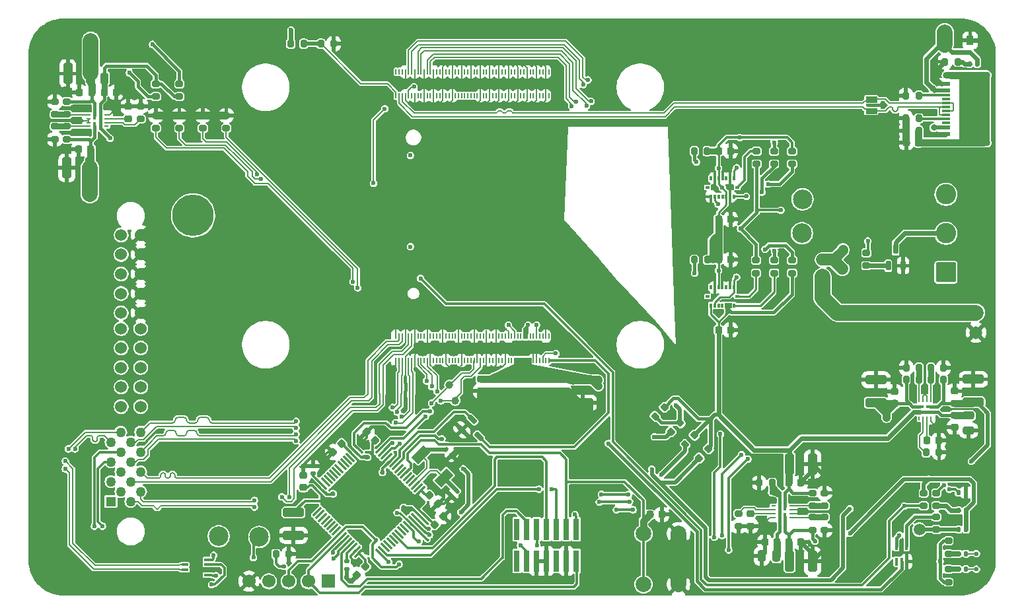
<source format=gbr>
%TF.GenerationSoftware,KiCad,Pcbnew,9.0.1+1*%
%TF.CreationDate,2025-11-18T23:31:13+00:00*%
%TF.ProjectId,nautilus_mainboard,6e617574-696c-4757-935f-6d61696e626f,rev?*%
%TF.SameCoordinates,Original*%
%TF.FileFunction,Copper,L1,Top*%
%TF.FilePolarity,Positive*%
%FSLAX46Y46*%
G04 Gerber Fmt 4.6, Leading zero omitted, Abs format (unit mm)*
G04 Created by KiCad (PCBNEW 9.0.1+1) date 2025-11-18 23:31:13*
%MOMM*%
%LPD*%
G01*
G04 APERTURE LIST*
G04 Aperture macros list*
%AMRoundRect*
0 Rectangle with rounded corners*
0 $1 Rounding radius*
0 $2 $3 $4 $5 $6 $7 $8 $9 X,Y pos of 4 corners*
0 Add a 4 corners polygon primitive as box body*
4,1,4,$2,$3,$4,$5,$6,$7,$8,$9,$2,$3,0*
0 Add four circle primitives for the rounded corners*
1,1,$1+$1,$2,$3*
1,1,$1+$1,$4,$5*
1,1,$1+$1,$6,$7*
1,1,$1+$1,$8,$9*
0 Add four rect primitives between the rounded corners*
20,1,$1+$1,$2,$3,$4,$5,0*
20,1,$1+$1,$4,$5,$6,$7,0*
20,1,$1+$1,$6,$7,$8,$9,0*
20,1,$1+$1,$8,$9,$2,$3,0*%
%AMRotRect*
0 Rectangle, with rotation*
0 The origin of the aperture is its center*
0 $1 length*
0 $2 width*
0 $3 Rotation angle, in degrees counterclockwise*
0 Add horizontal line*
21,1,$1,$2,0,0,$3*%
G04 Aperture macros list end*
%TA.AperFunction,Conductor*%
%ADD10C,0.000200*%
%TD*%
%TA.AperFunction,Conductor*%
%ADD11C,0.000100*%
%TD*%
%TA.AperFunction,Conductor*%
%ADD12C,0.001000*%
%TD*%
%TA.AperFunction,Conductor*%
%ADD13C,0.200000*%
%TD*%
%TA.AperFunction,SMDPad,CuDef*%
%ADD14RoundRect,0.200000X0.053033X-0.335876X0.335876X-0.053033X-0.053033X0.335876X-0.335876X0.053033X0*%
%TD*%
%TA.AperFunction,SMDPad,CuDef*%
%ADD15RoundRect,0.225000X-0.250000X0.225000X-0.250000X-0.225000X0.250000X-0.225000X0.250000X0.225000X0*%
%TD*%
%TA.AperFunction,SMDPad,CuDef*%
%ADD16RoundRect,0.075000X0.441942X0.548008X-0.548008X-0.441942X-0.441942X-0.548008X0.548008X0.441942X0*%
%TD*%
%TA.AperFunction,SMDPad,CuDef*%
%ADD17RoundRect,0.075000X-0.441942X0.548008X-0.548008X0.441942X0.441942X-0.548008X0.548008X-0.441942X0*%
%TD*%
%TA.AperFunction,SMDPad,CuDef*%
%ADD18RoundRect,0.225000X0.225000X0.250000X-0.225000X0.250000X-0.225000X-0.250000X0.225000X-0.250000X0*%
%TD*%
%TA.AperFunction,SMDPad,CuDef*%
%ADD19RoundRect,0.075000X0.225000X-0.540000X0.225000X0.540000X-0.225000X0.540000X-0.225000X-0.540000X0*%
%TD*%
%TA.AperFunction,SMDPad,CuDef*%
%ADD20RoundRect,0.225000X0.250000X-0.225000X0.250000X0.225000X-0.250000X0.225000X-0.250000X-0.225000X0*%
%TD*%
%TA.AperFunction,SMDPad,CuDef*%
%ADD21RoundRect,0.250000X1.100000X-0.325000X1.100000X0.325000X-1.100000X0.325000X-1.100000X-0.325000X0*%
%TD*%
%TA.AperFunction,SMDPad,CuDef*%
%ADD22RoundRect,0.200000X-0.275000X0.200000X-0.275000X-0.200000X0.275000X-0.200000X0.275000X0.200000X0*%
%TD*%
%TA.AperFunction,SMDPad,CuDef*%
%ADD23RoundRect,0.200000X0.275000X-0.200000X0.275000X0.200000X-0.275000X0.200000X-0.275000X-0.200000X0*%
%TD*%
%TA.AperFunction,SMDPad,CuDef*%
%ADD24RoundRect,0.225000X-0.335876X-0.017678X-0.017678X-0.335876X0.335876X0.017678X0.017678X0.335876X0*%
%TD*%
%TA.AperFunction,SMDPad,CuDef*%
%ADD25RoundRect,0.225000X-0.017678X0.335876X-0.335876X0.017678X0.017678X-0.335876X0.335876X-0.017678X0*%
%TD*%
%TA.AperFunction,SMDPad,CuDef*%
%ADD26R,0.740000X2.790000*%
%TD*%
%TA.AperFunction,ComponentPad*%
%ADD27RoundRect,0.250000X1.050000X-1.050000X1.050000X1.050000X-1.050000X1.050000X-1.050000X-1.050000X0*%
%TD*%
%TA.AperFunction,ComponentPad*%
%ADD28C,2.600000*%
%TD*%
%TA.AperFunction,SMDPad,CuDef*%
%ADD29RoundRect,0.147500X-0.147500X-0.172500X0.147500X-0.172500X0.147500X0.172500X-0.147500X0.172500X0*%
%TD*%
%TA.AperFunction,SMDPad,CuDef*%
%ADD30RoundRect,0.250000X0.325000X1.100000X-0.325000X1.100000X-0.325000X-1.100000X0.325000X-1.100000X0*%
%TD*%
%TA.AperFunction,SMDPad,CuDef*%
%ADD31RoundRect,0.200000X-0.200000X-0.275000X0.200000X-0.275000X0.200000X0.275000X-0.200000X0.275000X0*%
%TD*%
%TA.AperFunction,SMDPad,CuDef*%
%ADD32RotRect,1.300000X2.200000X315.000000*%
%TD*%
%TA.AperFunction,ComponentPad*%
%ADD33C,1.650000*%
%TD*%
%TA.AperFunction,SMDPad,CuDef*%
%ADD34RoundRect,0.250000X0.250000X0.475000X-0.250000X0.475000X-0.250000X-0.475000X0.250000X-0.475000X0*%
%TD*%
%TA.AperFunction,SMDPad,CuDef*%
%ADD35RoundRect,0.140000X-0.170000X0.140000X-0.170000X-0.140000X0.170000X-0.140000X0.170000X0.140000X0*%
%TD*%
%TA.AperFunction,SMDPad,CuDef*%
%ADD36R,0.850000X0.350000*%
%TD*%
%TA.AperFunction,SMDPad,CuDef*%
%ADD37R,1.700000X2.450000*%
%TD*%
%TA.AperFunction,SMDPad,CuDef*%
%ADD38R,0.400000X1.050000*%
%TD*%
%TA.AperFunction,SMDPad,CuDef*%
%ADD39R,0.600000X0.200000*%
%TD*%
%TA.AperFunction,SMDPad,CuDef*%
%ADD40RoundRect,0.250000X-0.325000X-1.100000X0.325000X-1.100000X0.325000X1.100000X-0.325000X1.100000X0*%
%TD*%
%TA.AperFunction,SMDPad,CuDef*%
%ADD41RoundRect,0.225000X0.335876X0.017678X0.017678X0.335876X-0.335876X-0.017678X-0.017678X-0.335876X0*%
%TD*%
%TA.AperFunction,SMDPad,CuDef*%
%ADD42RoundRect,0.200000X0.200000X0.275000X-0.200000X0.275000X-0.200000X-0.275000X0.200000X-0.275000X0*%
%TD*%
%TA.AperFunction,SMDPad,CuDef*%
%ADD43RoundRect,0.140000X-0.219203X-0.021213X-0.021213X-0.219203X0.219203X0.021213X0.021213X0.219203X0*%
%TD*%
%TA.AperFunction,SMDPad,CuDef*%
%ADD44RoundRect,0.200000X-0.053033X0.335876X-0.335876X0.053033X0.053033X-0.335876X0.335876X-0.053033X0*%
%TD*%
%TA.AperFunction,SMDPad,CuDef*%
%ADD45RoundRect,0.225000X-0.225000X-0.250000X0.225000X-0.250000X0.225000X0.250000X-0.225000X0.250000X0*%
%TD*%
%TA.AperFunction,SMDPad,CuDef*%
%ADD46R,0.350000X0.590000*%
%TD*%
%TA.AperFunction,SMDPad,CuDef*%
%ADD47R,0.590000X0.350000*%
%TD*%
%TA.AperFunction,ComponentPad*%
%ADD48C,2.500000*%
%TD*%
%TA.AperFunction,SMDPad,CuDef*%
%ADD49C,1.000000*%
%TD*%
%TA.AperFunction,SMDPad,CuDef*%
%ADD50RoundRect,0.147500X0.147500X0.172500X-0.147500X0.172500X-0.147500X-0.172500X0.147500X-0.172500X0*%
%TD*%
%TA.AperFunction,SMDPad,CuDef*%
%ADD51R,0.200000X0.700000*%
%TD*%
%TA.AperFunction,SMDPad,CuDef*%
%ADD52RoundRect,0.250000X-1.100000X0.325000X-1.100000X-0.325000X1.100000X-0.325000X1.100000X0.325000X0*%
%TD*%
%TA.AperFunction,SMDPad,CuDef*%
%ADD53RoundRect,0.050000X-0.050000X0.232500X-0.050000X-0.232500X0.050000X-0.232500X0.050000X0.232500X0*%
%TD*%
%TA.AperFunction,SMDPad,CuDef*%
%ADD54RoundRect,0.050000X-0.150000X0.232500X-0.150000X-0.232500X0.150000X-0.232500X0.150000X0.232500X0*%
%TD*%
%TA.AperFunction,SMDPad,CuDef*%
%ADD55R,0.910000X1.220000*%
%TD*%
%TA.AperFunction,SMDPad,CuDef*%
%ADD56RoundRect,0.140000X-0.021213X0.219203X-0.219203X0.021213X0.021213X-0.219203X0.219203X-0.021213X0*%
%TD*%
%TA.AperFunction,SMDPad,CuDef*%
%ADD57R,1.140000X0.600000*%
%TD*%
%TA.AperFunction,SMDPad,CuDef*%
%ADD58R,1.140000X0.300000*%
%TD*%
%TA.AperFunction,ComponentPad*%
%ADD59O,1.700000X0.900000*%
%TD*%
%TA.AperFunction,ComponentPad*%
%ADD60O,2.000000X0.900000*%
%TD*%
%TA.AperFunction,SMDPad,CuDef*%
%ADD61R,0.400000X1.000000*%
%TD*%
%TA.AperFunction,SMDPad,CuDef*%
%ADD62RoundRect,0.050000X-0.232500X-0.050000X0.232500X-0.050000X0.232500X0.050000X-0.232500X0.050000X0*%
%TD*%
%TA.AperFunction,SMDPad,CuDef*%
%ADD63RoundRect,0.050000X-0.232500X-0.150000X0.232500X-0.150000X0.232500X0.150000X-0.232500X0.150000X0*%
%TD*%
%TA.AperFunction,ComponentPad*%
%ADD64R,1.268000X1.268000*%
%TD*%
%TA.AperFunction,ComponentPad*%
%ADD65C,1.268000*%
%TD*%
%TA.AperFunction,ComponentPad*%
%ADD66C,1.530000*%
%TD*%
%TA.AperFunction,SMDPad,CuDef*%
%ADD67R,1.050000X0.400000*%
%TD*%
%TA.AperFunction,SMDPad,CuDef*%
%ADD68R,0.200000X0.600000*%
%TD*%
%TA.AperFunction,SMDPad,CuDef*%
%ADD69RoundRect,0.250000X-0.250000X-0.475000X0.250000X-0.475000X0.250000X0.475000X-0.250000X0.475000X0*%
%TD*%
%TA.AperFunction,SMDPad,CuDef*%
%ADD70RoundRect,0.225000X0.017678X-0.335876X0.335876X-0.017678X-0.017678X0.335876X-0.335876X0.017678X0*%
%TD*%
%TA.AperFunction,ComponentPad*%
%ADD71C,2.000000*%
%TD*%
%TA.AperFunction,SMDPad,CuDef*%
%ADD72C,1.500000*%
%TD*%
%TA.AperFunction,ComponentPad*%
%ADD73R,1.700000X1.700000*%
%TD*%
%TA.AperFunction,ComponentPad*%
%ADD74C,1.700000*%
%TD*%
%TA.AperFunction,SMDPad,CuDef*%
%ADD75RoundRect,0.250000X-0.475000X0.250000X-0.475000X-0.250000X0.475000X-0.250000X0.475000X0.250000X0*%
%TD*%
%TA.AperFunction,SMDPad,CuDef*%
%ADD76RoundRect,0.140000X0.170000X-0.140000X0.170000X0.140000X-0.170000X0.140000X-0.170000X-0.140000X0*%
%TD*%
%TA.AperFunction,SMDPad,CuDef*%
%ADD77RoundRect,0.075000X-0.540937X0.222739X0.222739X-0.540937X0.540937X-0.222739X-0.222739X0.540937X0*%
%TD*%
%TA.AperFunction,ComponentPad*%
%ADD78C,5.300000*%
%TD*%
%TA.AperFunction,ViaPad*%
%ADD79C,0.600000*%
%TD*%
%TA.AperFunction,ViaPad*%
%ADD80C,0.700000*%
%TD*%
%TA.AperFunction,ViaPad*%
%ADD81C,0.500000*%
%TD*%
%TA.AperFunction,ViaPad*%
%ADD82C,0.800000*%
%TD*%
%TA.AperFunction,Conductor*%
%ADD83C,1.000000*%
%TD*%
%TA.AperFunction,Conductor*%
%ADD84C,0.900000*%
%TD*%
%TA.AperFunction,Conductor*%
%ADD85C,0.400000*%
%TD*%
%TA.AperFunction,Conductor*%
%ADD86C,0.800000*%
%TD*%
%TA.AperFunction,Conductor*%
%ADD87C,0.500000*%
%TD*%
%TA.AperFunction,Conductor*%
%ADD88C,0.600000*%
%TD*%
%TA.AperFunction,Conductor*%
%ADD89C,0.300000*%
%TD*%
%TA.AperFunction,Conductor*%
%ADD90C,0.250000*%
%TD*%
%TA.AperFunction,Conductor*%
%ADD91C,1.500000*%
%TD*%
%TA.AperFunction,Conductor*%
%ADD92C,0.700000*%
%TD*%
%TA.AperFunction,Conductor*%
%ADD93C,0.150000*%
%TD*%
%TA.AperFunction,Conductor*%
%ADD94C,1.200000*%
%TD*%
%TA.AperFunction,Conductor*%
%ADD95C,2.000000*%
%TD*%
%TA.AperFunction,Conductor*%
%ADD96C,1.300000*%
%TD*%
%TA.AperFunction,Conductor*%
%ADD97C,0.650000*%
%TD*%
G04 APERTURE END LIST*
D10*
%TO.N,CM4_LED_IN_3.3V*%
X135530000Y-190910000D02*
X135430000Y-191010000D01*
X135040000Y-191010000D01*
X135030000Y-191000000D01*
X135030000Y-190360000D01*
X135340000Y-190050000D01*
X135530000Y-190050000D01*
X135530000Y-190910000D01*
%TA.AperFunction,Conductor*%
G36*
X135530000Y-190910000D02*
G01*
X135430000Y-191010000D01*
X135040000Y-191010000D01*
X135030000Y-191000000D01*
X135030000Y-190360000D01*
X135340000Y-190050000D01*
X135530000Y-190050000D01*
X135530000Y-190910000D01*
G37*
%TD.AperFunction*%
%TO.N,CM4_IN_5V*%
D11*
X133730000Y-193990000D02*
X135930000Y-193990000D01*
X135930000Y-194690000D01*
X133730000Y-194690000D01*
X133730000Y-193990000D01*
%TA.AperFunction,Conductor*%
G36*
X133730000Y-193990000D02*
G01*
X135930000Y-193990000D01*
X135930000Y-194690000D01*
X133730000Y-194690000D01*
X133730000Y-193990000D01*
G37*
%TD.AperFunction*%
%TO.N,BMI_IN_3.3V*%
D12*
X160780000Y-187020000D02*
X161620000Y-187020000D01*
X161620000Y-187610000D01*
X160780000Y-187610000D01*
X160780000Y-187020000D01*
%TA.AperFunction,Conductor*%
G36*
X160780000Y-187020000D02*
G01*
X161620000Y-187020000D01*
X161620000Y-187610000D01*
X160780000Y-187610000D01*
X160780000Y-187020000D01*
G37*
%TD.AperFunction*%
%TO.N,GND*%
X142900000Y-199940000D02*
X143860000Y-199940000D01*
X143860000Y-201510000D01*
X143650000Y-201720000D01*
X129350000Y-201720000D01*
X129020000Y-201390000D01*
X129020000Y-198250000D01*
X141210000Y-198250000D01*
X142900000Y-199940000D01*
%TA.AperFunction,Conductor*%
G36*
X142900000Y-199940000D02*
G01*
X143860000Y-199940000D01*
X143860000Y-201510000D01*
X143650000Y-201720000D01*
X129350000Y-201720000D01*
X129020000Y-201390000D01*
X129020000Y-198250000D01*
X141210000Y-198250000D01*
X142900000Y-199940000D01*
G37*
%TD.AperFunction*%
%TO.N,CM4_LED_IN_3.3V*%
D13*
X135085000Y-191010000D02*
X135375000Y-191010000D01*
X135375000Y-191150000D01*
X135085000Y-191150000D01*
X135085000Y-191010000D01*
D12*
%TO.N,/CM4/CM4_Module1B/USB_D-*%
X180237500Y-162710000D02*
X178837501Y-162710000D01*
X178837500Y-162010000D01*
X180237500Y-162010000D01*
X180237500Y-162710000D01*
%TA.AperFunction,Conductor*%
G36*
X180237500Y-162710000D02*
G01*
X178837501Y-162710000D01*
X178837500Y-162010000D01*
X180237500Y-162010000D01*
X180237500Y-162710000D01*
G37*
%TD.AperFunction*%
%TO.N,CM4_LED_IN_3.3V*%
D13*
X135085000Y-191370000D02*
X135375000Y-191370000D01*
X135375000Y-191510000D01*
X135085000Y-191510000D01*
X135085000Y-191370000D01*
%TO.N,BMI_IN_3.3V*%
X161370000Y-188100000D02*
X161270000Y-188200000D01*
X161020000Y-188200000D01*
X160990000Y-188170000D01*
X160990000Y-187880000D01*
X161050000Y-187820000D01*
X161090000Y-187820000D01*
X161370000Y-188100000D01*
%TA.AperFunction,Conductor*%
G36*
X161370000Y-188100000D02*
G01*
X161270000Y-188200000D01*
X161020000Y-188200000D01*
X160990000Y-188170000D01*
X160990000Y-187880000D01*
X161050000Y-187820000D01*
X161090000Y-187820000D01*
X161370000Y-188100000D01*
G37*
%TD.AperFunction*%
D11*
%TO.N,CM4_IN_5V*%
X135960000Y-194780000D02*
X136030000Y-194860000D01*
X143680000Y-196300000D01*
X141300000Y-197400000D01*
X140430000Y-197170000D01*
X131678889Y-197093207D01*
X130700000Y-196970000D01*
X130650000Y-196320000D01*
X133630000Y-194860000D01*
X133710000Y-194770000D01*
X133730000Y-194690000D01*
X135925000Y-194690000D01*
X135960000Y-194780000D01*
%TA.AperFunction,Conductor*%
G36*
X135960000Y-194780000D02*
G01*
X136030000Y-194860000D01*
X143680000Y-196300000D01*
X141300000Y-197400000D01*
X140430000Y-197170000D01*
X131678889Y-197093207D01*
X130700000Y-196970000D01*
X130650000Y-196320000D01*
X133630000Y-194860000D01*
X133710000Y-194770000D01*
X133730000Y-194690000D01*
X135925000Y-194690000D01*
X135960000Y-194780000D01*
G37*
%TD.AperFunction*%
D12*
%TO.N,/CM4/CM4_Module1B/USB_D+*%
X180237500Y-161220000D02*
X178837500Y-161219999D01*
X178837500Y-160510001D01*
X180237500Y-160510000D01*
X180237500Y-161220000D01*
%TA.AperFunction,Conductor*%
G36*
X180237500Y-161220000D02*
G01*
X178837500Y-161219999D01*
X178837500Y-160510001D01*
X180237500Y-160510000D01*
X180237500Y-161220000D01*
G37*
%TD.AperFunction*%
%TO.N,Net-(C20-Pad2)*%
D13*
X190930000Y-157711750D02*
X194605000Y-157711750D01*
X194605000Y-166421750D01*
X190930000Y-166421750D01*
X190930000Y-157711750D01*
%TA.AperFunction,Conductor*%
G36*
X190930000Y-157711750D02*
G01*
X194605000Y-157711750D01*
X194605000Y-166421750D01*
X190930000Y-166421750D01*
X190930000Y-157711750D01*
G37*
%TD.AperFunction*%
D12*
%TO.N,GPIO_VREF_3.3V*%
X167775644Y-211245644D02*
X167733218Y-211867848D01*
X166630131Y-211471866D01*
X166474568Y-210382924D01*
X166481639Y-209951589D01*
X167775644Y-211245644D01*
%TA.AperFunction,Conductor*%
G36*
X167775644Y-211245644D02*
G01*
X167733218Y-211867848D01*
X166630131Y-211471866D01*
X166474568Y-210382924D01*
X166481639Y-209951589D01*
X167775644Y-211245644D01*
G37*
%TD.AperFunction*%
%TD*%
D14*
%TO.P,Bat_3.3V_direct1,1*%
%TO.N,STM_Plug_3.3V*%
X157486637Y-206873363D03*
%TO.P,Bat_3.3V_direct1,2*%
%TO.N,BMI_IN_3.3V*%
X158653363Y-205706637D03*
%TD*%
D15*
%TO.P,C7,1*%
%TO.N,CM4_IN_5V*%
X140130000Y-196740000D03*
%TO.P,C7,2*%
%TO.N,GND*%
X140130000Y-198290000D03*
%TD*%
D16*
%TO.P,IC1,1,VBAT*%
%TO.N,BMI_IN_3.3V*%
X121849481Y-211043819D03*
%TO.P,IC1,2,PC13*%
%TO.N,unconnected-(IC1-PC13-Pad2)*%
X121495928Y-210690266D03*
%TO.P,IC1,3,PC14-OSC32_IN*%
%TO.N,Net-(IC1-PC14-OSC32_IN)*%
X121142375Y-210336713D03*
%TO.P,IC1,4,PC15-OSC32_OUT*%
%TO.N,Net-(IC1-PC15-OSC32_OUT)*%
X120788821Y-209983159D03*
%TO.P,IC1,5,PH0-OSC_IN*%
%TO.N,unconnected-(IC1-PH0-OSC_IN-Pad5)*%
X120435268Y-209629606D03*
%TO.P,IC1,6,PH1-OSC_OUT*%
%TO.N,unconnected-(IC1-PH1-OSC_OUT-Pad6)*%
X120081714Y-209276052D03*
%TO.P,IC1,7,NRST*%
%TO.N,/STM/PinoutSTM/nRST*%
X119728161Y-208922499D03*
%TO.P,IC1,8,PC0*%
%TO.N,unconnected-(IC1-PC0-Pad8)*%
X119374608Y-208568946D03*
%TO.P,IC1,9,PC1*%
%TO.N,unconnected-(IC1-PC1-Pad9)*%
X119021054Y-208215392D03*
%TO.P,IC1,10,PC2*%
%TO.N,/CM4/RUN_PG*%
X118667501Y-207861839D03*
%TO.P,IC1,11,PC3*%
%TO.N,/CM4/GLOBAL_EN_CM4*%
X118313948Y-207508286D03*
%TO.P,IC1,12,VSSA*%
%TO.N,GND*%
X117960394Y-207154732D03*
%TO.P,IC1,13,VDDA*%
%TO.N,BMI_IN_3.3V*%
X117606841Y-206801179D03*
%TO.P,IC1,14,PA0*%
%TO.N,STM_TX*%
X117253287Y-206447625D03*
%TO.P,IC1,15,PA1*%
%TO.N,STM_RX*%
X116899734Y-206094072D03*
%TO.P,IC1,16,PA2*%
%TO.N,/CM4/CM4_Module1A/GPIO15*%
X116546181Y-205740519D03*
D17*
%TO.P,IC1,17,PA3*%
%TO.N,/CM4/CM4_Module1A/GPIO14*%
X113823819Y-205740519D03*
%TO.P,IC1,18,VSS_1*%
%TO.N,GND*%
X113470266Y-206094072D03*
%TO.P,IC1,19,VDD_1*%
%TO.N,BMI_IN_3.3V*%
X113116713Y-206447625D03*
%TO.P,IC1,20,PA4*%
%TO.N,/STM/PinoutSTM/SPI1_NSS*%
X112763159Y-206801179D03*
%TO.P,IC1,21,PA5*%
%TO.N,/STM/PinoutSTM/SPI1_SCK*%
X112409606Y-207154732D03*
%TO.P,IC1,22,PA6*%
%TO.N,/STM/PinoutSTM/SPI1_MISO*%
X112056052Y-207508286D03*
%TO.P,IC1,23,PA7*%
%TO.N,/STM/PinoutSTM/SPI1_MOSI*%
X111702499Y-207861839D03*
%TO.P,IC1,24,PC4*%
%TO.N,unconnected-(IC1-PC4-Pad24)*%
X111348946Y-208215392D03*
%TO.P,IC1,25,PC5*%
%TO.N,unconnected-(IC1-PC5-Pad25)*%
X110995392Y-208568946D03*
%TO.P,IC1,26,PB0*%
%TO.N,unconnected-(IC1-PB0-Pad26)*%
X110641839Y-208922499D03*
%TO.P,IC1,27,PB1*%
%TO.N,unconnected-(IC1-PB1-Pad27)*%
X110288286Y-209276052D03*
%TO.P,IC1,28,PB2*%
%TO.N,unconnected-(IC1-PB2-Pad28)*%
X109934732Y-209629606D03*
%TO.P,IC1,29,PB10*%
%TO.N,unconnected-(IC1-PB10-Pad29)*%
X109581179Y-209983159D03*
%TO.P,IC1,30,VCAP_1*%
%TO.N,Net-(IC1-VCAP_1)*%
X109227625Y-210336713D03*
%TO.P,IC1,31,VSS_2*%
%TO.N,GND*%
X108874072Y-210690266D03*
%TO.P,IC1,32,VDD_2*%
%TO.N,BMI_IN_3.3V*%
X108520519Y-211043819D03*
D16*
%TO.P,IC1,33,PB12*%
%TO.N,unconnected-(IC1-PB12-Pad33)*%
X108520519Y-213766181D03*
%TO.P,IC1,34,PB13*%
%TO.N,unconnected-(IC1-PB13-Pad34)*%
X108874072Y-214119734D03*
%TO.P,IC1,35,PB14*%
%TO.N,unconnected-(IC1-PB14-Pad35)*%
X109227625Y-214473287D03*
%TO.P,IC1,36,PB15*%
%TO.N,unconnected-(IC1-PB15-Pad36)*%
X109581179Y-214826841D03*
%TO.P,IC1,37,PC6*%
%TO.N,unconnected-(IC1-PC6-Pad37)*%
X109934732Y-215180394D03*
%TO.P,IC1,38,PC7*%
%TO.N,unconnected-(IC1-PC7-Pad38)*%
X110288286Y-215533948D03*
%TO.P,IC1,39,PC9*%
%TO.N,unconnected-(IC1-PC9-Pad39)*%
X110641839Y-215887501D03*
%TO.P,IC1,40,PA8*%
%TO.N,unconnected-(IC1-PA8-Pad40)*%
X110995392Y-216241054D03*
%TO.P,IC1,41,PA9*%
%TO.N,/STM/PinoutSTM/USART1_TX*%
X111348946Y-216594608D03*
%TO.P,IC1,42,PA10*%
%TO.N,/STM/PinoutSTM/USART1_RX*%
X111702499Y-216948161D03*
%TO.P,IC1,43,PA11*%
%TO.N,/STM/PinoutSTM/CAN1_RX*%
X112056052Y-217301714D03*
%TO.P,IC1,44,PA12*%
%TO.N,/STM/PinoutSTM/CAN1_TX*%
X112409606Y-217655268D03*
%TO.P,IC1,45,PA13*%
%TO.N,/STM/PinoutSTM/JTAG_TMS{slash}SWDIO*%
X112763159Y-218008821D03*
%TO.P,IC1,46,VCAP_2*%
%TO.N,Net-(IC1-VCAP_2)*%
X113116713Y-218362375D03*
%TO.P,IC1,47,VSS_3*%
%TO.N,GND*%
X113470266Y-218715928D03*
%TO.P,IC1,48,VDD_3*%
%TO.N,BMI_IN_3.3V*%
X113823819Y-219069481D03*
D17*
%TO.P,IC1,49,PA14*%
%TO.N,/STM/PinoutSTM/JTAG_TCK{slash}SWCLK*%
X116546181Y-219069481D03*
%TO.P,IC1,50,PA15*%
%TO.N,/STM/PinoutSTM/JTAG_ TDI*%
X116899734Y-218715928D03*
%TO.P,IC1,51,PC10*%
%TO.N,unconnected-(IC1-PC10-Pad51)*%
X117253287Y-218362375D03*
%TO.P,IC1,52,PC11*%
%TO.N,unconnected-(IC1-PC11-Pad52)*%
X117606841Y-218008821D03*
%TO.P,IC1,53,PC12*%
%TO.N,unconnected-(IC1-PC12-Pad53)*%
X117960394Y-217655268D03*
%TO.P,IC1,54,PD2*%
%TO.N,unconnected-(IC1-PD2-Pad54)*%
X118313948Y-217301714D03*
%TO.P,IC1,55,PB3*%
%TO.N,/STM/PinoutSTM/JTAG_TDO{slash}SWO*%
X118667501Y-216948161D03*
%TO.P,IC1,56,PB4*%
%TO.N,unconnected-(IC1-PB4-Pad56)*%
X119021054Y-216594608D03*
%TO.P,IC1,57,PB5*%
%TO.N,unconnected-(IC1-PB5-Pad57)*%
X119374608Y-216241054D03*
%TO.P,IC1,58,PB6*%
%TO.N,unconnected-(IC1-PB6-Pad58)*%
X119728161Y-215887501D03*
%TO.P,IC1,59,PB7*%
%TO.N,/STM/PinoutSTM/Fan_ctrl*%
X120081714Y-215533948D03*
%TO.P,IC1,60,BOOT0*%
%TO.N,/STM/PinoutSTM/STM_BOOT0*%
X120435268Y-215180394D03*
%TO.P,IC1,61,PB8*%
%TO.N,/IMU/Pack1_SCL*%
X120788821Y-214826841D03*
%TO.P,IC1,62,PB9*%
%TO.N,/IMU/Pack1_SDA*%
X121142375Y-214473287D03*
%TO.P,IC1,63,VSS_4*%
%TO.N,GND*%
X121495928Y-214119734D03*
%TO.P,IC1,64,VDD_4*%
%TO.N,BMI_IN_3.3V*%
X121849481Y-213766181D03*
%TD*%
D18*
%TO.P,C23,1*%
%TO.N,Battery_Out_5V*%
X79515000Y-167273419D03*
%TO.P,C23,2*%
%TO.N,GND*%
X77965000Y-167273419D03*
%TD*%
D19*
%TO.P,Q1,1*%
%TO.N,Net-(Q1-Pad1)*%
X181710000Y-182210000D03*
%TO.P,Q1,2*%
%TO.N,GND*%
X183610000Y-182210000D03*
%TO.P,Q1,3*%
%TO.N,Net-(J5-Pin_2)*%
X182660000Y-180090000D03*
%TD*%
D20*
%TO.P,C31,1*%
%TO.N,STM_Plug_3.3V*%
X190200000Y-199850000D03*
%TO.P,C31,2*%
%TO.N,GND*%
X190200000Y-198300000D03*
%TD*%
D21*
%TO.P,C29,1*%
%TO.N,STM_Plug_3.3V*%
X192625000Y-199725002D03*
%TO.P,C29,2*%
%TO.N,GND*%
X192625000Y-196775000D03*
%TD*%
D22*
%TO.P,BMI1_SDA1,1*%
%TO.N,/IMU/Pack1_SDA*%
X167080000Y-167515000D03*
%TO.P,BMI1_SDA1,2*%
%TO.N,Net-(U1-SDA{slash}SDI)*%
X167080000Y-169165000D03*
%TD*%
D23*
%TO.P,BMI1_SCL1,1*%
%TO.N,/IMU/Pack1_SCL*%
X164850000Y-169165000D03*
%TO.P,BMI1_SCL1,2*%
%TO.N,Net-(U1-SCL{slash}SCK)*%
X164850000Y-167515000D03*
%TD*%
D20*
%TO.P,C12,1*%
%TO.N,BMI_IN_3.3V*%
X106750000Y-210625000D03*
%TO.P,C12,2*%
%TO.N,GND*%
X106750000Y-209075000D03*
%TD*%
D18*
%TO.P,C24,1*%
%TO.N,USB_Out_5V*%
X79615000Y-159973419D03*
%TO.P,C24,2*%
%TO.N,GND*%
X78065000Y-159973419D03*
%TD*%
D24*
%TO.P,C14,1*%
%TO.N,BMI_IN_3.3V*%
X122881992Y-211641992D03*
%TO.P,C14,2*%
%TO.N,GND*%
X123978008Y-212738008D03*
%TD*%
D25*
%TO.P,C11,1*%
%TO.N,BMI_IN_3.3V*%
X114718008Y-220781992D03*
%TO.P,C11,2*%
%TO.N,GND*%
X113621992Y-221878008D03*
%TD*%
D26*
%TO.P,J1,1,1*%
%TO.N,unconnected-(J1-Pad1)*%
X134115000Y-220085000D03*
%TO.P,J1,2,2*%
%TO.N,unconnected-(J1-Pad2)*%
X134115000Y-216015000D03*
%TO.P,J1,3,3*%
%TO.N,BMI_IN_3.3V*%
X135385000Y-220085000D03*
%TO.P,J1,4,4*%
%TO.N,/STM/PinoutSTM/JTAG_TMS{slash}SWDIO*%
X135385000Y-216015000D03*
%TO.P,J1,5,5*%
%TO.N,GND*%
X136655000Y-220085000D03*
%TO.P,J1,6,6*%
%TO.N,/STM/PinoutSTM/JTAG_TCK{slash}SWCLK*%
X136655000Y-216015000D03*
%TO.P,J1,7,7*%
%TO.N,GND*%
X137925000Y-220085000D03*
%TO.P,J1,8,8*%
%TO.N,/STM/PinoutSTM/JTAG_TDO{slash}SWO*%
X137925000Y-216015000D03*
%TO.P,J1,9,9*%
%TO.N,unconnected-(J1-Pad9)*%
X139195000Y-220085000D03*
%TO.P,J1,10,10*%
%TO.N,/STM/PinoutSTM/JTAG_ TDI*%
X139195000Y-216015000D03*
%TO.P,J1,11,11*%
%TO.N,GND*%
X140465000Y-220085000D03*
%TO.P,J1,12,12*%
%TO.N,/STM/PinoutSTM/nRST*%
X140465000Y-216015000D03*
%TO.P,J1,13,13*%
%TO.N,/STM/PinoutSTM/USART1_RX*%
X141735000Y-220085000D03*
%TO.P,J1,14,14*%
%TO.N,/STM/PinoutSTM/USART1_TX*%
X141735000Y-216015000D03*
%TD*%
D27*
%TO.P,J5,1,Pin_1*%
%TO.N,Battery_Out_5V*%
X189100000Y-183060000D03*
D28*
%TO.P,J5,2,Pin_2*%
%TO.N,Net-(J5-Pin_2)*%
X189100000Y-178060000D03*
%TO.P,J5,3,Pin_3*%
%TO.N,Battery_Out_5V*%
X189100000Y-173060000D03*
%TD*%
D18*
%TO.P,C40,1*%
%TO.N,GPIO_VREF_3.3V*%
X167440000Y-217660000D03*
%TO.P,C40,2*%
%TO.N,GND*%
X165890000Y-217660000D03*
%TD*%
D29*
%TO.P,D2,1,K*%
%TO.N,Net-(D2-K)*%
X190715000Y-213610000D03*
%TO.P,D2,2,A*%
%TO.N,CM4_LED_IN_3.3V*%
X191685000Y-213610000D03*
%TD*%
D23*
%TO.P,R8,1*%
%TO.N,Net-(D3-A)*%
X189420000Y-219140000D03*
%TO.P,R8,2*%
%TO.N,Battery_Out_3.3V*%
X189420000Y-217490000D03*
%TD*%
D30*
%TO.P,C22,1*%
%TO.N,USB_Out_5V*%
X79515000Y-157573419D03*
%TO.P,C22,2*%
%TO.N,GND*%
X76564998Y-157573419D03*
%TD*%
D23*
%TO.P,BMI2,1*%
%TO.N,BMI_IN_3.3V*%
X169390000Y-183150000D03*
%TO.P,BMI2,2*%
%TO.N,Net-(U2-CSB1)*%
X169390000Y-181500000D03*
%TD*%
D15*
%TO.P,C2,1*%
%TO.N,CM4_IN_5V*%
X132530000Y-196735000D03*
%TO.P,C2,2*%
%TO.N,GND*%
X132530000Y-198285000D03*
%TD*%
D23*
%TO.P,R28,1*%
%TO.N,GND*%
X173550000Y-216120002D03*
%TO.P,R28,2*%
%TO.N,Net-(IC4-CP2)*%
X173550000Y-214470002D03*
%TD*%
D31*
%TO.P,R2,1*%
%TO.N,/CM4/CM4_Module1B/USB_OTG_ID*%
X108995000Y-153740000D03*
%TO.P,R2,2*%
%TO.N,GND*%
X110645000Y-153740000D03*
%TD*%
D32*
%TO.P,Y1,1*%
%TO.N,Net-(IC1-PC15-OSC32_OUT)*%
X121780076Y-206440076D03*
%TO.P,Y1,2,OUTPUT*%
%TO.N,Net-(IC1-PC14-OSC32_IN)*%
X124749924Y-209409924D03*
%TD*%
D33*
%TO.P,J2,1*%
%TO.N,Net-(EXTERNALFAN5V1-Pad2)*%
X192960000Y-188229999D03*
%TO.P,J2,2*%
%TO.N,GND*%
X192960000Y-190770001D03*
%TD*%
D21*
%TO.P,C28,1*%
%TO.N,Battery_Out_3.3V*%
X180124999Y-199775001D03*
%TO.P,C28,2*%
%TO.N,GND*%
X180124999Y-196824999D03*
%TD*%
D34*
%TO.P,C41,1*%
%TO.N,GPIO_VREF_3.3V*%
X167389999Y-219460001D03*
%TO.P,C41,2*%
%TO.N,GND*%
X165490001Y-219460001D03*
%TD*%
D35*
%TO.P,C15,1*%
%TO.N,Net-(IC1-VCAP_2)*%
X112360000Y-220130000D03*
%TO.P,C15,2*%
%TO.N,GND*%
X112360000Y-221090000D03*
%TD*%
D22*
%TO.P,R3,1*%
%TO.N,/STM/PinoutSTM/Fan_ctrl*%
X178900000Y-180560000D03*
%TO.P,R3,2*%
%TO.N,Net-(Q1-Pad1)*%
X178900000Y-182210000D03*
%TD*%
D20*
%TO.P,C30,1*%
%TO.N,Battery_Out_3.3V*%
X182550000Y-199900000D03*
%TO.P,C30,2*%
%TO.N,GND*%
X182550000Y-198350000D03*
%TD*%
D36*
%TO.P,IC2,1,TXD*%
%TO.N,/STM/PinoutSTM/CAN1_TX*%
X94450000Y-221850000D03*
%TO.P,IC2,2,GND*%
%TO.N,GND*%
X94450000Y-221200000D03*
%TO.P,IC2,3,V_CC*%
%TO.N,Battery_Out_3.3V*%
X94450000Y-220550000D03*
%TO.P,IC2,4,RXD*%
%TO.N,/STM/PinoutSTM/CAN1_RX*%
X94450000Y-219900000D03*
%TO.P,IC2,5,SHDN*%
%TO.N,GND*%
X91550000Y-219900000D03*
%TO.P,IC2,6,CANL*%
%TO.N,ST_CAN_N*%
X91550000Y-220550000D03*
%TO.P,IC2,7,CANH*%
%TO.N,ST_CAN_P*%
X91550000Y-221200000D03*
%TO.P,IC2,8,STB*%
%TO.N,GND*%
X91550000Y-221850000D03*
D37*
%TO.P,IC2,9,EP*%
X93000000Y-220875000D03*
%TD*%
D38*
%TO.P,IC3,1,OUT_1*%
%TO.N,CM4_IN_5V*%
X80714999Y-162923419D03*
%TO.P,IC3,2,IN2*%
%TO.N,USB_Out_5V*%
X80015001Y-162923419D03*
D39*
%TO.P,IC3,3,CP2*%
%TO.N,Net-(IC3-CP2)*%
X79215000Y-162848419D03*
%TO.P,IC3,4,OV2*%
%TO.N,GND*%
X79215000Y-163348419D03*
%TO.P,IC3,5,OV1*%
X79215000Y-163848419D03*
%TO.P,IC3,6,PR1*%
%TO.N,Net-(IC3-PR1)*%
X79215000Y-164348419D03*
D38*
%TO.P,IC3,7,IN1*%
%TO.N,Battery_Out_5V*%
X80015001Y-164273419D03*
%TO.P,IC3,8,OUT_2*%
%TO.N,CM4_IN_5V*%
X80714999Y-164273419D03*
D39*
%TO.P,IC3,9,ST*%
%TO.N,unconnected-(IC3-ST-Pad9)*%
X81515000Y-164348419D03*
%TO.P,IC3,10,ILIM*%
%TO.N,Net-(IC3-ILIM)*%
X81515000Y-163848419D03*
%TO.P,IC3,11,SS*%
%TO.N,Net-(IC3-SS)*%
X81515000Y-163348419D03*
%TO.P,IC3,12,GND*%
%TO.N,GND*%
X81515000Y-162848419D03*
%TD*%
D40*
%TO.P,C35,1*%
%TO.N,BMI_IN_3.3V*%
X169065000Y-207635000D03*
%TO.P,C35,2*%
%TO.N,GND*%
X172015002Y-207635000D03*
%TD*%
D41*
%TO.P,C17,1*%
%TO.N,BMI_IN_3.3V*%
X115930000Y-204620000D03*
%TO.P,C17,2*%
%TO.N,GND*%
X114833984Y-203523984D03*
%TD*%
D22*
%TO.P,R27,1*%
%TO.N,Net-(IC4-ILIM)*%
X162540000Y-213985001D03*
%TO.P,R27,2*%
%TO.N,GND*%
X162540000Y-215635001D03*
%TD*%
D42*
%TO.P,R12,1*%
%TO.N,Net-(J18-CC2)*%
X185625000Y-160386750D03*
%TO.P,R12,2*%
%TO.N,GND*%
X183975000Y-160386750D03*
%TD*%
D43*
%TO.P,C9,1*%
%TO.N,Net-(IC1-PC15-OSC32_OUT)*%
X125060589Y-205830589D03*
%TO.P,C9,2*%
%TO.N,GND*%
X125739411Y-206509411D03*
%TD*%
D44*
%TO.P,Vref_3.3V_CM41,1*%
%TO.N,GPIO_VREF_3.3V*%
X155033363Y-202336637D03*
%TO.P,Vref_3.3V_CM41,2*%
%TO.N,CM4_LED_IN_3.3V*%
X153866637Y-203503363D03*
%TD*%
D45*
%TO.P,C38,1*%
%TO.N,CM4_LED_IN_3.3V*%
X168940000Y-217660002D03*
%TO.P,C38,2*%
%TO.N,GND*%
X170490000Y-217660002D03*
%TD*%
D22*
%TO.P,USB_5V_direct1,1*%
%TO.N,Battery_Out_5V*%
X90860000Y-158875000D03*
%TO.P,USB_5V_direct1,2*%
%TO.N,CM4_IN_5V*%
X90860000Y-160525000D03*
%TD*%
D46*
%TO.P,U1,1,INT2*%
%TO.N,unconnected-(U1-INT2-Pad1)*%
X158965000Y-171000000D03*
%TO.P,U1,2,NC*%
%TO.N,GND*%
X159465000Y-171000000D03*
%TO.P,U1,3,VDD*%
%TO.N,BMI_IN_3.3V*%
X159965000Y-171000000D03*
%TO.P,U1,4,GNDA*%
%TO.N,GND*%
X160465000Y-171000000D03*
%TO.P,U1,5,CSB2*%
%TO.N,unconnected-(U1-CSB2-Pad5)*%
X160965000Y-171000000D03*
%TO.P,U1,6,GNDIO*%
%TO.N,GND*%
X161465000Y-171000000D03*
%TO.P,U1,7,PS*%
%TO.N,Net-(U1-CSB1)*%
X161965000Y-171000000D03*
D47*
%TO.P,U1,8,SCL/SCK*%
%TO.N,Net-(U1-SCL{slash}SCK)*%
X162380000Y-172165000D03*
D46*
%TO.P,U1,9,SDA/SDI*%
%TO.N,Net-(U1-SDA{slash}SDI)*%
X161965000Y-173330000D03*
%TO.P,U1,10,SDO2*%
%TO.N,GND*%
X161465000Y-173330000D03*
%TO.P,U1,11,VDDIO*%
%TO.N,BMI_IN_3.3V*%
X160965000Y-173330000D03*
%TO.P,U1,12,INT3*%
%TO.N,unconnected-(U1-INT3-Pad12)*%
X160465000Y-173330000D03*
%TO.P,U1,13,INT4*%
%TO.N,unconnected-(U1-INT4-Pad13)*%
X159965000Y-173330000D03*
%TO.P,U1,14,CSB1*%
%TO.N,Net-(U1-CSB1)*%
X159465000Y-173330000D03*
%TO.P,U1,15,SDO1*%
%TO.N,GND*%
X158965000Y-173330000D03*
D47*
%TO.P,U1,16,INT1*%
%TO.N,unconnected-(U1-INT1-Pad16)*%
X158550000Y-172165000D03*
%TD*%
D42*
%TO.P,R9,1*%
%TO.N,Net-(D5-K)*%
X190630000Y-156051750D03*
%TO.P,R9,2*%
%TO.N,GND*%
X188980000Y-156051750D03*
%TD*%
D15*
%TO.P,C3,1*%
%TO.N,CM4_IN_5V*%
X134050000Y-196735000D03*
%TO.P,C3,2*%
%TO.N,GND*%
X134050000Y-198285000D03*
%TD*%
D31*
%TO.P,R1,1*%
%TO.N,USB_Out_5V*%
X105145000Y-153740000D03*
%TO.P,R1,2*%
%TO.N,/CM4/CM4_Module1B/USB_OTG_ID*%
X106795000Y-153740000D03*
%TD*%
D18*
%TO.P,C46,1*%
%TO.N,GND*%
X161505000Y-190455000D03*
%TO.P,C46,2*%
%TO.N,BMI_IN_3.3V*%
X159955000Y-190455000D03*
%TD*%
D23*
%TO.P,R20,1*%
%TO.N,Net-(IC3-CP2)*%
X76465000Y-162823419D03*
%TO.P,R20,2*%
%TO.N,USB_Out_5V*%
X76465000Y-161173419D03*
%TD*%
D48*
%TO.P,TP7,1,1*%
%TO.N,/STM/PinoutSTM/CAN1_TX*%
X101100000Y-217000000D03*
%TD*%
%TO.P,TP6,1,1*%
%TO.N,/STM/PinoutSTM/CAN1_RX*%
X95900000Y-216900000D03*
%TD*%
%TO.P,TP3,1,1*%
%TO.N,/IMU/Pack1_SCL*%
X170725000Y-173700000D03*
%TD*%
D22*
%TO.P,R6,1*%
%TO.N,/CM4/CM4_Module1A/CM4_LED2/PI_nLED_Activity*%
X187880000Y-211360000D03*
%TO.P,R6,2*%
%TO.N,Net-(D2-K)*%
X187880000Y-213010000D03*
%TD*%
%TO.P,R5,1*%
%TO.N,Net-(R5-Pad1)*%
X187880000Y-214400000D03*
%TO.P,R5,2*%
%TO.N,Net-(D1-K)*%
X187880000Y-216050000D03*
%TD*%
D15*
%TO.P,C1,1*%
%TO.N,CM4_IN_5V*%
X131010000Y-196735000D03*
%TO.P,C1,2*%
%TO.N,GND*%
X131010000Y-198285000D03*
%TD*%
D42*
%TO.P,R21,1*%
%TO.N,Net-(IC5-PR1)*%
X185650000Y-196850000D03*
%TO.P,R21,2*%
%TO.N,Battery_Out_3.3V*%
X184000000Y-196850000D03*
%TD*%
D48*
%TO.P,TP2,1,1*%
%TO.N,/IMU/Pack1_SDA*%
X170650000Y-178050000D03*
%TD*%
D18*
%TO.P,C45,1*%
%TO.N,GND*%
X161505000Y-181445000D03*
%TO.P,C45,2*%
%TO.N,BMI_IN_3.3V*%
X159955000Y-181445000D03*
%TD*%
D31*
%TO.P,R31,1*%
%TO.N,/IMU/Pack1_SDA*%
X156860000Y-167510000D03*
%TO.P,R31,2*%
%TO.N,BMI_IN_3.3V*%
X158510000Y-167510000D03*
%TD*%
D49*
%TO.P,TP4,1,1*%
%TO.N,/CM4/CM4_Module1A/GPIO15*%
X125475000Y-197500000D03*
%TD*%
D15*
%TO.P,C6,1*%
%TO.N,CM4_IN_5V*%
X138610000Y-196735000D03*
%TO.P,C6,2*%
%TO.N,GND*%
X138610000Y-198285000D03*
%TD*%
D50*
%TO.P,D3,1,K*%
%TO.N,/CM4/CM4_Module1A/ETH_LED_Y*%
X191685000Y-219140000D03*
%TO.P,D3,2,A*%
%TO.N,Net-(D3-A)*%
X190715000Y-219140000D03*
%TD*%
D51*
%TO.P,Module1,1,GND*%
%TO.N,GND*%
X118630000Y-194340000D03*
%TO.P,Module1,2,GND*%
X118630000Y-191260000D03*
%TO.P,Module1,3,Ethernet_Pair3_P*%
%TO.N,/CM4/CM4_Module1A/TRD3_P*%
X119030000Y-194340000D03*
%TO.P,Module1,4,Ethernet_Pair1_P*%
%TO.N,/CM4/CM4_Module1A/TRD1_P*%
X119030000Y-191260000D03*
%TO.P,Module1,5,Ethernet_Pair3_N*%
%TO.N,/CM4/CM4_Module1A/TRD3_N*%
X119430000Y-194340000D03*
%TO.P,Module1,6,Ethernet_Pair1_N*%
%TO.N,/CM4/CM4_Module1A/TRD1_N*%
X119430000Y-191260000D03*
%TO.P,Module1,7,GND*%
%TO.N,GND*%
X119829999Y-194340000D03*
%TO.P,Module1,8,GND*%
X119830000Y-191260000D03*
%TO.P,Module1,9,Ethernet_Pair2_N*%
%TO.N,/CM4/CM4_Module1A/TRD2_N*%
X120230000Y-194340000D03*
%TO.P,Module1,10,Ethernet_Pair0_N*%
%TO.N,/CM4/CM4_Module1A/TRD0_N*%
X120230000Y-191260000D03*
%TO.P,Module1,11,Ethernet_Pair2_P*%
%TO.N,/CM4/CM4_Module1A/TRD2_P*%
X120630000Y-194340000D03*
%TO.P,Module1,12,Ethernet_Pair0_P*%
%TO.N,/CM4/CM4_Module1A/TRD0_P*%
X120630000Y-191260000D03*
%TO.P,Module1,13,GND*%
%TO.N,GND*%
X121030000Y-194340001D03*
%TO.P,Module1,14,GND*%
X121030000Y-191260000D03*
%TO.P,Module1,15,Ethernet_nLED3(3.3v)*%
%TO.N,/CM4/CM4_Module1A/ETH_LED_G*%
X121430000Y-194340000D03*
%TO.P,Module1,16,Ethernet_SYNC_IN(1.8v)*%
%TO.N,unconnected-(Module1A-Ethernet_SYNC_IN(1.8v)-Pad16)*%
X121430000Y-191260000D03*
%TO.P,Module1,17,Ethernet_nLED2(3.3v)*%
%TO.N,/CM4/CM4_Module1A/ETH_LED_Y*%
X121830000Y-194340000D03*
%TO.P,Module1,18,Ethernet_SYNC_OUT(1.8v)*%
%TO.N,unconnected-(Module1A-Ethernet_SYNC_OUT(1.8v)-Pad18)*%
X121830000Y-191260000D03*
%TO.P,Module1,19,Ethernet_nLED1(3.3v)*%
%TO.N,unconnected-(Module1A-Ethernet_nLED1(3.3v)-Pad19)*%
X122230000Y-194340000D03*
%TO.P,Module1,20,EEPROM_nWP*%
%TO.N,unconnected-(Module1A-EEPROM_nWP-Pad20)*%
X122230000Y-191260000D03*
%TO.P,Module1,21,PI_nLED_Activity*%
%TO.N,/CM4/CM4_Module1A/CM4_LED2/PI_nLED_Activity*%
X122629999Y-194340000D03*
%TO.P,Module1,22,GND*%
%TO.N,GND*%
X122630000Y-191260000D03*
%TO.P,Module1,23,GND*%
X123030000Y-194340000D03*
%TO.P,Module1,24,GPIO26*%
%TO.N,/CM4/CM4_Module1A/GPIO26*%
X123030000Y-191260000D03*
%TO.P,Module1,25,GPIO21*%
%TO.N,/CM4/CM4_Module1A/GPIO21*%
X123430000Y-194340000D03*
%TO.P,Module1,26,GPIO19*%
%TO.N,/CM4/CM4_Module1A/GPIO19*%
X123430000Y-191260000D03*
%TO.P,Module1,27,GPIO20*%
%TO.N,/CM4/CM4_Module1A/GPIO20*%
X123830000Y-194340001D03*
%TO.P,Module1,28,GPIO13*%
%TO.N,/CM4/CM4_Module1A/GPIO13*%
X123830000Y-191260000D03*
%TO.P,Module1,29,GPIO16*%
%TO.N,/CM4/CM4_Module1A/GPIO16*%
X124230000Y-194340000D03*
%TO.P,Module1,30,GPIO6*%
%TO.N,/CM4/CM4_Module1A/GPIO6*%
X124230000Y-191260000D03*
%TO.P,Module1,31,GPIO12*%
%TO.N,/CM4/CM4_Module1A/GPIO12*%
X124630000Y-194340000D03*
%TO.P,Module1,32,GND*%
%TO.N,GND*%
X124630000Y-191260000D03*
%TO.P,Module1,33,GND*%
X125030000Y-194340000D03*
%TO.P,Module1,34,GPIO5*%
%TO.N,/CM4/CM4_Module1A/GPIO5*%
X125030000Y-191260000D03*
%TO.P,Module1,35,ID_SC*%
%TO.N,unconnected-(Module1A-ID_SC-Pad35)*%
X125429999Y-194340000D03*
%TO.P,Module1,36,ID_SD*%
%TO.N,unconnected-(Module1A-ID_SD-Pad36)*%
X125430000Y-191260000D03*
%TO.P,Module1,37,GPIO7*%
%TO.N,/CM4/CM4_Module1A/GPIO7*%
X125830000Y-194340000D03*
%TO.P,Module1,38,GPIO11*%
%TO.N,/CM4/CM4_Module1A/GPIO11*%
X125830000Y-191260000D03*
%TO.P,Module1,39,GPIO8*%
%TO.N,/CM4/CM4_Module1A/GPIO8*%
X126230000Y-194340000D03*
%TO.P,Module1,40,GPIO9*%
%TO.N,/CM4/CM4_Module1A/GPIO9*%
X126230000Y-191260000D03*
%TO.P,Module1,41,GPIO25*%
%TO.N,/CM4/CM4_Module1A/GPIO25*%
X126630000Y-194340001D03*
%TO.P,Module1,42,GND*%
%TO.N,GND*%
X126630000Y-191260000D03*
%TO.P,Module1,43,GND*%
X127030000Y-194340000D03*
%TO.P,Module1,44,GPIO10*%
%TO.N,/CM4/CM4_Module1A/GPIO10*%
X127030000Y-191260000D03*
%TO.P,Module1,45,GPIO24*%
%TO.N,/CM4/CM4_Module1A/GPIO24*%
X127430000Y-194340000D03*
%TO.P,Module1,46,GPIO22*%
%TO.N,/CM4/CM4_Module1A/GPIO22*%
X127430000Y-191260000D03*
%TO.P,Module1,47,GPIO23*%
%TO.N,/CM4/CM4_Module1A/GPIO23*%
X127830001Y-194340000D03*
%TO.P,Module1,48,GPIO27*%
%TO.N,/CM4/CM4_Module1A/GPIO27*%
X127830000Y-191260000D03*
%TO.P,Module1,49,GPIO18*%
%TO.N,/CM4/CM4_Module1A/GPIO18*%
X128230000Y-194340000D03*
%TO.P,Module1,50,GPIO17*%
%TO.N,/CM4/CM4_Module1A/GPIO17*%
X128230000Y-191260000D03*
%TO.P,Module1,51,GPIO15*%
%TO.N,/CM4/CM4_Module1A/GPIO15*%
X128630000Y-194340000D03*
%TO.P,Module1,52,GND*%
%TO.N,GND*%
X128630000Y-191260000D03*
%TO.P,Module1,53,GND*%
X129030000Y-194340000D03*
%TO.P,Module1,54,GPIO4*%
%TO.N,/CM4/CM4_Module1A/GPIO4*%
X129030000Y-191260000D03*
%TO.P,Module1,55,GPIO14*%
%TO.N,/CM4/CM4_Module1A/GPIO14*%
X129430000Y-194340001D03*
%TO.P,Module1,56,GPIO3*%
%TO.N,/CM4/CM4_Module1A/GPIO3*%
X129430000Y-191260000D03*
%TO.P,Module1,57,SD_CLK*%
%TO.N,unconnected-(Module1A-SD_CLK-Pad57)*%
X129830000Y-194340000D03*
%TO.P,Module1,58,GPIO2*%
%TO.N,/CM4/CM4_Module1A/GPIO2*%
X129830000Y-191260000D03*
%TO.P,Module1,59,GND*%
%TO.N,GND*%
X130230000Y-194340000D03*
%TO.P,Module1,60,GND*%
X130230000Y-191260000D03*
%TO.P,Module1,61,SD_DAT3*%
%TO.N,unconnected-(Module1A-SD_DAT3-Pad61)*%
X130630001Y-194340000D03*
%TO.P,Module1,62,SD_CMD*%
%TO.N,unconnected-(Module1A-SD_CMD-Pad62)*%
X130630000Y-191260000D03*
%TO.P,Module1,63,SD_DAT0*%
%TO.N,unconnected-(Module1A-SD_DAT0-Pad63)*%
X131030000Y-194340000D03*
%TO.P,Module1,64,SD_DAT5*%
%TO.N,unconnected-(Module1A-SD_DAT5-Pad64)*%
X131030000Y-191260000D03*
%TO.P,Module1,65,GND*%
%TO.N,GND*%
X131430000Y-194340000D03*
%TO.P,Module1,66,GND*%
X131430000Y-191260000D03*
%TO.P,Module1,67,SD_DAT1*%
%TO.N,unconnected-(Module1A-SD_DAT1-Pad67)*%
X131830000Y-194340000D03*
%TO.P,Module1,68,SD_DAT4*%
%TO.N,unconnected-(Module1A-SD_DAT4-Pad68)*%
X131830000Y-191260000D03*
%TO.P,Module1,69,SD_DAT2*%
%TO.N,unconnected-(Module1A-SD_DAT2-Pad69)*%
X132230000Y-194340001D03*
%TO.P,Module1,70,SD_DAT7*%
%TO.N,unconnected-(Module1A-SD_DAT7-Pad70)*%
X132230000Y-191260000D03*
%TO.P,Module1,71,GND*%
%TO.N,GND*%
X132630000Y-194340000D03*
%TO.P,Module1,72,SD_DAT6*%
%TO.N,unconnected-(Module1A-SD_DAT6-Pad72)*%
X132630000Y-191260000D03*
%TO.P,Module1,73,SD_VDD_Override*%
%TO.N,unconnected-(Module1A-SD_VDD_Override-Pad73)*%
X133030000Y-194340000D03*
%TO.P,Module1,74,GND*%
%TO.N,GND*%
X133030000Y-191260000D03*
%TO.P,Module1,75,SD_PWR_ON*%
%TO.N,unconnected-(Module1A-SD_PWR_ON-Pad75)*%
X133430001Y-194340000D03*
%TO.P,Module1,76,Reserved*%
%TO.N,unconnected-(Module1A-Reserved-Pad76)*%
X133430000Y-191260000D03*
%TO.P,Module1,77,+5v_(Input)*%
%TO.N,CM4_IN_5V*%
X133830000Y-194340000D03*
%TO.P,Module1,78,GPIO_VREF(1.8v/3.3v_Input)*%
%TO.N,GPIO_VREF_3.3V*%
X133830000Y-191260000D03*
%TO.P,Module1,79,+5v_(Input)*%
%TO.N,CM4_IN_5V*%
X134230000Y-194340000D03*
%TO.P,Module1,80,SCL0*%
%TO.N,unconnected-(Module1A-SCL0-Pad80)*%
X134230000Y-191260000D03*
%TO.P,Module1,81,+5v_(Input)*%
%TO.N,CM4_IN_5V*%
X134630000Y-194340000D03*
%TO.P,Module1,82,SDA0*%
%TO.N,unconnected-(Module1A-SDA0-Pad82)*%
X134630000Y-191260000D03*
%TO.P,Module1,83,+5v_(Input)*%
%TO.N,CM4_IN_5V*%
X135030000Y-194340001D03*
%TO.P,Module1,84,+3.3v_(Output)*%
%TO.N,CM4_LED_IN_3.3V*%
X135030000Y-191260000D03*
%TO.P,Module1,85,+5v_(Input)*%
%TO.N,CM4_IN_5V*%
X135430000Y-194340000D03*
%TO.P,Module1,86,+3.3v_(Output)*%
%TO.N,CM4_LED_IN_3.3V*%
X135430000Y-191260000D03*
%TO.P,Module1,87,+5v_(Input)*%
%TO.N,CM4_IN_5V*%
X135830000Y-194340000D03*
%TO.P,Module1,88,+1.8v_(Output)*%
%TO.N,unconnected-(Module1A-+1.8v_(Output)-Pad88)*%
X135830000Y-191260000D03*
%TO.P,Module1,89,WL_nDisable*%
%TO.N,GND*%
X136230001Y-194340000D03*
%TO.P,Module1,90,+1.8v_(Output)*%
%TO.N,unconnected-(Module1A-+1.8v_(Output)-Pad90)*%
X136230000Y-191260000D03*
%TO.P,Module1,91,BT_nDisable*%
%TO.N,GND*%
X136630000Y-194340000D03*
%TO.P,Module1,92,RUN_PG*%
%TO.N,/CM4/RUN_PG*%
X136630000Y-191260000D03*
%TO.P,Module1,93,nRPIBOOT*%
%TO.N,unconnected-(Module1A-nRPIBOOT-Pad93)*%
X137030000Y-194340000D03*
%TO.P,Module1,94,AnalogIP1*%
%TO.N,/CM4/CM4_Module1A/AIN1*%
X137030000Y-191260000D03*
%TO.P,Module1,95,nPI_LED_PWR*%
%TO.N,/CM4/CM4_Module1A/CM4_LED1/nPWR_LED*%
X137430000Y-194340000D03*
%TO.P,Module1,96,AnalogIP0*%
%TO.N,/CM4/CM4_Module1A/AIN0*%
X137430000Y-191260000D03*
%TO.P,Module1,97,Camera_GPIO*%
%TO.N,unconnected-(Module1A-Camera_GPIO-Pad97)*%
X137830000Y-194340001D03*
%TO.P,Module1,98,GND*%
%TO.N,GND*%
X137830000Y-191260000D03*
%TO.P,Module1,99,Global_EN*%
%TO.N,/CM4/CM4_Module1A/GLOBAL_EN*%
X138230000Y-194340000D03*
%TO.P,Module1,100,nEXTRST*%
%TO.N,unconnected-(Module1A-nEXTRST-Pad100)*%
X138230000Y-191260000D03*
%TO.P,Module1,101,USB_OTG_ID*%
%TO.N,/CM4/CM4_Module1B/USB_OTG_ID*%
X118630000Y-160420000D03*
%TO.P,Module1,102,PCIe_CLK_nREQ*%
%TO.N,unconnected-(Module1B-PCIe_CLK_nREQ-Pad102)*%
X118630000Y-157340000D03*
%TO.P,Module1,103,USB2_N*%
%TO.N,/CM4/CM4_Module1B/USB_D-*%
X119030000Y-160420000D03*
%TO.P,Module1,104,Reserved*%
%TO.N,unconnected-(Module1B-Reserved-Pad104)*%
X119030000Y-157340000D03*
%TO.P,Module1,105,USB2_P*%
%TO.N,/CM4/CM4_Module1B/USB_D+*%
X119430000Y-160420000D03*
%TO.P,Module1,106,Reserved*%
%TO.N,unconnected-(Module1B-Reserved-Pad106)*%
X119430000Y-157340000D03*
%TO.P,Module1,107,GND*%
%TO.N,GND*%
X119829999Y-160420000D03*
%TO.P,Module1,108,GND*%
X119830000Y-157340000D03*
%TO.P,Module1,109,PCIe_nRST*%
%TO.N,/CM4/PCIE_Interface/PERST#*%
X120230000Y-160420000D03*
%TO.P,Module1,110,PCIe_CLK_P*%
%TO.N,/CM4/CM4_Module1B/PCIe_CLK_P*%
X120230000Y-157340000D03*
%TO.P,Module1,111,VDAC_COMP*%
%TO.N,unconnected-(Module1B-VDAC_COMP-Pad111)*%
X120630000Y-160420000D03*
%TO.P,Module1,112,PCIe_CLK_N*%
%TO.N,/CM4/CM4_Module1B/PCIe_CLK_N*%
X120630000Y-157340000D03*
%TO.P,Module1,113,GND*%
%TO.N,GND*%
X121030000Y-160420001D03*
%TO.P,Module1,114,GND*%
X121030000Y-157340000D03*
%TO.P,Module1,115,CAM1_D0_N*%
%TO.N,unconnected-(Module1B-CAM1_D0_N-Pad115)*%
X121430000Y-160420000D03*
%TO.P,Module1,116,PCIe_RX_P*%
%TO.N,/CM4/CM4_Module1B/PCIe_RX_P*%
X121430000Y-157340000D03*
%TO.P,Module1,117,CAM1_D0_P*%
%TO.N,unconnected-(Module1B-CAM1_D0_P-Pad117)*%
X121830000Y-160420000D03*
%TO.P,Module1,118,PCIe_RX_N*%
%TO.N,/CM4/CM4_Module1B/PCIe_RX_N*%
X121830000Y-157340000D03*
%TO.P,Module1,119,GND*%
%TO.N,GND*%
X122230000Y-160420000D03*
%TO.P,Module1,120,GND*%
X122230000Y-157340000D03*
%TO.P,Module1,121,CAM1_D1_N*%
%TO.N,unconnected-(Module1B-CAM1_D1_N-Pad121)*%
X122629999Y-160420000D03*
%TO.P,Module1,122,PCIe_TX_P*%
%TO.N,/CM4/CM4_Module1B/PCIe_TX_P*%
X122630000Y-157340000D03*
%TO.P,Module1,123,CAM1_D1_P*%
%TO.N,unconnected-(Module1B-CAM1_D1_P-Pad123)*%
X123030000Y-160420000D03*
%TO.P,Module1,124,PCIe_TX_N*%
%TO.N,/CM4/CM4_Module1B/PCIe_TX_N*%
X123030000Y-157340000D03*
%TO.P,Module1,125,GND*%
%TO.N,GND*%
X123430000Y-160420000D03*
%TO.P,Module1,126,GND*%
X123430000Y-157340000D03*
%TO.P,Module1,127,CAM1_C_N*%
%TO.N,unconnected-(Module1B-CAM1_C_N-Pad127)*%
X123830000Y-160420001D03*
%TO.P,Module1,128,CAM0_D0_N*%
%TO.N,unconnected-(Module1B-CAM0_D0_N-Pad128)*%
X123830000Y-157340000D03*
%TO.P,Module1,129,CAM1_C_P*%
%TO.N,unconnected-(Module1B-CAM1_C_P-Pad129)*%
X124230000Y-160420000D03*
%TO.P,Module1,130,CAM0_D0_P*%
%TO.N,unconnected-(Module1B-CAM0_D0_P-Pad130)*%
X124230000Y-157340000D03*
%TO.P,Module1,131,GND*%
%TO.N,GND*%
X124630000Y-160420000D03*
%TO.P,Module1,132,GND*%
X124630000Y-157340000D03*
%TO.P,Module1,133,CAM1_D2_N*%
%TO.N,unconnected-(Module1B-CAM1_D2_N-Pad133)*%
X125030000Y-160420000D03*
%TO.P,Module1,134,CAM0_D1_N*%
%TO.N,unconnected-(Module1B-CAM0_D1_N-Pad134)*%
X125030000Y-157340000D03*
%TO.P,Module1,135,CAM1_D2_P*%
%TO.N,unconnected-(Module1B-CAM1_D2_P-Pad135)*%
X125429999Y-160420000D03*
%TO.P,Module1,136,CAM0_D1_P*%
%TO.N,unconnected-(Module1B-CAM0_D1_P-Pad136)*%
X125430000Y-157340000D03*
%TO.P,Module1,137,GND*%
%TO.N,GND*%
X125830000Y-160420000D03*
%TO.P,Module1,138,GND*%
X125830000Y-157340000D03*
%TO.P,Module1,139,CAM1_D3_N*%
%TO.N,unconnected-(Module1B-CAM1_D3_N-Pad139)*%
X126230000Y-160420000D03*
%TO.P,Module1,140,CAM0_C_N*%
%TO.N,unconnected-(Module1B-CAM0_C_N-Pad140)*%
X126230000Y-157340000D03*
%TO.P,Module1,141,CAM1_D3_P*%
%TO.N,unconnected-(Module1B-CAM1_D3_P-Pad141)*%
X126630000Y-160420001D03*
%TO.P,Module1,142,CAM0_C_P*%
%TO.N,unconnected-(Module1B-CAM0_C_P-Pad142)*%
X126630000Y-157340000D03*
%TO.P,Module1,143,HDMI1_HOTPLUG*%
%TO.N,unconnected-(Module1B-HDMI1_HOTPLUG-Pad143)*%
X127030000Y-160420000D03*
%TO.P,Module1,144,GND*%
%TO.N,GND*%
X127030000Y-157340000D03*
%TO.P,Module1,145,HDMI1_SDA*%
%TO.N,unconnected-(Module1B-HDMI1_SDA-Pad145)*%
X127430000Y-160420000D03*
%TO.P,Module1,146,HDMI1_TX2_P*%
%TO.N,unconnected-(Module1B-HDMI1_TX2_P-Pad146)*%
X127430000Y-157340000D03*
%TO.P,Module1,147,HDMI1_SCL*%
%TO.N,unconnected-(Module1B-HDMI1_SCL-Pad147)*%
X127830001Y-160420000D03*
%TO.P,Module1,148,HDMI1_TX2_N*%
%TO.N,unconnected-(Module1B-HDMI1_TX2_N-Pad148)*%
X127830000Y-157340000D03*
%TO.P,Module1,149,HDMI1_CEC*%
%TO.N,unconnected-(Module1B-HDMI1_CEC-Pad149)*%
X128230000Y-160420000D03*
%TO.P,Module1,150,GND*%
%TO.N,GND*%
X128230000Y-157340000D03*
%TO.P,Module1,151,HDMI0_CEC*%
%TO.N,unconnected-(Module1B-HDMI0_CEC-Pad151)*%
X128630000Y-160420000D03*
%TO.P,Module1,152,HDMI1_TX1_P*%
%TO.N,unconnected-(Module1B-HDMI1_TX1_P-Pad152)*%
X128630000Y-157340000D03*
%TO.P,Module1,153,HDMI0_HOTPLUG*%
%TO.N,unconnected-(Module1B-HDMI0_HOTPLUG-Pad153)*%
X129030000Y-160420000D03*
%TO.P,Module1,154,HDMI1_TX1_N*%
%TO.N,unconnected-(Module1B-HDMI1_TX1_N-Pad154)*%
X129030000Y-157340000D03*
%TO.P,Module1,155,GND*%
%TO.N,GND*%
X129430000Y-160420001D03*
%TO.P,Module1,156,GND*%
X129430000Y-157340000D03*
%TO.P,Module1,157,DSI0_D0_N*%
%TO.N,unconnected-(Module1B-DSI0_D0_N-Pad157)*%
X129830000Y-160420000D03*
%TO.P,Module1,158,HDMI1_TX0_P*%
%TO.N,unconnected-(Module1B-HDMI1_TX0_P-Pad158)*%
X129830000Y-157340000D03*
%TO.P,Module1,159,DSI0_D0_P*%
%TO.N,unconnected-(Module1B-DSI0_D0_P-Pad159)*%
X130230000Y-160420000D03*
%TO.P,Module1,160,HDMI1_TX0_N*%
%TO.N,unconnected-(Module1B-HDMI1_TX0_N-Pad160)*%
X130230000Y-157340000D03*
%TO.P,Module1,161,GND*%
%TO.N,GND*%
X130630001Y-160420000D03*
%TO.P,Module1,162,GND*%
X130630000Y-157340000D03*
%TO.P,Module1,163,DSI0_D1_N*%
%TO.N,unconnected-(Module1B-DSI0_D1_N-Pad163)*%
X131030000Y-160420000D03*
%TO.P,Module1,164,HDMI1_CLK_P*%
%TO.N,unconnected-(Module1B-HDMI1_CLK_P-Pad164)*%
X131030000Y-157340000D03*
%TO.P,Module1,165,DSI0_D1_P*%
%TO.N,unconnected-(Module1B-DSI0_D1_P-Pad165)*%
X131430000Y-160420000D03*
%TO.P,Module1,166,HDMI1_CLK_N*%
%TO.N,unconnected-(Module1B-HDMI1_CLK_N-Pad166)*%
X131430000Y-157340000D03*
%TO.P,Module1,167,GND*%
%TO.N,GND*%
X131830000Y-160420000D03*
%TO.P,Module1,168,GND*%
X131830000Y-157340000D03*
%TO.P,Module1,169,DSI0_C_N*%
%TO.N,unconnected-(Module1B-DSI0_C_N-Pad169)*%
X132230000Y-160420001D03*
%TO.P,Module1,170,HDMI0_TX2_P*%
%TO.N,unconnected-(Module1B-HDMI0_TX2_P-Pad170)*%
X132230000Y-157340000D03*
%TO.P,Module1,171,DSI0_C_P*%
%TO.N,unconnected-(Module1B-DSI0_C_P-Pad171)*%
X132630000Y-160420000D03*
%TO.P,Module1,172,HDMI0_TX2_N*%
%TO.N,unconnected-(Module1B-HDMI0_TX2_N-Pad172)*%
X132630000Y-157340000D03*
%TO.P,Module1,173,GND*%
%TO.N,GND*%
X133030000Y-160420000D03*
%TO.P,Module1,174,GND*%
X133030000Y-157340000D03*
%TO.P,Module1,175,DSI1_D0_N*%
%TO.N,unconnected-(Module1B-DSI1_D0_N-Pad175)*%
X133430001Y-160420000D03*
%TO.P,Module1,176,HDMI0_TX1_P*%
%TO.N,unconnected-(Module1B-HDMI0_TX1_P-Pad176)*%
X133430000Y-157340000D03*
%TO.P,Module1,177,DSI1_D0_P*%
%TO.N,unconnected-(Module1B-DSI1_D0_P-Pad177)*%
X133830000Y-160420000D03*
%TO.P,Module1,178,HDMI0_TX1_N*%
%TO.N,unconnected-(Module1B-HDMI0_TX1_N-Pad178)*%
X133830000Y-157340000D03*
%TO.P,Module1,179,GND*%
%TO.N,GND*%
X134230000Y-160420000D03*
%TO.P,Module1,180,GND*%
X134230000Y-157340000D03*
%TO.P,Module1,181,DSI1_D1_N*%
%TO.N,unconnected-(Module1B-DSI1_D1_N-Pad181)*%
X134630000Y-160420000D03*
%TO.P,Module1,182,HDMI0_TX0_P*%
%TO.N,unconnected-(Module1B-HDMI0_TX0_P-Pad182)*%
X134630000Y-157340000D03*
%TO.P,Module1,183,DSI1_D1_P*%
%TO.N,unconnected-(Module1B-DSI1_D1_P-Pad183)*%
X135030000Y-160420001D03*
%TO.P,Module1,184,HDMI0_TX0_N*%
%TO.N,unconnected-(Module1B-HDMI0_TX0_N-Pad184)*%
X135030000Y-157340000D03*
%TO.P,Module1,185,GND*%
%TO.N,GND*%
X135430000Y-160420000D03*
%TO.P,Module1,186,GND*%
X135430000Y-157340000D03*
%TO.P,Module1,187,DSI1_C_N*%
%TO.N,unconnected-(Module1B-DSI1_C_N-Pad187)*%
X135830000Y-160420000D03*
%TO.P,Module1,188,HDMI0_CLK_P*%
%TO.N,unconnected-(Module1B-HDMI0_CLK_P-Pad188)*%
X135830000Y-157340000D03*
%TO.P,Module1,189,DSI1_C_P*%
%TO.N,unconnected-(Module1B-DSI1_C_P-Pad189)*%
X136230001Y-160420000D03*
%TO.P,Module1,190,HDMI0_CLK_N*%
%TO.N,unconnected-(Module1B-HDMI0_CLK_N-Pad190)*%
X136230000Y-157340000D03*
%TO.P,Module1,191,GND*%
%TO.N,GND*%
X136630000Y-160420000D03*
%TO.P,Module1,192,GND*%
X136630000Y-157340000D03*
%TO.P,Module1,193,DSI1_D2_N*%
%TO.N,unconnected-(Module1B-DSI1_D2_N-Pad193)*%
X137030000Y-160420000D03*
%TO.P,Module1,194,DSI1_D3_N*%
%TO.N,unconnected-(Module1B-DSI1_D3_N-Pad194)*%
X137030000Y-157340000D03*
%TO.P,Module1,195,DSI1_D2_P*%
%TO.N,unconnected-(Module1B-DSI1_D2_P-Pad195)*%
X137430000Y-160420000D03*
%TO.P,Module1,196,DSI1_D3_P*%
%TO.N,unconnected-(Module1B-DSI1_D3_P-Pad196)*%
X137430000Y-157340000D03*
%TO.P,Module1,197,GND*%
%TO.N,GND*%
X137829999Y-160420000D03*
%TO.P,Module1,198,GND*%
X137830000Y-157340000D03*
%TO.P,Module1,199,HDMI0_SDA*%
%TO.N,unconnected-(Module1B-HDMI0_SDA-Pad199)*%
X138230000Y-160420000D03*
%TO.P,Module1,200,HDMI0_SCL*%
%TO.N,unconnected-(Module1B-HDMI0_SCL-Pad200)*%
X138230000Y-157340000D03*
%TD*%
D22*
%TO.P,CONFIG_4,1*%
%TO.N,GND*%
X96870000Y-162920000D03*
%TO.P,CONFIG_4,2*%
%TO.N,/CM4/PCIE_Interface/CONFIG_3*%
X96870000Y-164570000D03*
%TD*%
D30*
%TO.P,C21,1*%
%TO.N,Battery_Out_5V*%
X79389999Y-169673419D03*
%TO.P,C21,2*%
%TO.N,GND*%
X76439997Y-169673419D03*
%TD*%
D22*
%TO.P,BMI1,1*%
%TO.N,BMI_IN_3.3V*%
X169390000Y-167515000D03*
%TO.P,BMI1,2*%
%TO.N,Net-(U1-CSB1)*%
X169390000Y-169165000D03*
%TD*%
D52*
%TO.P,C47,1*%
%TO.N,CM4_IN_5V*%
X142520000Y-196860000D03*
%TO.P,C47,2*%
%TO.N,GND*%
X142520000Y-199810002D03*
%TD*%
D44*
%TO.P,Vref_3.3V_STM1,1*%
%TO.N,BMI_IN_3.3V*%
X153023363Y-200376637D03*
%TO.P,Vref_3.3V_STM1,2*%
%TO.N,GPIO_VREF_3.3V*%
X151856637Y-201543363D03*
%TD*%
D22*
%TO.P,R7,1*%
%TO.N,Net-(D4-A)*%
X189420000Y-221130000D03*
%TO.P,R7,2*%
%TO.N,Battery_Out_3.3V*%
X189420000Y-222780000D03*
%TD*%
D53*
%TO.P,TPD4EUSB30DQAR1,1*%
%TO.N,/CM4/CM4_Module1A/TRD2_P*%
X120830000Y-197365000D03*
%TO.P,TPD4EUSB30DQAR1,2*%
%TO.N,/CM4/CM4_Module1A/TRD2_N*%
X120330000Y-197365000D03*
D54*
%TO.P,TPD4EUSB30DQAR1,3*%
%TO.N,GND*%
X119830000Y-197365000D03*
D53*
%TO.P,TPD4EUSB30DQAR1,4*%
%TO.N,/CM4/CM4_Module1A/TRD3_N*%
X119330000Y-197365000D03*
%TO.P,TPD4EUSB30DQAR1,5*%
%TO.N,/CM4/CM4_Module1A/TRD3_P*%
X118830000Y-197365000D03*
%TO.P,TPD4EUSB30DQAR1,6,Through_5*%
X118830000Y-198200000D03*
%TO.P,TPD4EUSB30DQAR1,7,Through_4*%
%TO.N,/CM4/CM4_Module1A/TRD3_N*%
X119330000Y-198200000D03*
D54*
%TO.P,TPD4EUSB30DQAR1,8*%
%TO.N,GND*%
X119830000Y-198200000D03*
D53*
%TO.P,TPD4EUSB30DQAR1,9,Through_2*%
%TO.N,/CM4/CM4_Module1A/TRD2_N*%
X120330000Y-198200000D03*
%TO.P,TPD4EUSB30DQAR1,10,Through_1*%
%TO.N,/CM4/CM4_Module1A/TRD2_P*%
X120830000Y-198200000D03*
%TD*%
D55*
%TO.P,D6,1,K*%
%TO.N,USB_Out_5V*%
X188934999Y-153311750D03*
%TO.P,D6,2,A*%
%TO.N,GND*%
X192204999Y-153311750D03*
%TD*%
D18*
%TO.P,C44,1*%
%TO.N,GND*%
X161515000Y-167505000D03*
%TO.P,C44,2*%
%TO.N,BMI_IN_3.3V*%
X159965000Y-167505000D03*
%TD*%
D14*
%TO.P,Plug_3.3V_direct1,1*%
%TO.N,Battery_Out_3.3V*%
X155676637Y-205123363D03*
%TO.P,Plug_3.3V_direct1,2*%
%TO.N,BMI_IN_3.3V*%
X156843363Y-203956637D03*
%TD*%
D56*
%TO.P,C8,1*%
%TO.N,Net-(IC1-PC14-OSC32_IN)*%
X126450000Y-211100000D03*
%TO.P,C8,2*%
%TO.N,GND*%
X125771178Y-211778822D03*
%TD*%
D57*
%TO.P,J18,A1_B12,GND*%
%TO.N,GND*%
X189145000Y-165301750D03*
%TO.P,J18,A4_B9,VBUS*%
%TO.N,USB_Out_5V*%
X189145000Y-164501750D03*
D58*
%TO.P,J18,A5,CC1*%
%TO.N,Net-(J18-CC1)*%
X189145000Y-163351750D03*
%TO.P,J18,A6,DP1*%
%TO.N,/CM4/CM4_Module1B/USB_D+*%
X189145000Y-162351750D03*
%TO.P,J18,A7,DN1*%
%TO.N,/CM4/CM4_Module1B/USB_D-*%
X189145000Y-161851750D03*
%TO.P,J18,A8,SBU1*%
%TO.N,unconnected-(J18-SBU1-PadA8)*%
X189145000Y-160851750D03*
D57*
%TO.P,J18,A9_B4,VBUS*%
%TO.N,USB_Out_5V*%
X189145000Y-159701750D03*
%TO.P,J18,A12_B1,GND*%
%TO.N,GND*%
X189145000Y-158901750D03*
D58*
%TO.P,J18,B5,CC2*%
%TO.N,Net-(J18-CC2)*%
X189145000Y-160351750D03*
%TO.P,J18,B6,DP2*%
%TO.N,/CM4/CM4_Module1B/USB_D+*%
X189145000Y-161351750D03*
%TO.P,J18,B7,DN2*%
%TO.N,/CM4/CM4_Module1B/USB_D-*%
X189145000Y-162851750D03*
%TO.P,J18,B8,SBU2*%
%TO.N,unconnected-(J18-SBU2-PadB8)*%
X189145000Y-163851750D03*
D59*
%TO.P,J18,SH1,SHIELD*%
%TO.N,Net-(C20-Pad2)*%
X193915000Y-166426750D03*
%TO.P,J18,SH2,SHIELD*%
X193915000Y-157776750D03*
D60*
%TO.P,J18,SH3,SHIELD*%
X189735000Y-166426750D03*
%TO.P,J18,SH4,SHIELD*%
X189735000Y-157776750D03*
%TD*%
D61*
%TO.P,U3,1,NC*%
%TO.N,unconnected-(U3-NC-Pad1)*%
X182760000Y-220150000D03*
%TO.P,U3,2*%
%TO.N,/CM4/CM4_Module1A/CM4_LED1/nPWR_LED*%
X183410000Y-220150000D03*
%TO.P,U3,3,GND*%
%TO.N,GND*%
X184060000Y-220150000D03*
%TO.P,U3,4*%
%TO.N,Net-(R5-Pad1)*%
X184060000Y-218150000D03*
%TO.P,U3,5,VCC*%
%TO.N,Battery_Out_3.3V*%
X182760000Y-218150000D03*
%TD*%
D62*
%TO.P,TPD4EUSB30DQAR3,1*%
%TO.N,/CM4/CM4_Module1B/USB_D+*%
X179122500Y-160610001D03*
%TO.P,TPD4EUSB30DQAR3,2*%
X179122500Y-161110001D03*
D63*
%TO.P,TPD4EUSB30DQAR3,3*%
%TO.N,GND*%
X179122500Y-161610001D03*
D62*
%TO.P,TPD4EUSB30DQAR3,4*%
%TO.N,/CM4/CM4_Module1B/USB_D-*%
X179122500Y-162110001D03*
%TO.P,TPD4EUSB30DQAR3,5*%
X179122500Y-162610001D03*
%TO.P,TPD4EUSB30DQAR3,6,Through_5*%
X179957500Y-162610001D03*
%TO.P,TPD4EUSB30DQAR3,7,Through_4*%
X179957500Y-162110001D03*
D63*
%TO.P,TPD4EUSB30DQAR3,8*%
%TO.N,GND*%
X179957500Y-161610001D03*
D62*
%TO.P,TPD4EUSB30DQAR3,9,Through_2*%
%TO.N,/CM4/CM4_Module1B/USB_D+*%
X179957500Y-161110001D03*
%TO.P,TPD4EUSB30DQAR3,10,Through_1*%
X179957500Y-160610001D03*
%TD*%
D15*
%TO.P,C39,1*%
%TO.N,Net-(IC4-SS)*%
X164090000Y-214035001D03*
%TO.P,C39,2*%
%TO.N,GND*%
X164090000Y-215585001D03*
%TD*%
D42*
%TO.P,R10,1*%
%TO.N,Net-(J18-CC1)*%
X185625000Y-163311750D03*
%TO.P,R10,2*%
%TO.N,GND*%
X183975000Y-163311750D03*
%TD*%
D22*
%TO.P,EXTERNALFAN5V1,1*%
%TO.N,Battery_Out_5V*%
X173240000Y-181450000D03*
%TO.P,EXTERNALFAN5V1,2*%
%TO.N,Net-(EXTERNALFAN5V1-Pad2)*%
X173240000Y-183100000D03*
%TD*%
D23*
%TO.P,R13,1*%
%TO.N,/CM4/PCIE_Interface/LED1_M2*%
X186270000Y-213010000D03*
%TO.P,R13,2*%
%TO.N,CM4_LED_IN_3.3V*%
X186270000Y-211360000D03*
%TD*%
D53*
%TO.P,TPD4EUSB30DQAR2,1*%
%TO.N,/CM4/CM4_Module1A/TRD0_P*%
X117000000Y-197365000D03*
%TO.P,TPD4EUSB30DQAR2,2*%
%TO.N,/CM4/CM4_Module1A/TRD0_N*%
X116500000Y-197365000D03*
D54*
%TO.P,TPD4EUSB30DQAR2,3*%
%TO.N,GND*%
X116000000Y-197365000D03*
D53*
%TO.P,TPD4EUSB30DQAR2,4*%
%TO.N,/CM4/CM4_Module1A/TRD1_N*%
X115500000Y-197365000D03*
%TO.P,TPD4EUSB30DQAR2,5*%
%TO.N,/CM4/CM4_Module1A/TRD1_P*%
X115000000Y-197365000D03*
%TO.P,TPD4EUSB30DQAR2,6,Through_5*%
X115000000Y-198200000D03*
%TO.P,TPD4EUSB30DQAR2,7,Through_4*%
%TO.N,/CM4/CM4_Module1A/TRD1_N*%
X115500000Y-198200000D03*
D54*
%TO.P,TPD4EUSB30DQAR2,8*%
%TO.N,GND*%
X116000000Y-198200000D03*
D53*
%TO.P,TPD4EUSB30DQAR2,9,Through_2*%
%TO.N,/CM4/CM4_Module1A/TRD0_N*%
X116500000Y-198200000D03*
%TO.P,TPD4EUSB30DQAR2,10,Through_1*%
%TO.N,/CM4/CM4_Module1A/TRD0_P*%
X117000000Y-198200000D03*
%TD*%
D64*
%TO.P,J7,01,01*%
%TO.N,Battery_Out_3.3V*%
X82090000Y-212440000D03*
D65*
%TO.P,J7,02,02*%
X83360000Y-211170000D03*
%TO.P,J7,03,03*%
%TO.N,/LPHS-connector/TX_PI*%
X82090000Y-209900000D03*
%TO.P,J7,04,04*%
%TO.N,/LPHS-connector/RX_PI*%
X83360000Y-208630000D03*
%TO.P,J7,05,05*%
%TO.N,STM_TX*%
X82090000Y-207360000D03*
%TO.P,J7,06,06*%
%TO.N,STM_RX*%
X83360000Y-206090000D03*
%TO.P,J7,07,07*%
%TO.N,ST_CAN_P*%
X82090000Y-204820000D03*
%TO.P,J7,08,08*%
%TO.N,ST_CAN_N*%
X83360000Y-203550000D03*
%TO.P,J7,09,09*%
%TO.N,/CM4/CM4_Module1A/TRD0_N*%
X84630000Y-212440000D03*
%TO.P,J7,10,10*%
%TO.N,/CM4/CM4_Module1A/TRD0_P*%
X85900000Y-211170000D03*
%TO.P,J7,11,11*%
%TO.N,/CM4/CM4_Module1A/TRD1_N*%
X84630000Y-209900000D03*
%TO.P,J7,12,12*%
%TO.N,/CM4/CM4_Module1A/TRD1_P*%
X85900000Y-208630000D03*
%TO.P,J7,13,13*%
%TO.N,/CM4/CM4_Module1A/TRD2_N*%
X84630000Y-207360000D03*
%TO.P,J7,14,14*%
%TO.N,/CM4/CM4_Module1A/TRD2_P*%
X85900000Y-206090000D03*
%TO.P,J7,15,15*%
%TO.N,/CM4/CM4_Module1A/TRD3_N*%
X84630000Y-204820000D03*
%TO.P,J7,16,16*%
%TO.N,/CM4/CM4_Module1A/TRD3_P*%
X85900000Y-203550000D03*
D66*
%TO.P,J7,P01_1,P01*%
%TO.N,Battery_Out_5V*%
X83400000Y-200270000D03*
%TO.P,J7,P01_2,P01__1*%
X83400000Y-197770000D03*
%TO.P,J7,P01_3,P01__2*%
X83400000Y-195270000D03*
%TO.P,J7,P01_4,P01__3*%
X83400000Y-192770000D03*
%TO.P,J7,P01_5,P01__4*%
X83400000Y-190270000D03*
%TO.P,J7,P02_1,P02*%
%TO.N,unconnected-(J7-P02-PadP02_1)*%
X85900000Y-200270000D03*
%TO.P,J7,P02_2,P02__1*%
%TO.N,unconnected-(J7-P02__1-PadP02_2)*%
X85900000Y-197770000D03*
%TO.P,J7,P02_3,P02__2*%
%TO.N,unconnected-(J7-P02__2-PadP02_3)*%
X85900000Y-195270000D03*
%TO.P,J7,P02_4,P02__3*%
%TO.N,unconnected-(J7-P02__3-PadP02_4)*%
X85900000Y-192770000D03*
%TO.P,J7,P02_5,P02__4*%
%TO.N,unconnected-(J7-P02__4-PadP02_5)*%
X85900000Y-190270000D03*
%TO.P,J7,P03_1,P03*%
%TO.N,unconnected-(J7-P03-PadP03_1)*%
X83400000Y-188270000D03*
%TO.P,J7,P03_2,P03__1*%
%TO.N,unconnected-(J7-P03__1-PadP03_2)*%
X83400000Y-185770000D03*
%TO.P,J7,P03_3,P03__2*%
%TO.N,unconnected-(J7-P03__2-PadP03_3)*%
X83400000Y-183270000D03*
%TO.P,J7,P03_4,P03__3*%
%TO.N,unconnected-(J7-P03__3-PadP03_4)*%
X83400000Y-180770000D03*
%TO.P,J7,P03_5,P03__4*%
%TO.N,unconnected-(J7-P03__4-PadP03_5)*%
X83400000Y-178270000D03*
%TO.P,J7,P04_1,P04*%
%TO.N,GND*%
X85900000Y-188270000D03*
%TO.P,J7,P04_2,P04__1*%
X85900000Y-185770000D03*
%TO.P,J7,P04_3,P04__2*%
X85900000Y-183270000D03*
%TO.P,J7,P04_4,P04__3*%
X85900000Y-180770000D03*
%TO.P,J7,P04_5,P04__4*%
X85900000Y-178270000D03*
%TD*%
D23*
%TO.P,R14,1*%
%TO.N,Net-(IC4-PR1)*%
X171995001Y-212990001D03*
%TO.P,R14,2*%
%TO.N,BMI_IN_3.3V*%
X171995001Y-211340001D03*
%TD*%
D52*
%TO.P,C16,1*%
%TO.N,BMI_IN_3.3V*%
X105500000Y-213834999D03*
%TO.P,C16,2*%
%TO.N,GND*%
X105500000Y-216785001D03*
%TD*%
D50*
%TO.P,D8,1,K*%
%TO.N,GND*%
X191685000Y-211280000D03*
%TO.P,D8,2,A*%
%TO.N,/CM4/PCIE_Interface/LED1_M2*%
X190715000Y-211280000D03*
%TD*%
D45*
%TO.P,C26,1*%
%TO.N,CM4_IN_5V*%
X81215000Y-159973419D03*
%TO.P,C26,2*%
%TO.N,GND*%
X82765000Y-159973419D03*
%TD*%
D67*
%TO.P,IC5,1,OUT_1*%
%TO.N,BMI_IN_3.3V*%
X187075000Y-200974999D03*
%TO.P,IC5,2,IN2*%
%TO.N,STM_Plug_3.3V*%
X187075000Y-200275001D03*
D68*
%TO.P,IC5,3,CP2*%
%TO.N,Net-(IC5-CP2)*%
X187150000Y-199475000D03*
%TO.P,IC5,4,OV2*%
%TO.N,GND*%
X186650000Y-199475000D03*
%TO.P,IC5,5,OV1*%
X186150000Y-199475000D03*
%TO.P,IC5,6,PR1*%
%TO.N,Net-(IC5-PR1)*%
X185650000Y-199475000D03*
D67*
%TO.P,IC5,7,IN1*%
%TO.N,Battery_Out_3.3V*%
X185725000Y-200275001D03*
%TO.P,IC5,8,OUT_2*%
%TO.N,BMI_IN_3.3V*%
X185725000Y-200974999D03*
D68*
%TO.P,IC5,9,ST*%
%TO.N,unconnected-(IC5-ST-Pad9)*%
X185650000Y-201775000D03*
%TO.P,IC5,10,ILIM*%
%TO.N,Net-(IC5-ILIM)*%
X186150000Y-201775000D03*
%TO.P,IC5,11,SS*%
%TO.N,Net-(IC5-SS)*%
X186650000Y-201775000D03*
%TO.P,IC5,12,GND*%
%TO.N,GND*%
X187150000Y-201775000D03*
%TD*%
D23*
%TO.P,R18,1*%
%TO.N,Net-(IC3-ILIM)*%
X85890000Y-163398419D03*
%TO.P,R18,2*%
%TO.N,GND*%
X85890000Y-161748419D03*
%TD*%
D42*
%TO.P,R11,1*%
%TO.N,Net-(C20-Pad2)*%
X185625000Y-164861750D03*
%TO.P,R11,2*%
%TO.N,GND*%
X183975000Y-164861750D03*
%TD*%
D31*
%TO.P,R22,1*%
%TO.N,GND*%
X184000000Y-195300001D03*
%TO.P,R22,2*%
%TO.N,Net-(IC5-PR1)*%
X185650000Y-195300001D03*
%TD*%
D29*
%TO.P,D5,1,K*%
%TO.N,Net-(D5-K)*%
X192135000Y-156326750D03*
%TO.P,D5,2,A*%
%TO.N,USB_Out_5V*%
X193105000Y-156326750D03*
%TD*%
D22*
%TO.P,CONFIG_1,1*%
%TO.N,GND*%
X87845000Y-162920000D03*
%TO.P,CONFIG_1,2*%
%TO.N,/CM4/PCIE_Interface/CONFIG_0*%
X87845000Y-164570000D03*
%TD*%
D31*
%TO.P,R25,1*%
%TO.N,Net-(IC5-CP2)*%
X187150000Y-196850001D03*
%TO.P,R25,2*%
%TO.N,STM_Plug_3.3V*%
X188800000Y-196850001D03*
%TD*%
D22*
%TO.P,R26,1*%
%TO.N,GND*%
X173545000Y-211340002D03*
%TO.P,R26,2*%
%TO.N,Net-(IC4-PR1)*%
X173545000Y-212990002D03*
%TD*%
D50*
%TO.P,D4,1,K*%
%TO.N,/CM4/CM4_Module1A/ETH_LED_G*%
X191685000Y-221130000D03*
%TO.P,D4,2,A*%
%TO.N,Net-(D4-A)*%
X190715000Y-221130000D03*
%TD*%
D22*
%TO.P,BMI2_SDA1,1*%
%TO.N,/IMU/Pack1_SDA*%
X167080000Y-181500000D03*
%TO.P,BMI2_SDA1,2*%
%TO.N,Net-(U2-SDA{slash}SDI)*%
X167080000Y-183150000D03*
%TD*%
D45*
%TO.P,C20,1*%
%TO.N,GND*%
X184025000Y-166411750D03*
%TO.P,C20,2*%
%TO.N,Net-(C20-Pad2)*%
X185575000Y-166411750D03*
%TD*%
D15*
%TO.P,C5,1*%
%TO.N,CM4_IN_5V*%
X137090000Y-196735000D03*
%TO.P,C5,2*%
%TO.N,GND*%
X137090000Y-198285000D03*
%TD*%
D22*
%TO.P,BMI2_SCL1,1*%
%TO.N,/IMU/Pack1_SCL*%
X164770000Y-181500000D03*
%TO.P,BMI2_SCL1,2*%
%TO.N,Net-(U2-SCL{slash}SCK)*%
X164770000Y-183150000D03*
%TD*%
D69*
%TO.P,C27,1*%
%TO.N,CM4_IN_5V*%
X81265002Y-158173419D03*
%TO.P,C27,2*%
%TO.N,GND*%
X83165000Y-158173419D03*
%TD*%
D31*
%TO.P,R23,1*%
%TO.N,Net-(IC5-ILIM)*%
X186575000Y-206150000D03*
%TO.P,R23,2*%
%TO.N,GND*%
X188225000Y-206150000D03*
%TD*%
D22*
%TO.P,R19,1*%
%TO.N,GND*%
X74915001Y-161173419D03*
%TO.P,R19,2*%
%TO.N,Net-(IC3-CP2)*%
X74915001Y-162823419D03*
%TD*%
D45*
%TO.P,C32,1*%
%TO.N,Net-(IC5-SS)*%
X186625000Y-204600001D03*
%TO.P,C32,2*%
%TO.N,GND*%
X188175000Y-204600001D03*
%TD*%
D15*
%TO.P,C4,1*%
%TO.N,CM4_IN_5V*%
X135570000Y-196735000D03*
%TO.P,C4,2*%
%TO.N,GND*%
X135570000Y-198285000D03*
%TD*%
D70*
%TO.P,C18,1*%
%TO.N,BMI_IN_3.3V*%
X123576992Y-215423008D03*
%TO.P,C18,2*%
%TO.N,GND*%
X124673008Y-214326992D03*
%TD*%
D29*
%TO.P,D1,1,K*%
%TO.N,Net-(D1-K)*%
X190715000Y-216060000D03*
%TO.P,D1,2,A*%
%TO.N,CM4_LED_IN_3.3V*%
X191685000Y-216060000D03*
%TD*%
D23*
%TO.P,R17,1*%
%TO.N,GND*%
X74915000Y-165993419D03*
%TO.P,R17,2*%
%TO.N,Net-(IC3-PR1)*%
X74915000Y-164343419D03*
%TD*%
D71*
%TO.P,SW1,1,1*%
%TO.N,/STM/PinoutSTM/nRST*%
X150340000Y-223070000D03*
X150340000Y-216570000D03*
%TO.P,SW1,2,2*%
%TO.N,GND*%
X154840000Y-223070000D03*
X154840000Y-216570000D03*
%TD*%
D45*
%TO.P,C19,1*%
%TO.N,/STM/PinoutSTM/nRST*%
X151150000Y-214125000D03*
%TO.P,C19,2*%
%TO.N,GND*%
X152700000Y-214125000D03*
%TD*%
D38*
%TO.P,IC4,1,OUT_1*%
%TO.N,GPIO_VREF_3.3V*%
X167790001Y-214410000D03*
%TO.P,IC4,2,IN2*%
%TO.N,CM4_LED_IN_3.3V*%
X168489999Y-214410000D03*
D39*
%TO.P,IC4,3,CP2*%
%TO.N,Net-(IC4-CP2)*%
X169290000Y-214485000D03*
%TO.P,IC4,4,OV2*%
%TO.N,GND*%
X169290000Y-213985000D03*
%TO.P,IC4,5,OV1*%
X169290000Y-213485000D03*
%TO.P,IC4,6,PR1*%
%TO.N,Net-(IC4-PR1)*%
X169290000Y-212985000D03*
D38*
%TO.P,IC4,7,IN1*%
%TO.N,BMI_IN_3.3V*%
X168489999Y-213060000D03*
%TO.P,IC4,8,OUT_2*%
%TO.N,GPIO_VREF_3.3V*%
X167790001Y-213060000D03*
D39*
%TO.P,IC4,9,ST*%
%TO.N,unconnected-(IC4-ST-Pad9)*%
X166990000Y-212985000D03*
%TO.P,IC4,10,ILIM*%
%TO.N,Net-(IC4-ILIM)*%
X166990000Y-213485000D03*
%TO.P,IC4,11,SS*%
%TO.N,Net-(IC4-SS)*%
X166990000Y-213985000D03*
%TO.P,IC4,12,GND*%
%TO.N,GND*%
X166990000Y-214485000D03*
%TD*%
D22*
%TO.P,R16,1*%
%TO.N,Net-(IC3-PR1)*%
X76465001Y-164343419D03*
%TO.P,R16,2*%
%TO.N,Battery_Out_5V*%
X76465001Y-165993419D03*
%TD*%
D72*
%TO.P,TP1,1,1*%
%TO.N,Net-(D1-K)*%
X185690000Y-216050000D03*
%TD*%
D22*
%TO.P,CONFIG_2,1*%
%TO.N,GND*%
X90860000Y-162920000D03*
%TO.P,CONFIG_2,2*%
%TO.N,/CM4/PCIE_Interface/CONFIG_1*%
X90860000Y-164570000D03*
%TD*%
D23*
%TO.P,Bat_5V_direct1,1*%
%TO.N,USB_Out_5V*%
X87850000Y-160525000D03*
%TO.P,Bat_5V_direct1,2*%
%TO.N,CM4_IN_5V*%
X87850000Y-158875000D03*
%TD*%
D31*
%TO.P,R15,1*%
%TO.N,/IMU/Pack1_SCL*%
X156865000Y-181450000D03*
%TO.P,R15,2*%
%TO.N,BMI_IN_3.3V*%
X158515000Y-181450000D03*
%TD*%
D42*
%TO.P,R30,1*%
%TO.N,GPIO_VREF_3.3V*%
X166839999Y-210060000D03*
%TO.P,R30,2*%
%TO.N,GND*%
X165189999Y-210060000D03*
%TD*%
D73*
%TO.P,J4,1,Pin_1*%
%TO.N,STM_Plug_3.3V*%
X109940000Y-222670000D03*
D74*
%TO.P,J4,2,Pin_2*%
%TO.N,/STM/PinoutSTM/USART1_RX*%
X107400000Y-222670000D03*
%TO.P,J4,3,Pin_3*%
%TO.N,/STM/PinoutSTM/USART1_TX*%
X104860001Y-222670000D03*
%TO.P,J4,4,Pin_4*%
%TO.N,/STM/PinoutSTM/STM_BOOT0*%
X102320000Y-222670000D03*
%TO.P,J4,5,Pin_5*%
%TO.N,GND*%
X99780000Y-222670000D03*
%TD*%
D15*
%TO.P,C33,1*%
%TO.N,BMI_IN_3.3V*%
X190200001Y-201375000D03*
%TO.P,C33,2*%
%TO.N,GND*%
X190200001Y-202925000D03*
%TD*%
D75*
%TO.P,C34,1*%
%TO.N,BMI_IN_3.3V*%
X192000000Y-201425002D03*
%TO.P,C34,2*%
%TO.N,GND*%
X192000000Y-203325000D03*
%TD*%
D40*
%TO.P,C36,1*%
%TO.N,CM4_LED_IN_3.3V*%
X169065000Y-220085000D03*
%TO.P,C36,2*%
%TO.N,GND*%
X172015002Y-220085000D03*
%TD*%
D46*
%TO.P,U2,1,INT2*%
%TO.N,unconnected-(U2-INT2-Pad1)*%
X158950000Y-184985000D03*
%TO.P,U2,2,NC*%
%TO.N,GND*%
X159450000Y-184985000D03*
%TO.P,U2,3,VDD*%
%TO.N,BMI_IN_3.3V*%
X159950000Y-184985000D03*
%TO.P,U2,4,GNDA*%
%TO.N,GND*%
X160450000Y-184985000D03*
%TO.P,U2,5,CSB2*%
%TO.N,unconnected-(U2-CSB2-Pad5)*%
X160950000Y-184985000D03*
%TO.P,U2,6,GNDIO*%
%TO.N,GND*%
X161450000Y-184985000D03*
%TO.P,U2,7,PS*%
%TO.N,Net-(U2-CSB1)*%
X161950000Y-184985000D03*
D47*
%TO.P,U2,8,SCL/SCK*%
%TO.N,Net-(U2-SCL{slash}SCK)*%
X162365000Y-186150000D03*
D46*
%TO.P,U2,9,SDA/SDI*%
%TO.N,Net-(U2-SDA{slash}SDI)*%
X161950000Y-187315000D03*
%TO.P,U2,10,SDO2*%
%TO.N,BMI_IN_3.3V*%
X161450000Y-187315000D03*
%TO.P,U2,11,VDDIO*%
X160950000Y-187315000D03*
%TO.P,U2,12,INT3*%
%TO.N,unconnected-(U2-INT3-Pad12)*%
X160450000Y-187315000D03*
%TO.P,U2,13,INT4*%
%TO.N,unconnected-(U2-INT4-Pad13)*%
X159950000Y-187315000D03*
%TO.P,U2,14,CSB1*%
%TO.N,Net-(U2-CSB1)*%
X159450000Y-187315000D03*
%TO.P,U2,15,SDO1*%
%TO.N,BMI_IN_3.3V*%
X158950000Y-187315000D03*
D47*
%TO.P,U2,16,INT1*%
%TO.N,unconnected-(U2-INT1-Pad16)*%
X158535000Y-186150000D03*
%TD*%
D31*
%TO.P,R4,1*%
%TO.N,/STM/PinoutSTM/STM_BOOT0*%
X103225000Y-219200000D03*
%TO.P,R4,2*%
%TO.N,GND*%
X104875000Y-219200000D03*
%TD*%
D76*
%TO.P,C10,1*%
%TO.N,Net-(IC1-VCAP_1)*%
X108030000Y-208880000D03*
%TO.P,C10,2*%
%TO.N,GND*%
X108030000Y-207920000D03*
%TD*%
D15*
%TO.P,C42,1*%
%TO.N,CM4_IN_5V*%
X129490000Y-196740000D03*
%TO.P,C42,2*%
%TO.N,GND*%
X129490000Y-198290000D03*
%TD*%
D18*
%TO.P,C43,1*%
%TO.N,GND*%
X161515000Y-176255000D03*
%TO.P,C43,2*%
%TO.N,BMI_IN_3.3V*%
X159965000Y-176255000D03*
%TD*%
D49*
%TO.P,TP5,1,1*%
%TO.N,/CM4/CM4_Module1A/GPIO14*%
X126200000Y-199500000D03*
%TD*%
D20*
%TO.P,C25,1*%
%TO.N,Net-(IC3-SS)*%
X84315000Y-163348418D03*
%TO.P,C25,2*%
%TO.N,GND*%
X84315000Y-161798418D03*
%TD*%
D25*
%TO.P,C13,1*%
%TO.N,BMI_IN_3.3V*%
X111658008Y-205031992D03*
%TO.P,C13,2*%
%TO.N,GND*%
X110561992Y-206128008D03*
%TD*%
D22*
%TO.P,CONFIG_3,1*%
%TO.N,GND*%
X93870000Y-162920000D03*
%TO.P,CONFIG_3,2*%
%TO.N,/CM4/PCIE_Interface/CONFIG_2*%
X93870000Y-164570000D03*
%TD*%
D77*
%TO.P,Q2,1*%
%TO.N,/CM4/GLOBAL_EN_CM4*%
X128420000Y-201910000D03*
%TO.P,Q2,2*%
%TO.N,GND*%
X127076497Y-203253503D03*
%TO.P,Q2,3*%
%TO.N,/CM4/CM4_Module1A/GLOBAL_EN*%
X129247315Y-204080818D03*
%TD*%
D22*
%TO.P,R29,1*%
%TO.N,Net-(IC4-CP2)*%
X171990000Y-214470002D03*
%TO.P,R29,2*%
%TO.N,CM4_LED_IN_3.3V*%
X171990000Y-216120002D03*
%TD*%
D45*
%TO.P,C37,1*%
%TO.N,BMI_IN_3.3V*%
X168940001Y-210060000D03*
%TO.P,C37,2*%
%TO.N,GND*%
X170490001Y-210060000D03*
%TD*%
D42*
%TO.P,R24,1*%
%TO.N,GND*%
X188800001Y-195300000D03*
%TO.P,R24,2*%
%TO.N,Net-(IC5-CP2)*%
X187150001Y-195300000D03*
%TD*%
D78*
%TO.P,J6,59*%
%TO.N,N/C*%
X92615000Y-175760000D03*
%TD*%
D79*
%TO.N,CM4_IN_5V*%
X81990000Y-165860000D03*
X144580000Y-197670000D03*
X144590000Y-196870000D03*
%TO.N,GND*%
X149775000Y-196775000D03*
X93775000Y-216025000D03*
X125225000Y-169425000D03*
X103975000Y-171575000D03*
X116890000Y-208710000D03*
X174425000Y-208150000D03*
X92575000Y-168225000D03*
X116625000Y-180175000D03*
X116950000Y-171225000D03*
X166300000Y-191925000D03*
X122775000Y-158875000D03*
X91050000Y-205350000D03*
X77700000Y-155125000D03*
X137050000Y-209200000D03*
X170125000Y-153000000D03*
X132175000Y-166850000D03*
X124550000Y-179050000D03*
X113250000Y-156850000D03*
X100690000Y-208500000D03*
X147725000Y-201975000D03*
X158500000Y-183070000D03*
X141675000Y-210875000D03*
X158725000Y-197950000D03*
X74250000Y-167650000D03*
X88700000Y-188270000D03*
X157000000Y-156025000D03*
X74800000Y-155350000D03*
X171350000Y-183325000D03*
X184340000Y-221400000D03*
X84175000Y-155125000D03*
X115825000Y-224100000D03*
X131150000Y-218775000D03*
X194375000Y-155925000D03*
X193575000Y-209675000D03*
X176925000Y-205650000D03*
X171750000Y-203050000D03*
X96050000Y-211275000D03*
X180375000Y-183825000D03*
X155300000Y-181650000D03*
X176100000Y-193050000D03*
X193545000Y-153311750D03*
X183250000Y-193425000D03*
X84100000Y-165075000D03*
X143450000Y-157050000D03*
X168150000Y-189000000D03*
X175125000Y-212875000D03*
X187965000Y-158361750D03*
X140500000Y-204175000D03*
X141175000Y-187975000D03*
X149050000Y-214725000D03*
X186480000Y-162420000D03*
X173925000Y-221425000D03*
X147150000Y-163850000D03*
X89300000Y-162920000D03*
X178000000Y-185000000D03*
X98425000Y-170750000D03*
X180300000Y-180900000D03*
X174775000Y-219925000D03*
X112625000Y-186725000D03*
X117700000Y-195700000D03*
X171750000Y-187475000D03*
X146675000Y-218150000D03*
X81025000Y-183150000D03*
X112625000Y-158975000D03*
X143750000Y-205175000D03*
X102875000Y-207375000D03*
X179400000Y-208000000D03*
X148250000Y-221500000D03*
X79950000Y-223625000D03*
X185075000Y-168725000D03*
X111675000Y-198825000D03*
X157950000Y-209150000D03*
X187475000Y-165421750D03*
X181275000Y-163400000D03*
X120220000Y-183570000D03*
X133850000Y-167640000D03*
X182400000Y-190325000D03*
X94750000Y-185525000D03*
X95950000Y-205350000D03*
X115675000Y-173425000D03*
X177800000Y-190075000D03*
X177025000Y-198950000D03*
X129925000Y-188275000D03*
X177475000Y-183325000D03*
X122050000Y-221725000D03*
X174525000Y-157700000D03*
X89240000Y-183270000D03*
X101900000Y-172825000D03*
X186650000Y-151600000D03*
X101825000Y-211200000D03*
X109575000Y-177000000D03*
X92360000Y-162920000D03*
X143650000Y-210875000D03*
X146325000Y-215775000D03*
X78225000Y-202600000D03*
X84225000Y-223700000D03*
X87350000Y-201550000D03*
X182275000Y-209400000D03*
X113525000Y-198000000D03*
X179375000Y-159150000D03*
X161465000Y-175150000D03*
X110550000Y-211460000D03*
X113400000Y-220470000D03*
X123550000Y-180100000D03*
X168200000Y-182275000D03*
X125130000Y-212390000D03*
X122275000Y-180650000D03*
X178575000Y-193900000D03*
X177225000Y-222075000D03*
X143425000Y-190075000D03*
X109650000Y-207675000D03*
X155900000Y-199150000D03*
X109425000Y-155575000D03*
X115300000Y-162100000D03*
X109075000Y-201225000D03*
X193375000Y-204650000D03*
X146350000Y-223250000D03*
X138725000Y-156375000D03*
X146875000Y-220700000D03*
X161300000Y-197325000D03*
X130300000Y-165525000D03*
X92550000Y-200700000D03*
X141875000Y-193025000D03*
X137875000Y-224050000D03*
X88250000Y-175600000D03*
X114600000Y-157875000D03*
X182425000Y-166500000D03*
X128225000Y-170250000D03*
X100125000Y-211175000D03*
X176950000Y-195950000D03*
X78220000Y-165210000D03*
X87990000Y-207370000D03*
X81675000Y-153250000D03*
X179250000Y-163825000D03*
X179000000Y-203000000D03*
X88850000Y-201400000D03*
X87475000Y-208450000D03*
X99875000Y-172525000D03*
X122075000Y-224100000D03*
X121980000Y-196340000D03*
X78975000Y-215000000D03*
X189025000Y-193225000D03*
X112300000Y-179475000D03*
D80*
X134030000Y-199250000D03*
D79*
X119975000Y-221175000D03*
X166300000Y-197575000D03*
X92875000Y-208600000D03*
X124075000Y-158850000D03*
X129675000Y-221375000D03*
X165725000Y-202300000D03*
X184925000Y-157325000D03*
X111000000Y-157350000D03*
X116025000Y-191625000D03*
X190275000Y-190225000D03*
X153475000Y-156100000D03*
X90275000Y-186900000D03*
X177475000Y-171975000D03*
X116800000Y-168750000D03*
X135850000Y-222550000D03*
X81150000Y-166975000D03*
X161275000Y-193800000D03*
X153625000Y-151775000D03*
X114675000Y-182450000D03*
X194575000Y-168175000D03*
X97400000Y-208550000D03*
X133751000Y-156249000D03*
X83880000Y-160070000D03*
X123050000Y-188100000D03*
X168900000Y-158550000D03*
X121170000Y-161750000D03*
X112705478Y-222604522D03*
X113850000Y-196050000D03*
X129250000Y-185650000D03*
X114600000Y-159975000D03*
X85025000Y-160275000D03*
X79025000Y-206050000D03*
X78525000Y-211375000D03*
X144775000Y-161625000D03*
X180225000Y-192025000D03*
X128900000Y-177800000D03*
X142900000Y-215125000D03*
X114990000Y-206770000D03*
X102500000Y-201400000D03*
X165900000Y-182300000D03*
X144225000Y-220150000D03*
X161125000Y-155975000D03*
X120700000Y-171900000D03*
X177775000Y-169075000D03*
X114650000Y-164350000D03*
X180975000Y-159775000D03*
X156750000Y-223800000D03*
X88370000Y-185770000D03*
X148475000Y-205100000D03*
X117275000Y-191000000D03*
X81050000Y-185650000D03*
X111275000Y-183475000D03*
X163250000Y-221475000D03*
X170920000Y-213730000D03*
X125550000Y-195725000D03*
X74000000Y-169550000D03*
X88225000Y-198200000D03*
X134950000Y-169575000D03*
X89375000Y-211350000D03*
X106900000Y-218348641D03*
X94775000Y-211300000D03*
X144825000Y-151650000D03*
X159275000Y-220125000D03*
X90825000Y-211350000D03*
X80950000Y-188150000D03*
X190175000Y-206250000D03*
X136040000Y-158870000D03*
X192700000Y-168150000D03*
X119075000Y-159100000D03*
X114650000Y-168450000D03*
X86250000Y-219575000D03*
X192375000Y-194550000D03*
X161375000Y-200750000D03*
X177325000Y-210225000D03*
X168275000Y-201150000D03*
X103975000Y-201325000D03*
X90000000Y-200725000D03*
X133925000Y-165075000D03*
X94700000Y-190700000D03*
X172575000Y-155450000D03*
X101900000Y-208300000D03*
X184550000Y-190400000D03*
X128600000Y-182475000D03*
X88450000Y-167700000D03*
X74450000Y-158175000D03*
X88625000Y-205425000D03*
X166725000Y-151700000D03*
X103460000Y-203400000D03*
X80850000Y-202475000D03*
X182025000Y-165025000D03*
X174325000Y-194950000D03*
X148850000Y-217825000D03*
X103350000Y-210775000D03*
X159950000Y-151650000D03*
X76175000Y-173125000D03*
X115950000Y-188200000D03*
X115450000Y-184575000D03*
X140375000Y-191300000D03*
X131525000Y-185875000D03*
X90125000Y-168400000D03*
X130025000Y-158850000D03*
X132075000Y-221275000D03*
X189050000Y-186275000D03*
X122275000Y-170500000D03*
X176575000Y-185775000D03*
X75250000Y-213625000D03*
X167950000Y-194500000D03*
X95400000Y-165550000D03*
X76850000Y-219650000D03*
X153550000Y-205400000D03*
X121225000Y-188275000D03*
X88875000Y-222275000D03*
X132100000Y-188400000D03*
X170850000Y-160300000D03*
X95925000Y-208625000D03*
X98900000Y-205325000D03*
X94275000Y-208675000D03*
X125375000Y-215025000D03*
X75225000Y-217800000D03*
X177475000Y-174550000D03*
D80*
X138580000Y-199250000D03*
D79*
X93525000Y-211300000D03*
X149875000Y-151700000D03*
X128850000Y-175975000D03*
X134575000Y-185825000D03*
X154425000Y-197925000D03*
X90100000Y-206020000D03*
X100550000Y-201450000D03*
X177625000Y-176875000D03*
X179250000Y-205650000D03*
X177550000Y-179250000D03*
X114575000Y-171350000D03*
X89300000Y-161175000D03*
X107150000Y-174475000D03*
X114900000Y-192800000D03*
X182925000Y-185850000D03*
X143600000Y-159800000D03*
X88275000Y-190225000D03*
X117900000Y-199275000D03*
X164400000Y-203825000D03*
X120525000Y-177000000D03*
X130900000Y-173900000D03*
X157725000Y-183750000D03*
X88150000Y-200150000D03*
X104825000Y-205800000D03*
X116775000Y-165350000D03*
X76775000Y-221950000D03*
X180940000Y-161590000D03*
X90200000Y-185525000D03*
X158500000Y-210725000D03*
X78250000Y-162080000D03*
X117625000Y-157950000D03*
X82590000Y-162210000D03*
X94875000Y-200775000D03*
X73025000Y-160950000D03*
X116600000Y-184050000D03*
X83125000Y-169275000D03*
X129700000Y-168700000D03*
X113950000Y-194400000D03*
X144400000Y-209150000D03*
X160725000Y-221400000D03*
X131300000Y-216325000D03*
X130400000Y-209200000D03*
X133100000Y-214800000D03*
X177775000Y-167500000D03*
X94375000Y-205375000D03*
X182375000Y-160275000D03*
X174975000Y-184375000D03*
X147825000Y-209125000D03*
D80*
X140130000Y-199250000D03*
D79*
X147125000Y-161575000D03*
X136875000Y-168700000D03*
X89725000Y-166075000D03*
X150475000Y-163850000D03*
X170200000Y-199275000D03*
X178250000Y-213250000D03*
X182300000Y-207275000D03*
X163400000Y-184325000D03*
X76350000Y-204175000D03*
X181410000Y-221690000D03*
X163810000Y-217350000D03*
X116650000Y-176200000D03*
X82750000Y-223625000D03*
X133000000Y-220300000D03*
X92125000Y-211300000D03*
X108100000Y-217975000D03*
X174875000Y-218550000D03*
X87975000Y-211325000D03*
X173000000Y-164025000D03*
X92350000Y-158025000D03*
X120190000Y-158800000D03*
X158425000Y-200825000D03*
X115875000Y-201500000D03*
X186000000Y-190100000D03*
X102725000Y-216075000D03*
X188025000Y-190075000D03*
X126275000Y-221700000D03*
X119600000Y-213210000D03*
X123825000Y-221550000D03*
X183450000Y-200730000D03*
X125625000Y-188400000D03*
X106750000Y-207930000D03*
X99225000Y-201450000D03*
X89250000Y-164475000D03*
X124100000Y-171675000D03*
X82800000Y-164750000D03*
X184890000Y-198170000D03*
X138075000Y-167325000D03*
X109975000Y-181200000D03*
X84475000Y-219575000D03*
X78600000Y-209225000D03*
X86975000Y-222325000D03*
X185375000Y-153350000D03*
X174900000Y-203150000D03*
X173950000Y-174500000D03*
X116750000Y-174000000D03*
X144025000Y-222750000D03*
X181675000Y-194400000D03*
X137112000Y-161750000D03*
D80*
X132520000Y-199250000D03*
D79*
X128600000Y-184350000D03*
X104975000Y-176375000D03*
X185800000Y-192700000D03*
X152775000Y-198750000D03*
X77075000Y-152275000D03*
X121200000Y-163925000D03*
X103125000Y-174200000D03*
X156650000Y-151575000D03*
X164650000Y-155975000D03*
X174425000Y-205875000D03*
X185000000Y-158800000D03*
X152625000Y-218550000D03*
X97450000Y-211275000D03*
D81*
X178810000Y-219260000D03*
D79*
X110300000Y-199925000D03*
X96475000Y-201450000D03*
X166100000Y-195350000D03*
X115800000Y-199820000D03*
X144150000Y-217975000D03*
X126800000Y-205860000D03*
X190000000Y-214770000D03*
X129475000Y-211375000D03*
X187100000Y-222225000D03*
X139400000Y-186550000D03*
X78475000Y-207675000D03*
X142500000Y-202650000D03*
X138925000Y-165675000D03*
X100425000Y-205275000D03*
X91150000Y-208625000D03*
X87925000Y-217800000D03*
X116600000Y-181775000D03*
X186410000Y-198170000D03*
D80*
X135560000Y-199250000D03*
D79*
X97900000Y-201450000D03*
X118150000Y-163200000D03*
X193100000Y-217075000D03*
X81800000Y-155175000D03*
X175950000Y-190025000D03*
X107650000Y-179000000D03*
X126890000Y-156250000D03*
X124700000Y-163875000D03*
X73175000Y-166650000D03*
X116600000Y-178400000D03*
X126400000Y-158875000D03*
X81600000Y-175500000D03*
X134400000Y-189400000D03*
X120500000Y-174325000D03*
X177850000Y-164550000D03*
X177275000Y-218475000D03*
X127340000Y-161750000D03*
X78260000Y-163590000D03*
X90225000Y-215975000D03*
X174450000Y-189700000D03*
X90300000Y-222180000D03*
X163200000Y-151700000D03*
X96775000Y-180400000D03*
X95350000Y-195775000D03*
X150175000Y-200525000D03*
X82325000Y-219675000D03*
X89425000Y-157825000D03*
X95640000Y-203420000D03*
X176475000Y-159700000D03*
X124325000Y-174100000D03*
X192975000Y-186150000D03*
X194325000Y-154400000D03*
X166100000Y-207400000D03*
X190400000Y-151175000D03*
X92425000Y-164125000D03*
X88325000Y-156425000D03*
X184850000Y-207475000D03*
D80*
X129470000Y-199250000D03*
D79*
X155625000Y-192650000D03*
X158425000Y-192250000D03*
X96875000Y-168900000D03*
X88550000Y-192650000D03*
X75300000Y-215700000D03*
X185700000Y-173925000D03*
X187800000Y-168000000D03*
X88910000Y-180770000D03*
X72875000Y-163500000D03*
X155675000Y-196450000D03*
X152700000Y-163875000D03*
X74475000Y-206375000D03*
X148825000Y-219075000D03*
X75350000Y-211325000D03*
X88925000Y-169975000D03*
X116150000Y-157850000D03*
X187575000Y-156100000D03*
X123675000Y-169050000D03*
X94325000Y-218150000D03*
X138475000Y-203200000D03*
X190225000Y-168375000D03*
X177400000Y-201000000D03*
X91400000Y-179425000D03*
X182425000Y-205300000D03*
X128125000Y-221700000D03*
X118380000Y-195170000D03*
X181250000Y-203150000D03*
X185000000Y-155400000D03*
X125860478Y-202030478D03*
X136875000Y-185925000D03*
X128775000Y-180250000D03*
X193325000Y-214225000D03*
X107800000Y-194325000D03*
X145325000Y-192025000D03*
X94700000Y-168150000D03*
X104250000Y-183750000D03*
X167800000Y-204900000D03*
X81200000Y-178300000D03*
X121150000Y-193120000D03*
X81175000Y-180825000D03*
X187200000Y-192525000D03*
X185725000Y-183850000D03*
X101950000Y-205375000D03*
X117350000Y-160200000D03*
X139475000Y-157525000D03*
X151075000Y-202975000D03*
X174150000Y-177525000D03*
X151200000Y-198175000D03*
X87775000Y-206175000D03*
X124325000Y-167275000D03*
X139350000Y-159900000D03*
X80300000Y-219250000D03*
X128050000Y-164050000D03*
X172150000Y-197075000D03*
X118250000Y-165325000D03*
X167950000Y-191950000D03*
X119150000Y-185900000D03*
X76350000Y-159990000D03*
X114650000Y-166825000D03*
X158550000Y-193925000D03*
X140200000Y-164450000D03*
X111775000Y-155525000D03*
X108950000Y-189775000D03*
X185428429Y-203476328D03*
X191300000Y-190150000D03*
X187630000Y-202640000D03*
X121340000Y-208320000D03*
X120690000Y-182120000D03*
X128825000Y-158900000D03*
X136750000Y-204500000D03*
X173950000Y-167275000D03*
X118975000Y-188375000D03*
X167325000Y-156325000D03*
X180750000Y-186200000D03*
X174300000Y-179850000D03*
X191550000Y-151275000D03*
X159130000Y-174620000D03*
X97400000Y-205350000D03*
X95375000Y-164275000D03*
X162830000Y-179780000D03*
X189200000Y-180525000D03*
X159920000Y-188400000D03*
X86950000Y-171550000D03*
X81425000Y-170350000D03*
X134400000Y-203400000D03*
X105325000Y-200900000D03*
X125275000Y-158850000D03*
X169600000Y-187600000D03*
X138650000Y-189425000D03*
X148350000Y-198850000D03*
X108525000Y-206300000D03*
X166200000Y-200400000D03*
D80*
X137070000Y-199250000D03*
D79*
X172925000Y-189025000D03*
X193050000Y-208175000D03*
X171475000Y-184425000D03*
X130050000Y-195170000D03*
X75275000Y-209550000D03*
X77850000Y-223150000D03*
X116950000Y-186000000D03*
X130475000Y-219900000D03*
D80*
X131000000Y-199250000D03*
D79*
X113400000Y-201600000D03*
X88375000Y-195150000D03*
X157675000Y-187725000D03*
X114240000Y-204830000D03*
X88075000Y-215150000D03*
X179925000Y-211875000D03*
X98825000Y-211225000D03*
X156050000Y-193975000D03*
X92550000Y-205375000D03*
X155425000Y-185775000D03*
X103640000Y-206050000D03*
X133600000Y-158875000D03*
X139775000Y-222475000D03*
X103150000Y-205225000D03*
X105400000Y-199325000D03*
X85775000Y-152350000D03*
X124325000Y-177050000D03*
X144225000Y-163900000D03*
X155425000Y-189900000D03*
X173575000Y-171325000D03*
X95420000Y-162920000D03*
X109625000Y-205075000D03*
X79125000Y-218050000D03*
X84650000Y-173200000D03*
X168100000Y-197450000D03*
X90300000Y-219540000D03*
X109380000Y-206650000D03*
X130650000Y-163950000D03*
X137300000Y-158850000D03*
X189100000Y-175500000D03*
X177950000Y-191675000D03*
D80*
X142520000Y-200780000D03*
D79*
X180400000Y-190150000D03*
X147550000Y-197975000D03*
X88320000Y-203410000D03*
X162925000Y-181450000D03*
X88650000Y-178270000D03*
X98825000Y-208350000D03*
X131250000Y-204450000D03*
X143450000Y-195250000D03*
X92500000Y-165425000D03*
X107450000Y-201175000D03*
X117900000Y-197700000D03*
X132900000Y-171525000D03*
X170328300Y-212157762D03*
X186100000Y-186225000D03*
X152525000Y-222375000D03*
X165900000Y-189825000D03*
X84400000Y-167275000D03*
X92800000Y-160925000D03*
X95900000Y-221200000D03*
X168075000Y-199700000D03*
X128850000Y-224050000D03*
X182525000Y-163500000D03*
X141675000Y-163900000D03*
X131200000Y-158875000D03*
X188020000Y-198150000D03*
%TO.N,BMI_IN_3.3V*%
X117025000Y-214025000D03*
X159955000Y-201325000D03*
X111200000Y-210700000D03*
X113480000Y-208440000D03*
X112400000Y-214300000D03*
X114960704Y-218650000D03*
X159955000Y-182840000D03*
X160445000Y-172215000D03*
X116200000Y-214850000D03*
X119770000Y-211440000D03*
X111120000Y-214150000D03*
X113000000Y-213375000D03*
X118180000Y-213000000D03*
X159960000Y-178520000D03*
X162690000Y-165769000D03*
X159965000Y-169700000D03*
X117600000Y-209220000D03*
X112275000Y-209500000D03*
X134575000Y-218050000D03*
X159955000Y-192470000D03*
%TO.N,Battery_Out_5V*%
X79389999Y-172200000D03*
X79389999Y-173050000D03*
X87420000Y-153820000D03*
X175840000Y-182610000D03*
D81*
X175900000Y-180140000D03*
D79*
%TO.N,USB_Out_5V*%
X105150000Y-151960000D03*
X188940000Y-152280000D03*
X79515000Y-154390000D03*
X84460000Y-157480000D03*
D82*
X187555000Y-164501750D03*
X187415000Y-159521750D03*
D79*
%TO.N,Battery_Out_3.3V*%
X188350000Y-220130000D03*
X181510000Y-201690000D03*
X183140000Y-216770000D03*
X94990000Y-223100000D03*
X152660000Y-209010000D03*
%TO.N,STM_Plug_3.3V*%
X176790000Y-213380000D03*
X151420000Y-208310000D03*
X127240000Y-208260000D03*
X192360000Y-207280000D03*
X126950000Y-213830000D03*
%TO.N,CM4_LED_IN_3.3V*%
X186890000Y-209600000D03*
X120470000Y-179770000D03*
X176800000Y-216530000D03*
X120470000Y-168070000D03*
X172320000Y-217520000D03*
X151730000Y-204160000D03*
X135550000Y-189810000D03*
%TO.N,GPIO_VREF_3.3V*%
X154530000Y-200120000D03*
X133030000Y-189810000D03*
X166771553Y-211302161D03*
%TO.N,/STM/PinoutSTM/USART1_TX*%
X116082800Y-217432800D03*
X119025000Y-220500000D03*
X141550000Y-214130000D03*
%TO.N,/STM/PinoutSTM/JTAG_TCK{slash}SWCLK*%
X136675000Y-218050000D03*
X117693350Y-220216650D03*
%TO.N,/STM/PinoutSTM/STM_BOOT0*%
X118780000Y-213880000D03*
X104245000Y-220745000D03*
%TO.N,/CM4/CM4_Module1A/TRD2_N*%
X119349479Y-201559479D03*
X105820000Y-204665000D03*
%TO.N,STM_RX*%
X118200000Y-204980000D03*
X79980000Y-215610000D03*
%TO.N,/CM4/CM4_Module1A/TRD0_N*%
X105000000Y-211850000D03*
X100481226Y-213150000D03*
%TO.N,/CM4/CM4_Module1A/TRD3_N*%
X105810000Y-203015000D03*
X118780521Y-200980521D03*
%TO.N,/CM4/CM4_Module1A/TRD2_P*%
X105820000Y-203815000D03*
X118560000Y-202340000D03*
%TO.N,STM_TX*%
X81000000Y-215600000D03*
X119119522Y-205029522D03*
%TO.N,/CM4/CM4_Module1A/TRD0_P*%
X104000000Y-211850000D03*
X100481226Y-212300000D03*
%TO.N,/CM4/CM4_Module1A/TRD3_P*%
X118179479Y-200379479D03*
X105810000Y-202165000D03*
%TO.N,/CM4/PCIE_Interface/CONFIG_0*%
X113110000Y-184272878D03*
%TO.N,/CM4/PCIE_Interface/CONFIG_1*%
X101356422Y-171064952D03*
%TO.N,/CM4/PCIE_Interface/CONFIG_2*%
X100790735Y-170499265D03*
%TO.N,/CM4/PCIE_Interface/CONFIG_3*%
X113710000Y-185050000D03*
%TO.N,/CM4/CM4_Module1A/ETH_LED_Y*%
X193000000Y-219130000D03*
X123210000Y-197690000D03*
%TO.N,/CM4/CM4_Module1A/ETH_LED_G*%
X122530000Y-196980000D03*
X193000000Y-221130000D03*
%TO.N,/CM4/PCIE_Interface/LED1_M2*%
X121770000Y-183830000D03*
X189540000Y-210890000D03*
X183770000Y-213010000D03*
%TO.N,/STM/PinoutSTM/CAN1_RX*%
X110562975Y-218978641D03*
X95250000Y-219350000D03*
%TO.N,/CM4/CM4_Module1A/GPIO14*%
X123010000Y-200900000D03*
X124380000Y-199540000D03*
%TO.N,/CM4/CM4_Module1A/GPIO15*%
X123179522Y-199839522D03*
X122410000Y-201520000D03*
%TO.N,/CM4/RUN_PG*%
X124510000Y-204400000D03*
X136630000Y-189810000D03*
%TO.N,/STM/PinoutSTM/JTAG_ TDI*%
X136950000Y-210870000D03*
X138600000Y-210870000D03*
%TO.N,/STM/PinoutSTM/Fan_ctrl*%
X161275000Y-218650000D03*
X179100000Y-179050000D03*
X146875000Y-213500000D03*
X121550000Y-217600000D03*
X163725000Y-207000000D03*
X149000000Y-213500000D03*
%TO.N,/STM/PinoutSTM/CAN1_TX*%
X110662869Y-219752220D03*
X100350000Y-219620000D03*
X95575000Y-221975000D03*
%TO.N,/CM4/CM4_Module1B/PCIe_TX_N*%
X141127728Y-161759720D03*
%TO.N,/CM4/CM4_Module1B/PCIe_CLK_N*%
X142614758Y-158983528D03*
%TO.N,/CM4/PCIE_Interface/PERST#*%
X117180000Y-162090000D03*
X115740000Y-171630000D03*
X120940000Y-159260000D03*
%TO.N,/CM4/CM4_Module1B/PCIe_RX_P*%
X143620521Y-161119479D03*
%TO.N,/CM4/CM4_Module1B/PCIe_RX_N*%
X143019479Y-161720521D03*
%TO.N,/CM4/CM4_Module1B/PCIe_CLK_P*%
X143215800Y-158382486D03*
%TO.N,/CM4/CM4_Module1B/PCIe_TX_P*%
X141728770Y-161158678D03*
%TO.N,/CM4/CM4_Module1A/CM4_LED2/PI_nLED_Activity*%
X123884400Y-198314400D03*
X188850000Y-210350000D03*
%TO.N,/CM4/CM4_Module1A/CM4_LED1/nPWR_LED*%
X145827955Y-205021091D03*
X139100000Y-193460000D03*
%TO.N,/IMU/Pack1_SCL*%
X159425000Y-217025000D03*
X156900000Y-183150000D03*
X122924412Y-216719294D03*
X167950000Y-175100000D03*
X162770000Y-177460000D03*
X144675000Y-212500000D03*
X148550000Y-212450000D03*
X160200000Y-203800000D03*
%TO.N,/IMU/Pack1_SDA*%
X148425000Y-211550000D03*
X167090000Y-166400000D03*
X144950000Y-211525000D03*
X160400000Y-216800000D03*
X167120000Y-180330000D03*
X162900000Y-206450000D03*
X157120000Y-168920000D03*
X122789766Y-215951001D03*
%TO.N,Net-(U1-CSB1)*%
X166350000Y-171740000D03*
X162280000Y-169650000D03*
X159900000Y-174310000D03*
%TO.N,Net-(U1-SDA{slash}SDI)*%
X163530000Y-173310000D03*
X165530000Y-172760000D03*
%TO.N,ST_CAN_N*%
X76641262Y-205704476D03*
X76250000Y-207250000D03*
%TO.N,ST_CAN_P*%
X77491262Y-205704476D03*
X76250000Y-208250000D03*
%TO.N,Net-(U2-CSB1)*%
X162270000Y-183680000D03*
X165920000Y-180100000D03*
%TD*%
D83*
%TO.N,CM4_IN_5V*%
X144580000Y-196860000D02*
X144590000Y-196870000D01*
D84*
X132530000Y-196735000D02*
X134050000Y-196735000D01*
X134050000Y-196735000D02*
X135570000Y-196735000D01*
D85*
X87850000Y-157760000D02*
X87850000Y-158875000D01*
X86660000Y-156570000D02*
X87850000Y-157760000D01*
D84*
X142400000Y-196740000D02*
X142520000Y-196860000D01*
D83*
X143770000Y-196860000D02*
X142520000Y-196860000D01*
X142520000Y-196860000D02*
X144580000Y-196860000D01*
D85*
X80715000Y-161388419D02*
X81215000Y-160888418D01*
X88545000Y-158875000D02*
X90195000Y-160525000D01*
X81265002Y-158173419D02*
X81265002Y-156814998D01*
D84*
X131010000Y-196735000D02*
X132530000Y-196735000D01*
X135570000Y-196735000D02*
X137090000Y-196735000D01*
D85*
X81215000Y-160888418D02*
X81215001Y-159973419D01*
X80714999Y-164584999D02*
X81990000Y-165860000D01*
D84*
X138610000Y-196735000D02*
X140125000Y-196735000D01*
D86*
X81215001Y-159973419D02*
X81215000Y-158223419D01*
D85*
X80715000Y-162923419D02*
X80715000Y-161388419D01*
D84*
X140125000Y-196735000D02*
X140130000Y-196740000D01*
D85*
X90195000Y-160525000D02*
X90860000Y-160525000D01*
D83*
X144580000Y-197670000D02*
X143770000Y-196860000D01*
D86*
X81215000Y-158223419D02*
X81265000Y-158173419D01*
D85*
X81265002Y-156814998D02*
X81510000Y-156570000D01*
X80714999Y-162923419D02*
X80714999Y-164273419D01*
X81510000Y-156570000D02*
X86660000Y-156570000D01*
X80714999Y-164273419D02*
X80714999Y-164584999D01*
D84*
X131010000Y-196735000D02*
X129495000Y-196735000D01*
D85*
X87850000Y-158875000D02*
X88545000Y-158875000D01*
D84*
X137090000Y-196735000D02*
X138610000Y-196735000D01*
X129495000Y-196735000D02*
X129490000Y-196740000D01*
X140130000Y-196740000D02*
X142400000Y-196740000D01*
D13*
%TO.N,GND*%
X119829999Y-194340000D02*
X119829999Y-193870001D01*
X79215000Y-163590000D02*
X79215000Y-163848419D01*
X123030000Y-194340000D02*
X123030000Y-194919999D01*
X133030000Y-190680000D02*
X132710000Y-190360000D01*
D87*
X173544999Y-211340001D02*
X173545000Y-209165001D01*
D13*
X129180000Y-156200000D02*
X130390000Y-156200000D01*
X127800000Y-156200000D02*
X129180000Y-156200000D01*
X165424999Y-215585001D02*
X164090000Y-215585001D01*
X134230000Y-161032000D02*
X133512000Y-161750000D01*
X124630000Y-157340000D02*
X124630000Y-156728000D01*
X120000000Y-158640000D02*
X120160000Y-158800000D01*
D88*
X192205000Y-153311750D02*
X193545000Y-153311750D01*
X112705478Y-222604522D02*
X112895478Y-222604522D01*
D13*
X121030000Y-195390000D02*
X121980000Y-196340000D01*
X129912000Y-161750000D02*
X128712000Y-161750000D01*
X120100000Y-213730000D02*
X119910000Y-213920000D01*
X128230000Y-157340000D02*
X128230000Y-158420000D01*
X79215000Y-163348419D02*
X79215000Y-163590000D01*
D89*
X110561992Y-206138008D02*
X110561992Y-206128008D01*
D13*
X119830000Y-191260000D02*
X119830000Y-190270000D01*
X130230000Y-194340000D02*
X130230000Y-194990000D01*
D90*
X90430000Y-219900000D02*
X91550000Y-219900000D01*
D13*
X135430000Y-157340000D02*
X135430000Y-156890000D01*
X119830000Y-191260000D02*
X119830000Y-192100000D01*
D90*
X90620000Y-221850000D02*
X90290000Y-222180000D01*
D91*
X85900000Y-188270000D02*
X88700000Y-188270000D01*
D13*
X125830000Y-161031999D02*
X125111999Y-161750000D01*
X158965000Y-173330000D02*
X158965000Y-174455000D01*
X126630000Y-191260000D02*
X126630000Y-192140000D01*
X124630000Y-160420000D02*
X124630000Y-159310000D01*
X129430000Y-157340000D02*
X129430000Y-156450000D01*
X77223419Y-159973419D02*
X76564998Y-159314998D01*
D84*
X140130000Y-198290000D02*
X138615000Y-198290000D01*
D85*
X119830000Y-198200000D02*
X119830000Y-197365000D01*
D84*
X135570000Y-198285000D02*
X134050000Y-198285000D01*
D13*
X137830000Y-191260000D02*
X137830000Y-190400000D01*
D90*
X90280000Y-219540000D02*
X90280000Y-219750000D01*
D13*
X136630000Y-194340000D02*
X136630000Y-193470000D01*
D89*
X112360000Y-221090000D02*
X112360000Y-222259044D01*
D13*
X136630000Y-161032001D02*
X135912001Y-161750000D01*
X132312000Y-161750000D02*
X131112000Y-161750000D01*
X169290000Y-213985002D02*
X170664998Y-213985002D01*
X134230000Y-156728000D02*
X133751000Y-156249000D01*
D89*
X123978008Y-212738008D02*
X124781992Y-212738008D01*
D13*
X125030000Y-194340000D02*
X125030000Y-194800000D01*
X161465000Y-171000000D02*
X161465000Y-169935000D01*
X125111999Y-161750000D02*
X123912000Y-161750000D01*
X134740000Y-156200000D02*
X134570000Y-156200000D01*
D89*
X117960394Y-207154732D02*
X116910000Y-208205126D01*
D87*
X165889999Y-219060002D02*
X165889999Y-217660001D01*
D13*
X83001582Y-161798418D02*
X82590000Y-162210000D01*
X123030000Y-194919999D02*
X123430001Y-195320000D01*
X119830000Y-157340000D02*
X119830000Y-158470000D01*
X124630000Y-156728000D02*
X125158000Y-156200000D01*
X127340000Y-161750000D02*
X125111999Y-161750000D01*
X131430000Y-194340000D02*
X131430000Y-193240000D01*
D87*
X173545000Y-209165001D02*
X172015001Y-207635000D01*
D13*
X158965000Y-174455000D02*
X159130000Y-174620000D01*
X114980000Y-206800000D02*
X114980000Y-206780000D01*
X137829999Y-160420000D02*
X137829999Y-159420001D01*
X133440000Y-156200000D02*
X134570000Y-156200000D01*
X119829999Y-160992985D02*
X120588507Y-161751493D01*
X125860478Y-202030478D02*
X125860478Y-202037484D01*
X118630000Y-194340000D02*
X118630000Y-194920000D01*
X119570000Y-213240000D02*
X119600000Y-213210000D01*
X125158000Y-156200000D02*
X125940000Y-156200000D01*
X128230000Y-156630000D02*
X127800000Y-156200000D01*
D89*
X129495000Y-198285000D02*
X129490000Y-198290000D01*
D13*
X130630000Y-156440000D02*
X130390000Y-156200000D01*
D87*
X125739411Y-206509411D02*
X126150589Y-206509411D01*
D13*
X160465000Y-170165000D02*
X160710000Y-169920000D01*
X129030000Y-194340000D02*
X129030000Y-193300000D01*
X136230001Y-194340000D02*
X136229949Y-194339948D01*
X121030000Y-191260000D02*
X121030000Y-192150000D01*
D88*
X188980000Y-156051750D02*
X187965000Y-157066750D01*
D13*
X121150000Y-193530000D02*
X121150000Y-193120000D01*
X127030000Y-157340000D02*
X127030000Y-158430000D01*
X186650000Y-198940000D02*
X186650000Y-199475000D01*
X137829999Y-161032001D02*
X137112000Y-161750000D01*
D84*
X183975000Y-164861750D02*
X183975000Y-166361750D01*
D13*
X120100000Y-213240000D02*
X120100000Y-213730000D01*
X116000000Y-197365000D02*
X116000000Y-199620000D01*
X82765000Y-162035000D02*
X82765000Y-159973419D01*
X118630000Y-191260000D02*
X118630000Y-190120000D01*
X131830000Y-157340000D02*
X131830000Y-158350000D01*
X130230000Y-194340000D02*
X130230000Y-193320000D01*
X124630000Y-191260000D02*
X124630000Y-192160000D01*
D89*
X109703806Y-211520000D02*
X110530000Y-211520000D01*
X109901992Y-206128008D02*
X109380000Y-206650000D01*
D13*
X169290001Y-213485001D02*
X170675001Y-213485001D01*
D84*
X83165000Y-159573419D02*
X83383419Y-159573419D01*
D89*
X106750000Y-207930000D02*
X106740000Y-207940000D01*
D13*
X121030000Y-161610000D02*
X121170000Y-161750000D01*
X136630000Y-156728000D02*
X136102000Y-156200000D01*
D84*
X140510000Y-198290000D02*
X140130000Y-198290000D01*
D13*
X120588507Y-161751493D02*
X121168507Y-161751493D01*
X74915001Y-160404999D02*
X76005002Y-159314998D01*
X125030000Y-194800000D02*
X125550000Y-195320000D01*
X127030000Y-194340000D02*
X127030000Y-193360000D01*
D91*
X85900000Y-183270000D02*
X89240000Y-183270000D01*
D13*
X137830000Y-156728000D02*
X137830000Y-157340000D01*
X133030000Y-157340000D02*
X133030000Y-156600000D01*
X122230000Y-160420000D02*
X122230000Y-159450000D01*
X127030000Y-194952001D02*
X126662001Y-195320000D01*
X186410000Y-198700000D02*
X186650000Y-198940000D01*
X131430000Y-194340000D02*
X131430000Y-194952000D01*
X186410000Y-198700000D02*
X186410000Y-198170000D01*
X137829999Y-160420000D02*
X137829999Y-161032001D01*
X161465000Y-173330000D02*
X161465000Y-175150000D01*
X126840000Y-156200000D02*
X127800000Y-156200000D01*
X114980000Y-206780000D02*
X114990000Y-206770000D01*
X160465000Y-171000000D02*
X160465000Y-170165000D01*
X135912001Y-161750000D02*
X134712001Y-161750000D01*
D84*
X131010000Y-198285000D02*
X129495000Y-198285000D01*
D13*
X130630000Y-157340000D02*
X130630000Y-156440000D01*
X128630000Y-191260000D02*
X128630000Y-192160000D01*
X130630001Y-160420000D02*
X130630001Y-159419999D01*
D89*
X106740000Y-207940000D02*
X106740000Y-209065000D01*
X114176194Y-206800000D02*
X114980000Y-206800000D01*
D83*
X90860000Y-162920000D02*
X92360000Y-162920000D01*
D85*
X116000000Y-198200000D02*
X116000000Y-197365000D01*
D13*
X122630000Y-191260000D02*
X122630000Y-190390000D01*
X124630000Y-160420000D02*
X124630000Y-161032000D01*
X84315000Y-161798418D02*
X85840001Y-161798418D01*
D88*
X187965000Y-157066750D02*
X187965000Y-158361750D01*
D13*
X161465000Y-175150000D02*
X161465000Y-176205000D01*
D84*
X138615000Y-198290000D02*
X138610000Y-198285000D01*
D13*
X121030000Y-160420001D02*
X121030000Y-161610000D01*
D87*
X173550000Y-218538572D02*
X172015001Y-220073569D01*
D85*
X184060000Y-221120000D02*
X184340000Y-221400000D01*
D13*
X121030000Y-194340001D02*
X121030000Y-193650000D01*
X84315000Y-161798418D02*
X83001582Y-161798418D01*
X136630000Y-157340000D02*
X136630000Y-158260000D01*
X131212000Y-195170000D02*
X130050000Y-195170000D01*
D83*
X87845000Y-162920000D02*
X89300000Y-162920000D01*
D13*
X132630000Y-194340000D02*
X132630000Y-194800000D01*
X121168507Y-161751493D02*
X121170000Y-161750000D01*
X122230000Y-157340000D02*
X122230000Y-158330000D01*
X132630000Y-194800000D02*
X132260000Y-195170000D01*
X126662001Y-195320000D02*
X125550000Y-195320000D01*
D92*
X83165000Y-159573419D02*
X82765000Y-159973419D01*
D13*
X74915001Y-161173419D02*
X74915001Y-160404999D01*
X126630000Y-191260000D02*
X126630000Y-190360000D01*
X131112000Y-161750000D02*
X129912000Y-161750000D01*
X166525000Y-214485000D02*
X165424999Y-215585001D01*
X116910000Y-208690000D02*
X116890000Y-208710000D01*
X134712001Y-161750000D02*
X133512000Y-161750000D01*
D89*
X106809878Y-207950122D02*
X106869878Y-207950122D01*
D13*
X161450000Y-183560000D02*
X161450000Y-184985000D01*
X135950000Y-156200000D02*
X137302000Y-156200000D01*
D93*
X159465000Y-170235000D02*
X159120000Y-169890000D01*
D13*
X81515000Y-162848419D02*
X81971581Y-162848419D01*
X137830000Y-157340000D02*
X137830000Y-158200000D01*
X119830000Y-194560000D02*
X119830000Y-197365000D01*
X121030000Y-157340000D02*
X121030000Y-158290000D01*
D89*
X121495928Y-214119734D02*
X120616194Y-213240000D01*
D13*
X135430000Y-156890000D02*
X134740000Y-156200000D01*
D87*
X125771178Y-211778822D02*
X125741178Y-211778822D01*
D13*
X131830000Y-160420000D02*
X131830000Y-159430000D01*
D84*
X83383419Y-159573419D02*
X83880000Y-160070000D01*
D13*
X136229949Y-193510053D02*
X136229949Y-193019949D01*
D90*
X94450000Y-221200000D02*
X95860000Y-221200000D01*
D85*
X180919999Y-161610001D02*
X180940000Y-161590000D01*
D89*
X125371016Y-215025000D02*
X125375000Y-215025000D01*
D13*
X131490000Y-156200000D02*
X132630000Y-156200000D01*
X135430000Y-157340000D02*
X135430000Y-158340000D01*
X133030000Y-157340000D02*
X133030000Y-158250000D01*
X123912000Y-161750000D02*
X123100000Y-161750000D01*
D94*
X140650000Y-199290000D02*
X141170002Y-199810002D01*
D83*
X96870000Y-162920000D02*
X95420000Y-162920000D01*
D13*
X132630000Y-194340000D02*
X132630000Y-193270000D01*
X133751000Y-156249000D02*
X133702000Y-156200000D01*
X131430000Y-191260000D02*
X131430000Y-190410000D01*
X135430000Y-161032001D02*
X134712001Y-161750000D01*
X134230000Y-157340000D02*
X134230000Y-158400000D01*
D89*
X120616194Y-213240000D02*
X120100000Y-213240000D01*
D13*
X132260000Y-195170000D02*
X131212000Y-195170000D01*
D89*
X108874072Y-210690266D02*
X109703806Y-211520000D01*
D13*
X136630000Y-160420000D02*
X136630000Y-161032001D01*
D87*
X170490000Y-217660000D02*
X172015001Y-219185002D01*
D13*
X161505000Y-182825000D02*
X161110000Y-183220000D01*
X186150000Y-199475000D02*
X186150000Y-198960000D01*
X131830000Y-161032000D02*
X131112000Y-161750000D01*
D88*
X189025000Y-165421750D02*
X189145000Y-165301750D01*
D13*
X125550000Y-195725000D02*
X125550000Y-195320000D01*
X129430000Y-161032000D02*
X128712000Y-161750000D01*
X121030000Y-191260000D02*
X121030000Y-190400000D01*
X160450000Y-184985000D02*
X160450000Y-183880000D01*
X125830000Y-160420000D02*
X125830000Y-159350000D01*
X130230000Y-191260000D02*
X130230000Y-190440000D01*
X122010000Y-161750000D02*
X121170000Y-161750000D01*
X136630000Y-160420000D02*
X136630000Y-159440000D01*
X110530000Y-211520000D02*
X110550000Y-211500000D01*
D93*
X159465000Y-171000000D02*
X159465000Y-170235000D01*
D13*
X126890000Y-156250000D02*
X126840000Y-156200000D01*
X121030000Y-193650000D02*
X121150000Y-193530000D01*
X136229949Y-193510053D02*
X136230001Y-193510001D01*
X131430000Y-191260000D02*
X131430000Y-192110000D01*
D89*
X116910000Y-208205126D02*
X116910000Y-208670000D01*
D13*
X133030000Y-160420000D02*
X133030000Y-159370000D01*
D84*
X132530000Y-198285000D02*
X131010000Y-198285000D01*
D13*
X187150000Y-201775000D02*
X187150000Y-202160000D01*
D89*
X106740000Y-209065000D02*
X106750000Y-209075000D01*
D13*
X129430000Y-160420001D02*
X129430000Y-159480000D01*
X137302000Y-156200000D02*
X137830000Y-156728000D01*
X161110000Y-183220000D02*
X161450000Y-183560000D01*
X123030000Y-194340000D02*
X123030000Y-193330000D01*
X119829999Y-194340000D02*
X119830000Y-194560000D01*
X131830000Y-156540000D02*
X131490000Y-156200000D01*
D83*
X95420000Y-162920000D02*
X93870000Y-162920000D01*
D13*
X130230000Y-194990000D02*
X130050000Y-195170000D01*
D84*
X138610000Y-198285000D02*
X137090000Y-198285000D01*
D13*
X161505000Y-181445000D02*
X161505000Y-182825000D01*
X125830000Y-160420000D02*
X125830000Y-161031999D01*
X187150000Y-202160000D02*
X187630000Y-202640000D01*
X125940000Y-156200000D02*
X126840000Y-156200000D01*
X110550000Y-211500000D02*
X110550000Y-211460000D01*
X124630000Y-161032000D02*
X123912000Y-161750000D01*
D94*
X141170002Y-199810002D02*
X142520000Y-199810002D01*
D13*
X159450000Y-184985000D02*
X159450000Y-184020000D01*
X136630000Y-157340000D02*
X136630000Y-156728000D01*
X125830000Y-157340000D02*
X125830000Y-156310000D01*
X82590000Y-162210000D02*
X82765000Y-162035000D01*
X161465000Y-173330000D02*
X161465000Y-171000000D01*
X82590000Y-162230000D02*
X82590000Y-162210000D01*
D87*
X173550000Y-216120002D02*
X173550000Y-218538572D01*
D13*
X123430001Y-195320000D02*
X125550000Y-195320000D01*
X130390000Y-156200000D02*
X131490000Y-156200000D01*
D89*
X110561992Y-206128008D02*
X109901992Y-206128008D01*
D13*
X134230000Y-160420000D02*
X134230000Y-159350000D01*
X136630000Y-193470000D02*
X136630000Y-192990000D01*
D87*
X126150589Y-206509411D02*
X126800000Y-205860000D01*
D13*
X129430000Y-160420001D02*
X129430000Y-161032000D01*
X133030000Y-160420000D02*
X133030000Y-161032000D01*
X124630000Y-157340000D02*
X124630000Y-158280000D01*
X170664998Y-213985002D02*
X170920000Y-213730000D01*
D89*
X120100000Y-213240000D02*
X119570000Y-213240000D01*
D13*
X122230000Y-161530000D02*
X122010000Y-161750000D01*
X134230000Y-160420000D02*
X134230000Y-161032000D01*
D91*
X85900000Y-185770000D02*
X88370000Y-185770000D01*
D85*
X179957501Y-161610000D02*
X179122499Y-161610000D01*
D13*
X123430000Y-161420000D02*
X123100000Y-161750000D01*
D89*
X114833984Y-204236016D02*
X114240000Y-204830000D01*
X112360000Y-222259044D02*
X112705478Y-222604522D01*
D13*
X137112000Y-161750000D02*
X135912001Y-161750000D01*
X124630000Y-191260000D02*
X124630000Y-190390000D01*
X131430000Y-194952000D02*
X131212000Y-195170000D01*
D87*
X125860478Y-202037484D02*
X127076497Y-203253503D01*
D13*
X125830000Y-157340000D02*
X125830000Y-158270000D01*
X186150000Y-198960000D02*
X186410000Y-198700000D01*
X81971581Y-162848419D02*
X82300000Y-162520000D01*
X121030000Y-194340001D02*
X121030000Y-195390000D01*
X130630000Y-157340000D02*
X130630000Y-158290000D01*
X123100000Y-161750000D02*
X122010000Y-161750000D01*
X119829999Y-193870001D02*
X120160000Y-193540000D01*
X123430000Y-160420000D02*
X123430000Y-161420000D01*
X135430000Y-160420000D02*
X135430000Y-159420000D01*
X161465000Y-176205000D02*
X161515000Y-176255000D01*
X135430000Y-160420000D02*
X135430000Y-161032001D01*
X79215000Y-163590000D02*
X78260000Y-163590000D01*
X133702000Y-156200000D02*
X133440000Y-156200000D01*
D85*
X184060000Y-220150000D02*
X184060000Y-221120000D01*
D13*
X78065000Y-159973419D02*
X77223419Y-159973419D01*
D89*
X114833984Y-203523984D02*
X114833984Y-204236016D01*
D13*
X170675001Y-213485001D02*
X170920000Y-213730000D01*
X131830000Y-160420000D02*
X131830000Y-161032000D01*
D90*
X91550000Y-221850000D02*
X90620000Y-221850000D01*
D87*
X125741178Y-211778822D02*
X125130000Y-212390000D01*
D13*
X116910000Y-208670000D02*
X116910000Y-208690000D01*
D87*
X164040000Y-215635003D02*
X162540000Y-215635001D01*
D13*
X130230000Y-191260000D02*
X130230000Y-192140000D01*
X133030000Y-161032000D02*
X132312000Y-161750000D01*
X76564998Y-159314998D02*
X76564998Y-157573419D01*
X118630000Y-194920000D02*
X118380000Y-195170000D01*
X131830000Y-157340000D02*
X131830000Y-156540000D01*
X122230000Y-160420000D02*
X122230000Y-161530000D01*
D84*
X137090000Y-198285000D02*
X135570000Y-198285000D01*
D13*
X125030000Y-194340000D02*
X125030000Y-193270000D01*
X134230000Y-157340000D02*
X134230000Y-156728000D01*
X119830000Y-158470000D02*
X120000000Y-158640000D01*
D89*
X124781992Y-212738008D02*
X125130000Y-212390000D01*
X124673008Y-214326992D02*
X125371016Y-215025000D01*
D13*
X134570000Y-156200000D02*
X135950000Y-156200000D01*
X136102000Y-156200000D02*
X135950000Y-156200000D01*
D88*
X187475000Y-165421750D02*
X189025000Y-165421750D01*
D84*
X140650000Y-198430000D02*
X140510000Y-198290000D01*
D13*
X82300000Y-162520000D02*
X82590000Y-162230000D01*
X132630000Y-156200000D02*
X133440000Y-156200000D01*
X133512000Y-161750000D02*
X132312000Y-161750000D01*
D89*
X106750000Y-207930000D02*
X106789756Y-207930000D01*
D88*
X188505000Y-158901750D02*
X187965000Y-158361750D01*
D13*
X130630001Y-160420000D02*
X130630001Y-161031999D01*
D87*
X170490002Y-210060000D02*
X172015001Y-208535001D01*
D88*
X112895478Y-222604522D02*
X113621992Y-221878008D01*
D13*
X122630000Y-191260000D02*
X122630000Y-192130000D01*
X76005002Y-159314998D02*
X76564998Y-159314998D01*
D89*
X106789756Y-207930000D02*
X106809878Y-207950122D01*
D13*
X166990000Y-214485000D02*
X166525000Y-214485000D01*
X133030000Y-191260000D02*
X133030000Y-190680000D01*
X123430000Y-157340000D02*
X123430000Y-158410000D01*
D83*
X89300000Y-162920000D02*
X90860000Y-162920000D01*
D13*
X123430000Y-160420000D02*
X123430000Y-159300000D01*
X129430000Y-156450000D02*
X129180000Y-156200000D01*
D94*
X140650000Y-198430000D02*
X140650000Y-199290000D01*
D13*
X160450000Y-183880000D02*
X161110000Y-183220000D01*
D92*
X83165000Y-158173419D02*
X83165000Y-159573419D01*
D84*
X134050000Y-198285000D02*
X132530000Y-198285000D01*
X183975000Y-163311750D02*
X183975000Y-164861750D01*
D13*
X119830000Y-192100000D02*
X119680000Y-192250000D01*
D83*
X92360000Y-162920000D02*
X93870000Y-162920000D01*
D13*
X159450000Y-184020000D02*
X158500000Y-183070000D01*
X136229949Y-194339948D02*
X136229949Y-193510053D01*
X127030000Y-157340000D02*
X127030000Y-156390000D01*
X133030000Y-156600000D02*
X132630000Y-156200000D01*
X127030000Y-194340000D02*
X127030000Y-194952001D01*
X128630000Y-191260000D02*
X128630000Y-190390000D01*
D89*
X106900000Y-207920000D02*
X108030000Y-207920000D01*
D13*
X129430000Y-157340000D02*
X129430000Y-158260000D01*
D89*
X113470266Y-206094072D02*
X114176194Y-206800000D01*
D91*
X85900000Y-180770000D02*
X88910000Y-180770000D01*
D90*
X90280000Y-219750000D02*
X90430000Y-219900000D01*
D84*
X183975000Y-166361750D02*
X184025000Y-166411750D01*
D13*
X116000000Y-199620000D02*
X115800000Y-199820000D01*
D85*
X179957500Y-161610001D02*
X180919999Y-161610001D01*
D13*
X130630001Y-161031999D02*
X129912000Y-161750000D01*
D95*
X154840000Y-216570000D02*
X154840000Y-223070000D01*
D13*
X128712000Y-161750000D02*
X127340000Y-161750000D01*
X85840001Y-161798418D02*
X85890000Y-161748419D01*
X127030000Y-156390000D02*
X126890000Y-156250000D01*
X125830000Y-156310000D02*
X125940000Y-156200000D01*
D87*
X189145000Y-158901750D02*
X188505000Y-158901750D01*
D13*
X120160000Y-158800000D02*
X120190000Y-158800000D01*
D91*
X85900000Y-178270000D02*
X88650000Y-178270000D01*
D13*
X128230000Y-157340000D02*
X128230000Y-156630000D01*
X119829999Y-160420000D02*
X119829999Y-160992985D01*
D89*
X106869878Y-207950122D02*
X106900000Y-207920000D01*
%TO.N,BMI_IN_3.3V*%
X108520519Y-211043819D02*
X107880000Y-210403300D01*
D87*
X158470000Y-202330000D02*
X159110000Y-201690000D01*
D89*
X115475000Y-213305000D02*
X115475000Y-213295000D01*
D85*
X169390000Y-183150000D02*
X169390000Y-185870000D01*
D89*
X114535000Y-212365000D02*
X115455000Y-211445000D01*
D90*
X159955000Y-184980000D02*
X159950000Y-184985000D01*
X159965000Y-175357500D02*
X159965000Y-176255000D01*
X160965000Y-172735000D02*
X160445000Y-172215000D01*
D84*
X159965000Y-178525000D02*
X159965000Y-181435000D01*
D90*
X160965000Y-173330000D02*
X160965000Y-174357500D01*
D85*
X168490000Y-213060001D02*
X168490000Y-211280001D01*
D88*
X164475000Y-205845000D02*
X169065000Y-205845000D01*
D90*
X161170000Y-188200000D02*
X160950000Y-188420000D01*
D89*
X169390000Y-167515000D02*
X169390000Y-166400000D01*
D85*
X188100000Y-200975001D02*
X188500000Y-201375000D01*
D84*
X159960000Y-178520000D02*
X159965000Y-178515000D01*
D90*
X160965000Y-173330000D02*
X160965000Y-172735000D01*
D87*
X158950000Y-201850000D02*
X158950000Y-205410000D01*
D86*
X159955000Y-181445000D02*
X159190000Y-181445000D01*
D90*
X160445000Y-172215000D02*
X159965000Y-171735000D01*
X159965000Y-167505000D02*
X159965000Y-169700000D01*
D87*
X159110000Y-201690000D02*
X158950000Y-201850000D01*
D90*
X159955000Y-184980000D02*
X159950000Y-184985000D01*
D89*
X113823819Y-219042613D02*
X113823819Y-219069481D01*
X159965000Y-181435000D02*
X159955000Y-181445000D01*
D88*
X159955000Y-201325000D02*
X164475000Y-205845000D01*
D89*
X107325000Y-210625000D02*
X106750000Y-210625000D01*
D90*
X159965000Y-169970000D02*
X159965000Y-171000000D01*
D85*
X187074999Y-200975000D02*
X185725002Y-200975000D01*
D89*
X107546700Y-210403300D02*
X107325000Y-210625000D01*
X113116713Y-206447625D02*
X111701080Y-205031992D01*
D86*
X159190000Y-181445000D02*
X158520000Y-181445000D01*
D88*
X159955000Y-201325000D02*
X159955000Y-190455000D01*
X181630000Y-204350000D02*
X170560000Y-204350000D01*
D85*
X161200000Y-187797000D02*
X161200000Y-187315000D01*
D89*
X115455000Y-207875000D02*
X114544088Y-207875000D01*
X123210000Y-215126700D02*
X121849481Y-213766181D01*
X135385000Y-220085000D02*
X135385000Y-218860000D01*
D85*
X154180000Y-199220000D02*
X154730000Y-199220000D01*
X167060000Y-188200000D02*
X161603000Y-188200000D01*
D89*
X122881992Y-211641992D02*
X122447654Y-211641992D01*
D84*
X159965000Y-178515000D02*
X159965000Y-176255000D01*
D85*
X171995001Y-211340001D02*
X169450000Y-211340001D01*
D84*
X190200001Y-201375000D02*
X191950000Y-201375000D01*
D90*
X159965000Y-171735000D02*
X159965000Y-171000000D01*
D85*
X169390000Y-185870000D02*
X167060000Y-188200000D01*
D89*
X168759000Y-165769000D02*
X162690000Y-165769000D01*
X159965000Y-166795000D02*
X159965000Y-167505000D01*
D13*
X159960000Y-167510000D02*
X159965000Y-167505000D01*
D89*
X114718008Y-219963670D02*
X113823819Y-219069481D01*
X115455000Y-211445000D02*
X115455000Y-207875000D01*
D84*
X159600000Y-178520000D02*
X159190000Y-178930000D01*
X159190000Y-178930000D02*
X159190000Y-181445000D01*
D89*
X114101159Y-218765273D02*
X113823819Y-219042613D01*
X123210000Y-215130000D02*
X123210000Y-215126700D01*
X122447654Y-211641992D02*
X121849481Y-211043819D01*
D85*
X161603000Y-188200000D02*
X161200000Y-187797000D01*
X187074999Y-200975000D02*
X188100000Y-200975001D01*
D89*
X135385000Y-218860000D02*
X134575000Y-218050000D01*
X114544088Y-207875000D02*
X113116713Y-206447625D01*
X115590704Y-206500704D02*
X115590704Y-204959296D01*
X108520519Y-211043819D02*
X109841700Y-212365000D01*
D90*
X159955000Y-181445000D02*
X159955000Y-182840000D01*
D88*
X169065000Y-207635000D02*
X169065000Y-205845000D01*
D92*
X158520000Y-181445000D02*
X158515000Y-181450000D01*
D89*
X169390000Y-166400000D02*
X168759000Y-165769000D01*
X111701080Y-205031992D02*
X111658008Y-205031992D01*
D84*
X159960000Y-178520000D02*
X159965000Y-178525000D01*
D89*
X115455000Y-211445000D02*
X115455000Y-211455000D01*
D88*
X185005001Y-200974999D02*
X181630000Y-204350000D01*
X185725000Y-200974999D02*
X185005001Y-200974999D01*
D90*
X159955000Y-182840000D02*
X159955000Y-184980000D01*
D89*
X106969999Y-212365000D02*
X110130000Y-212365000D01*
X160991000Y-165769000D02*
X159965000Y-166795000D01*
D84*
X159965000Y-176255000D02*
X159965000Y-181435000D01*
D89*
X116365000Y-212365000D02*
X116405000Y-212365000D01*
X115475000Y-213295000D02*
X116405000Y-212365000D01*
X116749010Y-207659010D02*
X116533020Y-207875000D01*
X114960704Y-218650000D02*
X114845431Y-218765273D01*
D84*
X168940000Y-210060000D02*
X168940000Y-207760000D01*
D13*
X191950000Y-201375000D02*
X192000000Y-201425000D01*
D89*
X115590704Y-204959296D02*
X115930000Y-204620000D01*
X114718008Y-220781992D02*
X114718008Y-219963670D01*
D87*
X156843363Y-203956637D02*
X158470000Y-202330000D01*
D90*
X159955000Y-181445000D02*
X159955000Y-184980000D01*
D89*
X105500000Y-213834999D02*
X106969999Y-212365000D01*
D90*
X160950000Y-187315000D02*
X160950000Y-188420000D01*
D86*
X158510000Y-167510000D02*
X159960000Y-167510000D01*
D89*
X110130000Y-212365000D02*
X114535000Y-212365000D01*
D87*
X158950000Y-205410000D02*
X158653363Y-205706637D01*
D85*
X169450000Y-211340001D02*
X168940000Y-210830001D01*
D89*
X116405000Y-212365000D02*
X119885000Y-212365000D01*
X119885000Y-212365000D02*
X120528300Y-212365000D01*
X115475000Y-213305000D02*
X114535000Y-212365000D01*
D84*
X168940000Y-207760000D02*
X169065000Y-207635002D01*
D89*
X114845431Y-218765273D02*
X114101159Y-218765273D01*
D90*
X161603000Y-188200000D02*
X161170000Y-188200000D01*
D85*
X168940000Y-210830001D02*
X168940000Y-210060000D01*
X188500000Y-201375000D02*
X190200001Y-201375000D01*
D89*
X121849481Y-213766181D02*
X120448300Y-212365000D01*
X109841700Y-212365000D02*
X110130000Y-212365000D01*
D85*
X157360000Y-201850000D02*
X158950000Y-201850000D01*
D89*
X116533020Y-207875000D02*
X115455000Y-207875000D01*
D87*
X158470000Y-202330000D02*
X159475000Y-201325000D01*
D90*
X158950000Y-187315000D02*
X158950000Y-188410000D01*
D85*
X153023363Y-200376637D02*
X154180000Y-199220000D01*
X154730000Y-199220000D02*
X157360000Y-201850000D01*
D88*
X170560000Y-204350000D02*
X169065000Y-205845000D01*
D89*
X162690000Y-165769000D02*
X160991000Y-165769000D01*
D84*
X159960000Y-178520000D02*
X159600000Y-178520000D01*
D90*
X160950000Y-188420000D02*
X159955000Y-189415000D01*
X160965000Y-174357500D02*
X159965000Y-175357500D01*
X159965000Y-169700000D02*
X159965000Y-169970000D01*
D89*
X115455000Y-211455000D02*
X116365000Y-212365000D01*
D90*
X159955000Y-189415000D02*
X159955000Y-190455000D01*
D89*
X120528300Y-212365000D02*
X121849481Y-211043819D01*
D87*
X159475000Y-201325000D02*
X159955000Y-201325000D01*
D89*
X116749010Y-207659010D02*
X115590704Y-206500704D01*
X107880000Y-210403300D02*
X107546700Y-210403300D01*
X117606841Y-206801179D02*
X116749010Y-207659010D01*
D90*
X158950000Y-188410000D02*
X159955000Y-189415000D01*
D85*
X168490000Y-211280001D02*
X168940000Y-210830001D01*
D89*
X120448300Y-212365000D02*
X119885000Y-212365000D01*
%TO.N,/STM/PinoutSTM/nRST*%
X147925000Y-209900000D02*
X140590000Y-209900000D01*
X120140000Y-207180000D02*
X120140000Y-206260472D01*
X124099764Y-205150000D02*
X124877094Y-205150000D01*
X120500000Y-208150660D02*
X120500000Y-207540000D01*
X119728161Y-208922499D02*
X120500000Y-208150660D01*
D84*
X150340000Y-214935000D02*
X151150000Y-214125000D01*
D89*
X125274152Y-205137642D02*
X125286510Y-205150000D01*
X140462500Y-207062500D02*
X140465000Y-207060000D01*
X125286510Y-205150000D02*
X129520000Y-205150000D01*
D84*
X150340000Y-216570000D02*
X150310000Y-216570000D01*
D89*
X130620000Y-206250000D02*
X139650000Y-206250000D01*
X150340000Y-212315000D02*
X147925000Y-209900000D01*
X123569764Y-204620000D02*
X124099764Y-205150000D01*
X140590000Y-209900000D02*
X140465000Y-209775000D01*
D84*
X150340000Y-216570000D02*
X150340000Y-214935000D01*
D89*
X140465000Y-207060000D02*
X140465000Y-209775000D01*
X121780472Y-204620000D02*
X123569764Y-204620000D01*
X120140000Y-206260472D02*
X121780472Y-204620000D01*
X150340000Y-216570000D02*
X150340000Y-212315000D01*
X139650000Y-206250000D02*
X140462500Y-207062500D01*
X150340000Y-216570000D02*
X150340000Y-223070000D01*
X124889452Y-205137642D02*
X125274152Y-205137642D01*
X129520000Y-205150000D02*
X130620000Y-206250000D01*
X120500000Y-207540000D02*
X120140000Y-207180000D01*
X140465000Y-209775000D02*
X140465000Y-216015000D01*
X124877094Y-205150000D02*
X124889452Y-205137642D01*
D84*
%TO.N,Net-(C20-Pad2)*%
X188135000Y-166411750D02*
X193900000Y-166411750D01*
D13*
X193900000Y-166411750D02*
X193915000Y-166426750D01*
X188150000Y-166426750D02*
X188135000Y-166411750D01*
D84*
X185575000Y-166411750D02*
X185575000Y-164911750D01*
X193915000Y-157776750D02*
X193915000Y-166426750D01*
D13*
X185575000Y-164911750D02*
X185625000Y-164861750D01*
D84*
X185575000Y-166411750D02*
X188135000Y-166411750D01*
X189735000Y-157776750D02*
X193915000Y-157776750D01*
D13*
X189735000Y-166426750D02*
X188150000Y-166426750D01*
D85*
%TO.N,Battery_Out_5V*%
X87420000Y-153820000D02*
X90860000Y-157260000D01*
X76465000Y-165993418D02*
X79280000Y-165993419D01*
X80015000Y-165728419D02*
X79515000Y-166228419D01*
X80015000Y-164273419D02*
X80015000Y-165728419D01*
D91*
X174680000Y-181450000D02*
X175840000Y-182610000D01*
D85*
X79280000Y-165993419D02*
X79515000Y-166228419D01*
D13*
X189120000Y-183080000D02*
X189100000Y-183060000D01*
D85*
X90860000Y-157260000D02*
X90860000Y-158875000D01*
X79515000Y-166228419D02*
X79515001Y-167273419D01*
D96*
X174680000Y-181450000D02*
X175900000Y-180230000D01*
D95*
X79389999Y-172200000D02*
X79389999Y-169673419D01*
X79389999Y-173050000D02*
X79389999Y-172200000D01*
D96*
X175900000Y-180230000D02*
X175900000Y-180140000D01*
D91*
X173240000Y-181450000D02*
X174680000Y-181450000D01*
D84*
X79515001Y-167273419D02*
X79515001Y-169548419D01*
X79515001Y-169548419D02*
X79390001Y-169673419D01*
%TO.N,USB_Out_5V*%
X79515000Y-158838419D02*
X79515000Y-157573419D01*
D88*
X193105000Y-156326750D02*
X193105000Y-155731750D01*
D95*
X188940000Y-152280000D02*
X188934999Y-152285001D01*
D85*
X76465000Y-161173419D02*
X79380000Y-161173419D01*
X85550000Y-158570000D02*
X84460000Y-157480000D01*
D88*
X105145000Y-151965000D02*
X105150000Y-151960000D01*
D95*
X79515000Y-154390000D02*
X79515000Y-157573419D01*
D87*
X189145000Y-159701750D02*
X187595000Y-159701750D01*
D85*
X80015001Y-162923420D02*
X80015001Y-161338419D01*
D88*
X105145000Y-153740000D02*
X105145000Y-151965000D01*
D85*
X79380000Y-161173419D02*
X79615000Y-160938419D01*
X87850000Y-160525000D02*
X86845000Y-160525000D01*
D88*
X193105000Y-155731750D02*
X192205000Y-154831750D01*
X189855000Y-154831750D02*
X188934998Y-153911748D01*
D95*
X188934998Y-153911748D02*
X188934998Y-153311750D01*
D85*
X79615000Y-160938419D02*
X79615000Y-159973419D01*
X80015001Y-161338419D02*
X79615000Y-160938419D01*
D88*
X187595000Y-159701750D02*
X187415000Y-159521750D01*
X188934998Y-153311750D02*
X186605000Y-155641748D01*
D85*
X85550000Y-159230000D02*
X85550000Y-158570000D01*
D88*
X192205000Y-154831750D02*
X189855000Y-154831750D01*
D87*
X189145000Y-164501750D02*
X187555000Y-164501750D01*
D84*
X79615000Y-158938419D02*
X79515000Y-158838419D01*
D85*
X86845000Y-160525000D02*
X85550000Y-159230000D01*
D95*
X188934999Y-152285001D02*
X188934999Y-153311750D01*
X79515000Y-153375000D02*
X79515000Y-154390000D01*
D88*
X186605000Y-158711750D02*
X187415000Y-159521750D01*
D84*
X79615000Y-159973419D02*
X79615000Y-158938419D01*
D88*
X186605000Y-155641748D02*
X186605000Y-158711750D01*
D13*
%TO.N,Net-(IC3-SS)*%
X81515000Y-163348419D02*
X84315000Y-163348419D01*
D84*
%TO.N,Battery_Out_3.3V*%
X180250001Y-199900000D02*
X182550000Y-199900000D01*
D85*
X188350000Y-222300000D02*
X188830000Y-222780000D01*
X188830000Y-222780000D02*
X189420000Y-222780000D01*
D89*
X96220000Y-220550000D02*
X94450000Y-220550000D01*
D87*
X155676637Y-205993363D02*
X155676637Y-205123363D01*
D85*
X188790000Y-217490000D02*
X188350000Y-217930000D01*
D89*
X95375000Y-223100000D02*
X96620000Y-221855000D01*
D84*
X180125001Y-199774999D02*
X180250001Y-199900000D01*
D83*
X181510000Y-201160002D02*
X180124999Y-199775001D01*
D89*
X94990000Y-223100000D02*
X95375000Y-223100000D01*
D85*
X188350000Y-220130000D02*
X188350000Y-222300000D01*
D83*
X182550000Y-199900000D02*
X182520000Y-199900000D01*
D85*
X184000001Y-196850000D02*
X184000001Y-199465000D01*
D83*
X181510000Y-200910000D02*
X181510000Y-201690000D01*
X181510000Y-201690000D02*
X181510000Y-201160002D01*
D85*
X184810001Y-200275000D02*
X184435000Y-199900000D01*
X188350000Y-217930000D02*
X188350000Y-220130000D01*
D89*
X96620000Y-220950000D02*
X96220000Y-220550000D01*
X96620000Y-221855000D02*
X96620000Y-220950000D01*
D85*
X182760000Y-217150000D02*
X183140000Y-216770000D01*
X182760000Y-218150000D02*
X182760000Y-217150000D01*
X185725000Y-200275000D02*
X184810001Y-200275000D01*
X184435000Y-199900000D02*
X182550000Y-199900000D01*
D83*
X182520000Y-199900000D02*
X181510000Y-200910000D01*
D85*
X189420000Y-217490000D02*
X188790000Y-217490000D01*
X184000001Y-199465000D02*
X184435000Y-199900000D01*
D87*
X152660000Y-209010000D02*
X155676637Y-205993363D01*
D84*
%TO.N,STM_Plug_3.3V*%
X192500000Y-199850000D02*
X192625001Y-199725000D01*
D87*
X193065002Y-199725002D02*
X192625000Y-199725002D01*
X194460000Y-205180000D02*
X194460000Y-201120000D01*
D84*
X190200000Y-199850000D02*
X192500000Y-199850000D01*
D87*
X174380000Y-222530000D02*
X164981658Y-222530000D01*
X158730000Y-222530000D02*
X158313329Y-222113329D01*
X158313329Y-222113329D02*
X158313329Y-215861671D01*
D85*
X188475000Y-199850002D02*
X190200000Y-199850000D01*
D87*
X127940000Y-212840000D02*
X127940000Y-208930000D01*
X175930000Y-214240000D02*
X175930000Y-220980000D01*
D85*
X187075000Y-200275000D02*
X188050001Y-200275000D01*
D87*
X154370829Y-209989171D02*
X152440829Y-209989171D01*
X194460000Y-201120000D02*
X193065002Y-199725002D01*
X127940000Y-208930000D02*
X127270000Y-208260000D01*
D85*
X188800000Y-196850001D02*
X188800001Y-199525000D01*
D87*
X126950000Y-213830000D02*
X127940000Y-212840000D01*
D85*
X188800001Y-199525000D02*
X188475000Y-199850002D01*
D87*
X176790000Y-213380000D02*
X175930000Y-214240000D01*
X127270000Y-208260000D02*
X127240000Y-208260000D01*
X158313329Y-215861671D02*
X152440829Y-209989171D01*
X152440829Y-209989171D02*
X151420000Y-208968342D01*
X151420000Y-208968342D02*
X151420000Y-208310000D01*
X164981658Y-222530000D02*
X158730000Y-222530000D01*
X157486637Y-206873363D02*
X154370829Y-209989171D01*
X192360000Y-207280000D02*
X194460000Y-205180000D01*
D85*
X188050001Y-200275000D02*
X188475000Y-199850002D01*
D87*
X175930000Y-220980000D02*
X174380000Y-222530000D01*
D13*
%TO.N,Net-(IC5-SS)*%
X186650000Y-201774999D02*
X186650000Y-204574999D01*
X186650000Y-204574999D02*
X186624999Y-204600000D01*
D85*
%TO.N,CM4_LED_IN_3.3V*%
X172320000Y-217511171D02*
X171990000Y-217181171D01*
D13*
X135030000Y-191260000D02*
X135030000Y-190330000D01*
D87*
X186890000Y-209600000D02*
X192150000Y-209600000D01*
X151730000Y-204160000D02*
X153210000Y-204160000D01*
X192150000Y-209600000D02*
X192700000Y-210150000D01*
D85*
X172320000Y-217520000D02*
X172320000Y-217511171D01*
X171990000Y-216120003D02*
X169520000Y-216120001D01*
D13*
X135430000Y-191260000D02*
X135030000Y-191260000D01*
D85*
X171990000Y-217181171D02*
X171990000Y-216120002D01*
D87*
X186270000Y-211360000D02*
X186270000Y-210220000D01*
D84*
X168940000Y-219960001D02*
X169065001Y-220085000D01*
D87*
X192700000Y-210150000D02*
X192700000Y-212595000D01*
D85*
X168940000Y-216700000D02*
X168940000Y-217660000D01*
D87*
X153210000Y-204160000D02*
X153866637Y-203503363D01*
D84*
X168940000Y-217660000D02*
X168940000Y-219960001D01*
D88*
X191685000Y-213610000D02*
X191685000Y-216060000D01*
D87*
X186270000Y-210220000D02*
X186890000Y-209600000D01*
X183730000Y-209600000D02*
X186890000Y-209600000D01*
X179960000Y-213370000D02*
X183730000Y-209600000D01*
X176800000Y-216530000D02*
X179960000Y-213370000D01*
D85*
X169520000Y-216120001D02*
X168940000Y-216700000D01*
D13*
X135030000Y-190330000D02*
X135550000Y-189810000D01*
D87*
X192700000Y-212595000D02*
X191685000Y-213610000D01*
D85*
X168490000Y-214410000D02*
X168490000Y-216250000D01*
D13*
X135375000Y-189985000D02*
X135550000Y-189810000D01*
D85*
X168490000Y-216250000D02*
X168940000Y-216700000D01*
D13*
%TO.N,Net-(IC4-SS)*%
X164140000Y-213985002D02*
X164090000Y-214035000D01*
X166990000Y-213985003D02*
X164140000Y-213985002D01*
D85*
%TO.N,GPIO_VREF_3.3V*%
X151856637Y-201543363D02*
X152663274Y-202350000D01*
X153150000Y-202350000D02*
X153163363Y-202336637D01*
D13*
X133830000Y-190610000D02*
X133030000Y-189810000D01*
D85*
X167789999Y-211260001D02*
X166840000Y-210310002D01*
D87*
X155033363Y-202336637D02*
X155033363Y-200623363D01*
D85*
X167440001Y-216610000D02*
X167440000Y-217660002D01*
X166840000Y-210310002D02*
X166840001Y-210060000D01*
X153163363Y-202336637D02*
X155033363Y-202336637D01*
X167790000Y-216260002D02*
X167440001Y-216610000D01*
X152663274Y-202350000D02*
X153150000Y-202350000D01*
D84*
X167440000Y-217660002D02*
X167440001Y-219410000D01*
D85*
X167790002Y-214410000D02*
X167790000Y-216260002D01*
D13*
X133830000Y-191260000D02*
X133830000Y-190610000D01*
D87*
X155033363Y-200623363D02*
X154530000Y-200120000D01*
D85*
X167790000Y-213060002D02*
X167789999Y-211260001D01*
X167790002Y-213060003D02*
X167790002Y-214410000D01*
D84*
X167440001Y-219410000D02*
X167390000Y-219460001D01*
D88*
%TO.N,Net-(D5-K)*%
X191500000Y-156326750D02*
X192135000Y-156326750D01*
X191225000Y-156051750D02*
X191500000Y-156326750D01*
X190630000Y-156051750D02*
X191225000Y-156051750D01*
D89*
%TO.N,/STM/PinoutSTM/USART1_TX*%
X104860001Y-221249999D02*
X104860001Y-222670000D01*
X106030000Y-220080000D02*
X104860001Y-221249999D01*
X112243554Y-215700000D02*
X114350000Y-215700000D01*
X115590704Y-217959296D02*
X115590704Y-219690704D01*
X107863554Y-220080000D02*
X106030000Y-220080000D01*
X111348946Y-216594608D02*
X112243554Y-215700000D01*
X141735000Y-216015000D02*
X141735000Y-214315000D01*
X116747650Y-220847650D02*
X118677350Y-220847650D01*
X111348946Y-216594608D02*
X107863554Y-220080000D01*
X141735000Y-214315000D02*
X141550000Y-214130000D01*
X114350000Y-215700000D02*
X116082800Y-217432800D01*
X116082800Y-217432800D02*
X116082800Y-217467200D01*
X118677350Y-220847650D02*
X119025000Y-220500000D01*
X115590704Y-219690704D02*
X116747650Y-220847650D01*
X116082800Y-217467200D02*
X115590704Y-217959296D01*
%TO.N,/STM/PinoutSTM/JTAG_TDO{slash}SWO*%
X131275000Y-207025000D02*
X131550000Y-206750000D01*
X118667501Y-216948161D02*
X120149340Y-218430000D01*
X120149340Y-218430000D02*
X123312369Y-218430000D01*
X131550000Y-206750000D02*
X137375000Y-206750000D01*
X131275000Y-210467369D02*
X131275000Y-207025000D01*
X137925000Y-207300000D02*
X137925000Y-216015000D01*
X137375000Y-206750000D02*
X137925000Y-207300000D01*
X123312369Y-218430000D02*
X131275000Y-210467369D01*
%TO.N,/STM/PinoutSTM/JTAG_TMS{slash}SWDIO*%
X111674975Y-222464975D02*
X112520000Y-223310000D01*
X132807631Y-213650000D02*
X134045000Y-213650000D01*
X129936369Y-222006000D02*
X130306000Y-221636369D01*
X130306000Y-221636369D02*
X130306000Y-221619000D01*
X112763159Y-218008821D02*
X111674975Y-219097005D01*
X132262500Y-219662500D02*
X132269000Y-219669000D01*
X111674975Y-219097005D02*
X111674975Y-222464975D01*
X134045000Y-213650000D02*
X135385000Y-214990000D01*
X135385000Y-214990000D02*
X135385000Y-216015000D01*
X130306000Y-221619000D02*
X132262500Y-219662500D01*
X114009764Y-223310000D02*
X114963764Y-222356000D01*
X132269000Y-214188631D02*
X132807631Y-213650000D01*
X129569000Y-222356000D02*
X129919000Y-222006000D01*
X129919000Y-222006000D02*
X129936369Y-222006000D01*
X114963764Y-222356000D02*
X129569000Y-222356000D01*
X112520000Y-223310000D02*
X114009764Y-223310000D01*
X132269000Y-219669000D02*
X132269000Y-214188631D01*
%TO.N,/STM/PinoutSTM/JTAG_TCK{slash}SWCLK*%
X136675000Y-218050000D02*
X136675000Y-216035000D01*
X136675000Y-216035000D02*
X136655000Y-216015000D01*
X117693350Y-220216650D02*
X116546181Y-219069481D01*
%TO.N,/STM/PinoutSTM/USART1_RX*%
X141735000Y-220810000D02*
X141800000Y-220875000D01*
X141825000Y-223000000D02*
X141425000Y-223400000D01*
X114600000Y-223400000D02*
X113875000Y-224125000D01*
X141735000Y-220085000D02*
X141735000Y-220810000D01*
X141800000Y-221177000D02*
X141825000Y-221202000D01*
X108855000Y-224125000D02*
X107400000Y-222670000D01*
X141800000Y-220875000D02*
X141800000Y-221177000D01*
X107400000Y-222670000D02*
X107400000Y-221250660D01*
X113875000Y-224125000D02*
X108855000Y-224125000D01*
X141825000Y-221202000D02*
X141825000Y-223000000D01*
X107400000Y-221250660D02*
X111702499Y-216948161D01*
X141425000Y-223400000D02*
X114600000Y-223400000D01*
%TO.N,/STM/PinoutSTM/STM_BOOT0*%
X120435268Y-215185268D02*
X120900000Y-215650000D01*
X104245000Y-220745000D02*
X103620000Y-220745000D01*
X120435268Y-215207264D02*
X120651502Y-215423498D01*
D90*
X120435268Y-215180394D02*
X119134874Y-213880000D01*
D89*
X122625000Y-217375000D02*
X122725000Y-217375000D01*
X120435268Y-215180394D02*
X120435268Y-215207264D01*
X103620000Y-220745000D02*
X103225000Y-220350000D01*
X120900000Y-215650000D02*
X122625000Y-217375000D01*
X120435268Y-215180394D02*
X120435268Y-215185268D01*
D90*
X119134874Y-213880000D02*
X118780000Y-213880000D01*
D89*
X103225000Y-220350000D02*
X103225000Y-219200000D01*
D13*
%TO.N,Net-(IC3-ILIM)*%
X83840890Y-164099419D02*
X85189001Y-164099420D01*
X83589891Y-163848419D02*
X83840890Y-164099419D01*
X81515000Y-163848420D02*
X83589891Y-163848419D01*
X85189001Y-164099420D02*
X85890000Y-163398419D01*
D86*
%TO.N,Net-(IC3-CP2)*%
X76465000Y-162823419D02*
X74914999Y-162823420D01*
D13*
X79215000Y-162848419D02*
X76490000Y-162848419D01*
X76490000Y-162848419D02*
X76465000Y-162823419D01*
D86*
%TO.N,Net-(IC3-PR1)*%
X76465000Y-164343418D02*
X74915000Y-164343419D01*
D13*
X79210000Y-164343418D02*
X79215000Y-164348418D01*
X76465000Y-164343418D02*
X79210000Y-164343418D01*
%TO.N,Net-(IC4-ILIM)*%
X163241000Y-213284001D02*
X162540000Y-213985003D01*
X166990000Y-213485002D02*
X164765110Y-213485001D01*
X164564110Y-213284001D02*
X163241000Y-213284001D01*
X164765110Y-213485001D02*
X164564110Y-213284001D01*
D86*
%TO.N,Net-(IC4-CP2)*%
X171990002Y-214470000D02*
X173549999Y-214470000D01*
D13*
X171975000Y-214485000D02*
X171990002Y-214470000D01*
X169290001Y-214485000D02*
X171975000Y-214485000D01*
%TO.N,Net-(IC4-PR1)*%
X169290000Y-212985002D02*
X171990000Y-212985003D01*
X171990000Y-212985003D02*
X171995000Y-212990003D01*
D86*
X171995000Y-212990003D02*
X173545001Y-212990000D01*
%TO.N,Net-(IC5-CP2)*%
X187150000Y-196850001D02*
X187149999Y-195300000D01*
D13*
X187150000Y-196850001D02*
X187150000Y-199475000D01*
%TO.N,Net-(IC5-ILIM)*%
X186425000Y-206150001D02*
X186575000Y-206150001D01*
X185725001Y-204000001D02*
X185725001Y-205449999D01*
X185725001Y-205449999D02*
X186425000Y-206150001D01*
X186150000Y-203575000D02*
X185725001Y-204000001D01*
X186150000Y-201775001D02*
X186150000Y-203575000D01*
D86*
%TO.N,Net-(IC5-PR1)*%
X185650001Y-195300001D02*
X185650001Y-196850001D01*
D13*
X185650001Y-196850001D02*
X185650001Y-199474999D01*
D89*
%TO.N,Net-(J18-CC1)*%
X189145000Y-163351750D02*
X185665000Y-163351750D01*
D13*
X185665000Y-163351750D02*
X185625000Y-163311750D01*
%TO.N,/CM4/CM4_Module1B/USB_D+*%
X126590382Y-162635000D02*
X128406011Y-162635000D01*
X132994738Y-162318902D02*
X133288640Y-162318902D01*
X189145000Y-162351750D02*
X189967000Y-162351750D01*
X133604738Y-162635000D02*
X133898640Y-162635000D01*
X178698749Y-161110002D02*
X179122500Y-161110002D01*
X190016000Y-162302750D02*
X190016000Y-161400750D01*
X180247502Y-160820000D02*
X179957500Y-161110002D01*
X189145000Y-161351750D02*
X188289999Y-161351750D01*
X131212399Y-162635000D02*
X131458640Y-162635000D01*
X119430000Y-161131802D02*
X120933198Y-162635000D01*
X152975000Y-162635000D02*
X154224999Y-161385001D01*
X120933198Y-162635000D02*
X126590382Y-162635000D01*
X132384648Y-162635000D02*
X132678640Y-162635000D01*
X154224999Y-161385001D02*
X178423750Y-161385001D01*
X190016000Y-161400750D02*
X189967000Y-161351750D01*
X119430000Y-160420000D02*
X119430000Y-161131802D01*
X131774648Y-162318992D02*
X132068640Y-162318992D01*
X189967000Y-162351750D02*
X190016000Y-162302750D01*
X178423750Y-161385001D02*
X178698749Y-161110002D01*
X133898640Y-162635000D02*
X134140000Y-162635000D01*
X188289999Y-161351750D02*
X188264999Y-161376750D01*
X189967000Y-161351750D02*
X189145000Y-161351750D01*
X181320000Y-160820000D02*
X180247502Y-160820000D01*
X131212399Y-162635000D02*
X128406011Y-162635000D01*
X134140000Y-162635000D02*
X152975000Y-162635000D01*
X188264999Y-161376750D02*
X181876750Y-161376750D01*
X181876750Y-161376750D02*
X181320000Y-160820000D01*
X133446689Y-162476951D02*
G75*
G03*
X133604738Y-162635011I158011J-49D01*
G01*
X132836689Y-162476951D02*
G75*
G02*
X132994738Y-162318889I158011J51D01*
G01*
X132068640Y-162318992D02*
G75*
G02*
X132226608Y-162476996I-40J-158008D01*
G01*
X132226644Y-162476996D02*
G75*
G03*
X132384648Y-162634956I157956J-4D01*
G01*
X131458640Y-162635000D02*
G75*
G03*
X131616600Y-162476996I-40J158000D01*
G01*
X131616644Y-162476996D02*
G75*
G02*
X131774648Y-162319044I157956J-4D01*
G01*
X132678640Y-162635000D02*
G75*
G03*
X132836600Y-162476951I-40J158000D01*
G01*
X133288640Y-162318902D02*
G75*
G02*
X133446598Y-162476951I-40J-157998D01*
G01*
%TO.N,/CM4/CM4_Module1B/USB_D-*%
X119030000Y-160420000D02*
X119030000Y-161368198D01*
X119030000Y-161368198D02*
X120746802Y-163085000D01*
X153095000Y-163085000D02*
X154343019Y-161836981D01*
X184193576Y-161826750D02*
X188264999Y-161826750D01*
X120746802Y-163085000D02*
X153095000Y-163085000D01*
X183256416Y-161826750D02*
X184193576Y-161826750D01*
X188274000Y-162052750D02*
X188475000Y-161851750D01*
X188323000Y-162851750D02*
X188274000Y-162802750D01*
X180197500Y-162350000D02*
X181340000Y-162350000D01*
X189145000Y-162851750D02*
X188323000Y-162851750D01*
X181340000Y-162350000D02*
X181863250Y-161826750D01*
X182896416Y-162176750D02*
X182896416Y-162066750D01*
X179122500Y-162110000D02*
X178698749Y-162110000D01*
X188289999Y-161851750D02*
X189145000Y-161851750D01*
X178698749Y-162110000D02*
X178423750Y-161835001D01*
X183136416Y-161826750D02*
X183256416Y-161826750D01*
X182536416Y-162416750D02*
X182656416Y-162416750D01*
X181863250Y-161826750D02*
X182056416Y-161826750D01*
X188264999Y-161826750D02*
X188289999Y-161851750D01*
X178423750Y-161835001D02*
X177560000Y-161835001D01*
X179957500Y-162110000D02*
X180197500Y-162350000D01*
X188475000Y-161851750D02*
X189145000Y-161851750D01*
X188274000Y-162802750D02*
X188274000Y-162052750D01*
X154343019Y-161836981D02*
X177560000Y-161836981D01*
X182296416Y-162066750D02*
X182296416Y-162176750D01*
X182896416Y-162066750D02*
G75*
G02*
X183136416Y-161826716I239984J50D01*
G01*
X182296416Y-162176750D02*
G75*
G03*
X182536416Y-162416784I239984J-50D01*
G01*
X182656416Y-162416750D02*
G75*
G03*
X182896350Y-162176750I-16J239950D01*
G01*
X182056416Y-161826750D02*
G75*
G02*
X182296350Y-162066750I-16J-239950D01*
G01*
%TO.N,/CM4/CM4_Module1A/TRD2_N*%
X120230000Y-196210000D02*
X120329999Y-196309999D01*
X85601396Y-207025000D02*
X85266396Y-207360000D01*
X120329999Y-198200000D02*
X120329999Y-198623751D01*
X120329999Y-196309999D02*
X120329999Y-197365000D01*
X120329999Y-198623751D02*
X120355000Y-198648752D01*
X105820000Y-204665000D02*
X105620001Y-204465001D01*
X85266396Y-207360000D02*
X84630000Y-207360000D01*
X105620001Y-204465001D02*
X88161395Y-204465001D01*
X120329999Y-197365000D02*
X120329999Y-198200000D01*
X86835000Y-206477290D02*
X86287290Y-207025000D01*
X120355000Y-198648752D02*
X120355000Y-200836801D01*
X120355000Y-200836801D02*
X119632322Y-201559479D01*
X119632322Y-201559479D02*
X119349479Y-201559479D01*
X86835000Y-205791396D02*
X86835000Y-206477290D01*
X120230000Y-194340000D02*
X120230000Y-196210000D01*
X86287290Y-207025000D02*
X85601396Y-207025000D01*
X88161395Y-204465001D02*
X86835000Y-205791396D01*
D89*
%TO.N,STM_RX*%
X118013806Y-204980000D02*
X118200000Y-204980000D01*
X80700000Y-206090000D02*
X83360000Y-206090000D01*
X79980000Y-215610000D02*
X79950000Y-215580000D01*
X116899734Y-206094072D02*
X118013806Y-204980000D01*
X79950000Y-206840000D02*
X80700000Y-206090000D01*
X79950000Y-215580000D02*
X79950000Y-206840000D01*
D13*
%TO.N,/CM4/CM4_Module1A/TRD0_N*%
X116499999Y-194850901D02*
X116499999Y-198623751D01*
X86091801Y-212950000D02*
X87500000Y-212950000D01*
X120230000Y-191260000D02*
X120230000Y-192340000D01*
X116499999Y-198623751D02*
X116525000Y-198648752D01*
X88700000Y-212950000D02*
X88900000Y-212950000D01*
X88900000Y-212950000D02*
X100281226Y-212950000D01*
X88530000Y-212950000D02*
X88700000Y-212950000D01*
X105000000Y-208140000D02*
X105000000Y-211850000D01*
X116525000Y-198648752D02*
X116525000Y-199916659D01*
X116525000Y-199916659D02*
X116040659Y-200401000D01*
X84630000Y-212440000D02*
X85581801Y-212440000D01*
X116040659Y-200401000D02*
X112739000Y-200401000D01*
X118170900Y-193180000D02*
X116499999Y-194850901D01*
X119390000Y-193180000D02*
X118170900Y-193180000D01*
X85581801Y-212440000D02*
X86091801Y-212950000D01*
X100281226Y-212950000D02*
X100481226Y-213150000D01*
X120230000Y-192340000D02*
X119390000Y-193180000D01*
X87930000Y-213380000D02*
X88100000Y-213380000D01*
X112739000Y-200401000D02*
X105000000Y-208140000D01*
X88315000Y-213165000D02*
G75*
G02*
X88530000Y-212950000I215000J0D01*
G01*
X88100000Y-213380000D02*
G75*
G03*
X88315000Y-213165000I0J215000D01*
G01*
X87715000Y-213165000D02*
G75*
G03*
X87930000Y-213380000I215000J0D01*
G01*
X87500000Y-212950000D02*
G75*
G02*
X87715000Y-213165000I0J-215000D01*
G01*
%TO.N,/CM4/CM4_Module1A/TRD3_N*%
X119305000Y-198648752D02*
X119305000Y-200173199D01*
X119330001Y-198623751D02*
X119305000Y-198648752D01*
X105610001Y-202815001D02*
X87957289Y-202815001D01*
X119330001Y-197365000D02*
X119330001Y-198200000D01*
X118780521Y-200697678D02*
X118780521Y-200980521D01*
X119330001Y-198200000D02*
X119330001Y-198623751D01*
X119430000Y-196220000D02*
X119329000Y-196321000D01*
X85601396Y-204485000D02*
X85266396Y-204820000D01*
X105810000Y-203015000D02*
X105610001Y-202815001D01*
X85266396Y-204820000D02*
X84630000Y-204820000D01*
X87957289Y-202815001D02*
X86287290Y-204485000D01*
X119430000Y-194340000D02*
X119430000Y-196220000D01*
X86287290Y-204485000D02*
X85601396Y-204485000D01*
X119329000Y-196321000D02*
X119329000Y-197365000D01*
X119305000Y-200173199D02*
X118780521Y-200697678D01*
%TO.N,/CM4/CM4_Module1A/TRD2_P*%
X87975001Y-204014999D02*
X86999193Y-204990806D01*
X92776918Y-203344999D02*
X92116918Y-203344999D01*
X86814236Y-205175764D02*
X85900000Y-206090000D01*
X120830000Y-197365000D02*
X120830000Y-198200000D01*
X120830000Y-198623751D02*
X120830000Y-198200000D01*
X118590000Y-202370000D02*
X119458199Y-202370000D01*
X120630000Y-195740000D02*
X120830000Y-195940000D01*
X120804999Y-201023200D02*
X120804999Y-198648752D01*
X120630000Y-194340000D02*
X120630000Y-195740000D01*
X91446918Y-204014999D02*
X90786918Y-204014999D01*
X119458199Y-202370000D02*
X120804999Y-201023200D01*
X88786918Y-204014999D02*
X88126918Y-204014999D01*
X105820000Y-203815000D02*
X105620001Y-204014999D01*
X86999193Y-204990806D02*
X86814236Y-205175764D01*
X120830000Y-195940000D02*
X120830000Y-197365000D01*
X88126918Y-204014999D02*
X87975001Y-204014999D01*
X120804999Y-198648752D02*
X120830000Y-198623751D01*
X118560000Y-202340000D02*
X118590000Y-202370000D01*
X90116918Y-203344999D02*
X89456918Y-203344999D01*
X105620001Y-204014999D02*
X93446918Y-204014999D01*
X93446918Y-204014999D02*
G75*
G02*
X93111901Y-203679999I-18J334999D01*
G01*
X89456918Y-203344999D02*
G75*
G03*
X89121899Y-203679999I-18J-335001D01*
G01*
X91781918Y-203679999D02*
G75*
G02*
X91446918Y-204015018I-335018J-1D01*
G01*
X93111918Y-203679999D02*
G75*
G03*
X92776918Y-203344982I-335018J-1D01*
G01*
X89121918Y-203679999D02*
G75*
G02*
X88786918Y-204015018I-335018J-1D01*
G01*
X90786918Y-204014999D02*
G75*
G02*
X90451901Y-203679999I-18J334999D01*
G01*
X92116918Y-203344999D02*
G75*
G03*
X91781899Y-203679999I-18J-335001D01*
G01*
X90451918Y-203679999D02*
G75*
G03*
X90116918Y-203344982I-335018J-1D01*
G01*
D87*
%TO.N,Net-(D1-K)*%
X187880000Y-216050000D02*
X190640000Y-216050000D01*
D13*
X190640000Y-216050000D02*
X190650000Y-216060000D01*
D87*
X185690000Y-216050000D02*
X187880000Y-216050000D01*
D13*
%TO.N,/CM4/CM4_Module1A/TRD1_P*%
X117430000Y-191910000D02*
X115000000Y-194340000D01*
X115000000Y-198680000D02*
X115000000Y-198200000D01*
X90518044Y-209449999D02*
X90638044Y-209449999D01*
X115000000Y-194340000D02*
X115000000Y-197365000D01*
X91330000Y-209449999D02*
X102390001Y-209449999D01*
X102390001Y-209449999D02*
X112710000Y-199130000D01*
X90278044Y-209029999D02*
X90278044Y-209209999D01*
X89678044Y-209209999D02*
X89678044Y-209029999D01*
X118870000Y-191910000D02*
X117430000Y-191910000D01*
X89318044Y-209449999D02*
X89438044Y-209449999D01*
X90638044Y-209449999D02*
X91330000Y-209449999D01*
X115000000Y-197365000D02*
X115000000Y-198200000D01*
X85900000Y-208630000D02*
X86719999Y-209449999D01*
X112710000Y-199130000D02*
X114550000Y-199130000D01*
X89918044Y-208789999D02*
X90038044Y-208789999D01*
X119030000Y-191750000D02*
X118870000Y-191910000D01*
X119030000Y-191260000D02*
X119030000Y-191750000D01*
X88718044Y-208789999D02*
X88838044Y-208789999D01*
X88478044Y-209209999D02*
X88478044Y-209029999D01*
X86719999Y-209449999D02*
X88238044Y-209449999D01*
X89078044Y-209029999D02*
X89078044Y-209209999D01*
X114550000Y-199130000D02*
X115000000Y-198680000D01*
X90038044Y-208789999D02*
G75*
G02*
X90278001Y-209029999I-44J-240001D01*
G01*
X88478044Y-209029999D02*
G75*
G02*
X88718044Y-208790044I239956J-1D01*
G01*
X89078044Y-209209999D02*
G75*
G03*
X89318044Y-209449956I239956J-1D01*
G01*
X88838044Y-208789999D02*
G75*
G02*
X89078001Y-209029999I-44J-240001D01*
G01*
X90278044Y-209209999D02*
G75*
G03*
X90518044Y-209449956I239956J-1D01*
G01*
X89678044Y-209029999D02*
G75*
G02*
X89918044Y-208790044I239956J-1D01*
G01*
X88238044Y-209449999D02*
G75*
G03*
X88477999Y-209209999I-44J239999D01*
G01*
X89438044Y-209449999D02*
G75*
G03*
X89677999Y-209209999I-44J239999D01*
G01*
D89*
%TO.N,STM_TX*%
X118089912Y-205611000D02*
X118538044Y-205611000D01*
X80431000Y-208209000D02*
X81280000Y-207360000D01*
X117253287Y-206447625D02*
X118089912Y-205611000D01*
X81280000Y-207360000D02*
X82090000Y-207360000D01*
X80431000Y-215031000D02*
X80431000Y-208209000D01*
X118538044Y-205611000D02*
X119119522Y-205029522D01*
X81000000Y-215600000D02*
X80431000Y-215031000D01*
D13*
%TO.N,/CM4/CM4_Module1A/TRD1_N*%
X119430000Y-191260000D02*
X119430000Y-191920000D01*
X102576394Y-209900000D02*
X84630000Y-209900000D01*
X115100000Y-199530000D02*
X112946394Y-199530000D01*
X119430000Y-191920000D02*
X119039000Y-192311000D01*
X115500001Y-199129999D02*
X115100000Y-199530000D01*
X119039000Y-192311000D02*
X117596100Y-192311000D01*
X115500001Y-194407099D02*
X115500001Y-199129999D01*
X112946394Y-199530000D02*
X102576394Y-209900000D01*
X117596100Y-192311000D02*
X115500001Y-194407099D01*
%TO.N,/CM4/CM4_Module1A/TRD0_P*%
X116974999Y-198648752D02*
X116974999Y-200005475D01*
X118308000Y-193610000D02*
X117000000Y-194918000D01*
X85900000Y-211170000D02*
X85900000Y-212121801D01*
X120630000Y-191260000D02*
X120630000Y-192509998D01*
X105240000Y-212440000D02*
X104590000Y-212440000D01*
X85900000Y-212121801D02*
X86278199Y-212500000D01*
X119529998Y-193610000D02*
X118308000Y-193610000D01*
X117000000Y-197365000D02*
X117000000Y-198200000D01*
X117000000Y-194918000D02*
X117000000Y-197365000D01*
X113018000Y-200782000D02*
X105590000Y-208210000D01*
X116974999Y-200005475D02*
X116198474Y-200782000D01*
X105590000Y-208210000D02*
X105590000Y-212090000D01*
X105590000Y-212090000D02*
X105240000Y-212440000D01*
X116198474Y-200782000D02*
X113018000Y-200782000D01*
X117000000Y-198623751D02*
X116974999Y-198648752D01*
X117000000Y-198200000D02*
X117000000Y-198623751D01*
X104590000Y-212440000D02*
X104000000Y-211850000D01*
X120630000Y-192509998D02*
X119529998Y-193610000D01*
X100281226Y-212500000D02*
X100481226Y-212300000D01*
X86278199Y-212500000D02*
X100281226Y-212500000D01*
D88*
%TO.N,Net-(D2-K)*%
X189090000Y-213010000D02*
X189690000Y-213610000D01*
X189690000Y-213610000D02*
X190715000Y-213610000D01*
X187880000Y-213010000D02*
X189090000Y-213010000D01*
D13*
%TO.N,/CM4/CM4_Module1A/TRD3_P*%
X118855001Y-198648752D02*
X118855001Y-199986800D01*
X118830000Y-197365000D02*
X118830000Y-198200000D01*
X118830000Y-196010000D02*
X118830000Y-197365000D01*
X95781940Y-202364999D02*
X105610001Y-202364999D01*
X90690548Y-201656391D02*
X91431940Y-201656391D01*
X118855001Y-199986800D02*
X118462322Y-200379479D01*
X119030000Y-194340000D02*
X119030000Y-195810000D01*
X87085001Y-202364999D02*
X89981940Y-202364999D01*
X119030000Y-195810000D02*
X118830000Y-196010000D01*
X105610001Y-202364999D02*
X105810000Y-202165000D01*
X118830000Y-198200000D02*
X118830000Y-198623751D01*
X95040580Y-202364999D02*
X95781940Y-202364999D01*
X92140548Y-202364999D02*
X92881940Y-202364999D01*
X93590580Y-201656359D02*
X94331940Y-201656359D01*
X118830000Y-198623751D02*
X118855001Y-198648752D01*
X118462322Y-200379479D02*
X118179479Y-200379479D01*
X85900000Y-203550000D02*
X87085001Y-202364999D01*
X92881940Y-202364999D02*
G75*
G03*
X93236199Y-202010679I-40J354299D01*
G01*
X91786244Y-202010695D02*
G75*
G03*
X92140548Y-202364956I354256J-5D01*
G01*
X91431940Y-201656391D02*
G75*
G02*
X91786209Y-202010695I-40J-354309D01*
G01*
X94331940Y-201656359D02*
G75*
G02*
X94686241Y-202010679I-40J-354341D01*
G01*
X93236260Y-202010679D02*
G75*
G02*
X93590580Y-201656360I354340J-21D01*
G01*
X94686260Y-202010679D02*
G75*
G03*
X95040580Y-202365040I354340J-21D01*
G01*
X90336244Y-202010695D02*
G75*
G02*
X90690548Y-201656444I354256J-5D01*
G01*
X89981940Y-202364999D02*
G75*
G03*
X90336199Y-202010695I-40J354299D01*
G01*
D89*
%TO.N,Net-(J18-CC2)*%
X185660000Y-160351750D02*
X185625000Y-160386750D01*
X189145000Y-160351750D02*
X185660000Y-160351750D01*
D13*
%TO.N,Net-(IC1-PC14-OSC32_IN)*%
X124759924Y-209409924D02*
X124749924Y-209409924D01*
X123865000Y-208525000D02*
X124749924Y-209409924D01*
D87*
X126450000Y-211100000D02*
X124759924Y-209409924D01*
D13*
X122954088Y-208525000D02*
X123865000Y-208525000D01*
X121142375Y-210336713D02*
X122954088Y-208525000D01*
D87*
%TO.N,Net-(IC1-PC15-OSC32_OUT)*%
X122389563Y-205830589D02*
X121780076Y-206440076D01*
D13*
X122605000Y-208166980D02*
X122605000Y-207265000D01*
X120788821Y-209983159D02*
X122605000Y-208166980D01*
D87*
X125060589Y-205830589D02*
X122389563Y-205830589D01*
D13*
X122605000Y-207265000D02*
X121780076Y-206440076D01*
D89*
%TO.N,Net-(IC1-VCAP_1)*%
X108030000Y-209139088D02*
X109227625Y-210336713D01*
X108030000Y-208880000D02*
X108030000Y-209139088D01*
%TO.N,Net-(IC1-VCAP_2)*%
X113116713Y-218362375D02*
X112360000Y-219119088D01*
X112360000Y-219119088D02*
X112360000Y-220130000D01*
D13*
%TO.N,/CM4/PCIE_Interface/CONFIG_0*%
X87845000Y-164570000D02*
X87845000Y-165785000D01*
X113110000Y-182539999D02*
X113110000Y-184272878D01*
X99594350Y-170155650D02*
X99594350Y-170719923D01*
X102238853Y-171665952D02*
X110740000Y-180167099D01*
X99594350Y-170719923D02*
X100540379Y-171665952D01*
X110740000Y-180167099D02*
X113111450Y-182538549D01*
X113111450Y-182538549D02*
X113110000Y-182539999D01*
X96560700Y-167122000D02*
X99594350Y-170155650D01*
X87845000Y-165785000D02*
X89182000Y-167122000D01*
X100540379Y-171665952D02*
X102238853Y-171665952D01*
X89182000Y-167122000D02*
X96560700Y-167122000D01*
%TO.N,/CM4/PCIE_Interface/CONFIG_1*%
X90860000Y-164570000D02*
X90860000Y-165900000D01*
X96726800Y-166721000D02*
X98322900Y-168317100D01*
X100541792Y-171100265D02*
X101321109Y-171100265D01*
X98322900Y-168317100D02*
X100189735Y-170183935D01*
X101321109Y-171100265D02*
X101356422Y-171064952D01*
X100189735Y-170183935D02*
X100189735Y-170748208D01*
X91681000Y-166721000D02*
X96726800Y-166721000D01*
X100189735Y-170748208D02*
X100541792Y-171100265D01*
X90860000Y-165900000D02*
X91681000Y-166721000D01*
%TO.N,/CM4/PCIE_Interface/CONFIG_2*%
X93870000Y-165910000D02*
X94280000Y-166320000D01*
X100790735Y-170217835D02*
X100790735Y-170499265D01*
X94280000Y-166320000D02*
X96892900Y-166320000D01*
X98706450Y-168133550D02*
X100790735Y-170217835D01*
X93870000Y-164570000D02*
X93870000Y-165910000D01*
X96892900Y-166320000D02*
X98706450Y-168133550D01*
%TO.N,/CM4/PCIE_Interface/CONFIG_3*%
X96870000Y-164570000D02*
X96870000Y-165730000D01*
X99130000Y-167990000D02*
X113710000Y-182570000D01*
X96870000Y-165730000D02*
X99130000Y-167990000D01*
X113710000Y-182570000D02*
X113710000Y-185050000D01*
%TO.N,/CM4/CM4_Module1A/ETH_LED_Y*%
X192970000Y-219140000D02*
X192980000Y-219130000D01*
X191690000Y-219140000D02*
X192970000Y-219140000D01*
X123210000Y-197690000D02*
X123210000Y-196209525D01*
X123210000Y-196209525D02*
X121830000Y-194829525D01*
X121830000Y-194829525D02*
X121830000Y-194340000D01*
%TO.N,/CM4/CM4_Module1A/ETH_LED_G*%
X122530000Y-196980000D02*
X122561000Y-196949000D01*
X122561000Y-196949000D02*
X122561000Y-196099341D01*
X121430000Y-194968341D02*
X121430000Y-194340000D01*
X191690000Y-221130000D02*
X192970000Y-221130000D01*
X122561000Y-196099341D02*
X121430000Y-194968341D01*
D89*
%TO.N,/CM4/PCIE_Interface/LED1_M2*%
X190325000Y-210890000D02*
X190715000Y-211280000D01*
X125000000Y-187060000D02*
X121770000Y-183830000D01*
X189540000Y-210890000D02*
X190325000Y-210890000D01*
X186270000Y-213010000D02*
X183770000Y-213010000D01*
X158464948Y-223189000D02*
X157733026Y-222457078D01*
X157733026Y-222457078D02*
X157733026Y-216103026D01*
X181860000Y-214920000D02*
X181860000Y-219709000D01*
X178380000Y-223189000D02*
X158464948Y-223189000D01*
X181860000Y-219709000D02*
X178380000Y-223189000D01*
X137600000Y-187060000D02*
X125000000Y-187060000D01*
X146410000Y-195870000D02*
X137600000Y-187060000D01*
X183770000Y-213010000D02*
X181860000Y-214920000D01*
X146410000Y-204780000D02*
X146410000Y-195870000D01*
X157733026Y-216103026D02*
X146410000Y-204780000D01*
%TO.N,/STM/PinoutSTM/CAN1_RX*%
X110490000Y-218905666D02*
X110490000Y-218867766D01*
X95250000Y-219350000D02*
X95250000Y-219750000D01*
X95250000Y-219750000D02*
X95100000Y-219900000D01*
X110490000Y-218867766D02*
X112056052Y-217301714D01*
X110562975Y-218978641D02*
X110490000Y-218905666D01*
X95100000Y-219900000D02*
X94450000Y-219900000D01*
%TO.N,/CM4/CM4_Module1A/GPIO14*%
X122999000Y-200889000D02*
X123010000Y-200900000D01*
X114538149Y-202370000D02*
X117340000Y-202370000D01*
D13*
X126950000Y-198550000D02*
X125960000Y-199540000D01*
D89*
X118000000Y-203030000D02*
X119950000Y-203030000D01*
D13*
X125960000Y-199540000D02*
X124380000Y-199540000D01*
D89*
X113270000Y-203638149D02*
X114538149Y-202370000D01*
D13*
X127419000Y-196381000D02*
X126950000Y-196850000D01*
D89*
X117340000Y-202370000D02*
X118000000Y-203030000D01*
D13*
X128257814Y-196381000D02*
X127419000Y-196381000D01*
D89*
X119950000Y-203030000D02*
X122091000Y-200889000D01*
D13*
X129430000Y-194340001D02*
X129430000Y-195208815D01*
D89*
X113823819Y-205740519D02*
X113270000Y-205186700D01*
D13*
X129430000Y-195208815D02*
X128257814Y-196381000D01*
X126950000Y-196850000D02*
X126950000Y-198550000D01*
D89*
X113270000Y-205186700D02*
X113270000Y-203638149D01*
X122091000Y-200889000D02*
X122999000Y-200889000D01*
D13*
%TO.N,/CM4/CM4_Module1A/GPIO15*%
X123179522Y-199839522D02*
X127019044Y-196000000D01*
D89*
X119580000Y-204350000D02*
X122410000Y-201520000D01*
D13*
X128099999Y-196000000D02*
X128611000Y-195488999D01*
X128611000Y-195488999D02*
X128611000Y-194408044D01*
X128630000Y-194389044D02*
X128630000Y-194340000D01*
X128611000Y-194408044D02*
X128630000Y-194389044D01*
D89*
X117936700Y-204350000D02*
X119250000Y-204350000D01*
X116546181Y-205740519D02*
X117936700Y-204350000D01*
D13*
X127019044Y-196000000D02*
X128099999Y-196000000D01*
D89*
X119250000Y-204350000D02*
X119580000Y-204350000D01*
%TO.N,/CM4/RUN_PG*%
X123651000Y-204021000D02*
X124030000Y-204400000D01*
X118667501Y-207861839D02*
X118667501Y-207834971D01*
X124030000Y-204400000D02*
X124510000Y-204400000D01*
X119611000Y-206891470D02*
X119611000Y-206109236D01*
X119611000Y-206109236D02*
X121699236Y-204021000D01*
X121699236Y-204021000D02*
X123651000Y-204021000D01*
X118667501Y-207834971D02*
X119611000Y-206891470D01*
D13*
X136630000Y-189810000D02*
X136630000Y-191260000D01*
D89*
%TO.N,/STM/PinoutSTM/JTAG_ TDI*%
X123097606Y-219325000D02*
X131547605Y-210875000D01*
X116899734Y-218715928D02*
X117508806Y-219325000D01*
X117508806Y-219325000D02*
X123097606Y-219325000D01*
X139120000Y-210870000D02*
X139195000Y-210945000D01*
X138600000Y-210870000D02*
X139120000Y-210870000D01*
X132275000Y-210875000D02*
X132280000Y-210870000D01*
X139195000Y-210945000D02*
X139195000Y-216015000D01*
X131547605Y-210875000D02*
X132275000Y-210875000D01*
X132280000Y-210870000D02*
X136950000Y-210870000D01*
%TO.N,/STM/PinoutSTM/Fan_ctrl*%
X120875000Y-216327234D02*
X120875000Y-217050000D01*
X161275000Y-209450000D02*
X163725000Y-207000000D01*
X179100000Y-180360000D02*
X178900000Y-180560000D01*
X146875000Y-213500000D02*
X149000000Y-213500000D01*
X179100000Y-179050000D02*
X179100000Y-180360000D01*
X161275000Y-218650000D02*
X161275000Y-209450000D01*
X120875000Y-217050000D02*
X121425000Y-217600000D01*
X121425000Y-217600000D02*
X121550000Y-217600000D01*
X120081714Y-215533948D02*
X120875000Y-216327234D01*
%TO.N,/STM/PinoutSTM/CAN1_TX*%
X110824344Y-219609641D02*
X111193975Y-219240010D01*
X111193975Y-218866025D02*
X111802808Y-218257192D01*
X100350000Y-219620000D02*
X100350000Y-217750000D01*
X95000000Y-221850000D02*
X94450000Y-221850000D01*
X100350000Y-217750000D02*
X101100000Y-217000000D01*
X110662869Y-219752220D02*
X110805448Y-219609641D01*
X110805448Y-219609641D02*
X110824344Y-219609641D01*
X111193975Y-219240010D02*
X111193975Y-218866025D01*
X111807682Y-218257192D02*
X112409606Y-217655268D01*
X111802808Y-218257192D02*
X111807682Y-218257192D01*
X95125000Y-221975000D02*
X95000000Y-221850000D01*
X95575000Y-221975000D02*
X95125000Y-221975000D01*
D13*
%TO.N,/CM4/CM4_Module1B/PCIe_TX_N*%
X140435000Y-156503198D02*
X140435000Y-160784149D01*
X123560000Y-155480000D02*
X139411802Y-155480000D01*
X141127728Y-161476877D02*
X141127728Y-161759720D01*
X139411802Y-155480000D02*
X140435000Y-156503198D01*
X123030000Y-157340000D02*
X123030000Y-156010000D01*
X123030000Y-156010000D02*
X123560000Y-155480000D01*
X140435000Y-160784149D02*
X141127728Y-161476877D01*
%TO.N,/CM4/CM4_Module1B/PCIe_CLK_N*%
X120630000Y-157340000D02*
X120630000Y-154720000D01*
X140196380Y-153859000D02*
X142136000Y-155798620D01*
X142136000Y-155798620D02*
X142136000Y-158221927D01*
X121491000Y-153859000D02*
X140196380Y-153859000D01*
X142136000Y-158221927D02*
X142614758Y-158700685D01*
X120630000Y-154720000D02*
X121491000Y-153859000D01*
X142614758Y-158700685D02*
X142614758Y-158983528D01*
%TO.N,/CM4/PCIE_Interface/PERST#*%
X115740000Y-163530000D02*
X117180000Y-162090000D01*
X120700000Y-159260000D02*
X120230000Y-159730000D01*
X115740000Y-171630000D02*
X115740000Y-163530000D01*
X120940000Y-159260000D02*
X120700000Y-159260000D01*
X120230000Y-159730000D02*
X120230000Y-160420000D01*
%TO.N,/CM4/CM4_Module1B/PCIe_RX_P*%
X143337678Y-161119479D02*
X143620521Y-161119479D01*
X141735000Y-155964720D02*
X141735000Y-159516801D01*
X121430000Y-157340000D02*
X121430000Y-154730000D01*
X121430000Y-154730000D02*
X121900000Y-154260000D01*
X121900000Y-154260000D02*
X140030280Y-154260000D01*
X141735000Y-159516801D02*
X143337678Y-161119479D01*
X140030280Y-154260000D02*
X141735000Y-155964720D01*
%TO.N,/CM4/CM4_Module1B/PCIe_RX_N*%
X122201000Y-154679000D02*
X139814298Y-154679000D01*
X121830000Y-157340000D02*
X121830000Y-155050000D01*
X141286000Y-159704199D02*
X143019479Y-161437678D01*
X121830000Y-155050000D02*
X122201000Y-154679000D01*
X143019479Y-161437678D02*
X143019479Y-161720521D01*
X139814298Y-154679000D02*
X141286000Y-156150702D01*
X141286000Y-156150702D02*
X141286000Y-159704199D01*
%TO.N,/CM4/CM4_Module1B/PCIe_CLK_P*%
X120230000Y-157340000D02*
X120230000Y-154550000D01*
X142585980Y-155612232D02*
X142585980Y-158035509D01*
X120230000Y-154550000D02*
X121370980Y-153409020D01*
X140382768Y-153409020D02*
X142585980Y-155612232D01*
X142932957Y-158382486D02*
X143215800Y-158382486D01*
X142585980Y-158035509D02*
X142932957Y-158382486D01*
X121370980Y-153409020D02*
X140382768Y-153409020D01*
%TO.N,/CM4/CM4_Module1B/PCIe_TX_P*%
X139648198Y-155080000D02*
X140885000Y-156316802D01*
X140885000Y-160597751D02*
X141445927Y-161158678D01*
X141445927Y-161158678D02*
X141728770Y-161158678D01*
X122630000Y-157340000D02*
X122630000Y-155842900D01*
X140885000Y-156316802D02*
X140885000Y-160597751D01*
X122630000Y-155842900D02*
X123392900Y-155080000D01*
X123392900Y-155080000D02*
X139648198Y-155080000D01*
%TO.N,/CM4/CM4_Module1B/USB_OTG_ID*%
X117540000Y-158860000D02*
X118630000Y-159950000D01*
X118630000Y-159950000D02*
X118630000Y-160420000D01*
D87*
X108995000Y-153740000D02*
X106795000Y-153740000D01*
D13*
X108995000Y-153740000D02*
X114115000Y-158860000D01*
X114115000Y-158860000D02*
X117540000Y-158860000D01*
D89*
%TO.N,/CM4/CM4_Module1A/GLOBAL_EN*%
X145870000Y-196060000D02*
X145870000Y-201060000D01*
X145870000Y-201060000D02*
X141470000Y-205460000D01*
X129946497Y-204780000D02*
X129247315Y-204080818D01*
D13*
X138230000Y-194340000D02*
X138340000Y-194340000D01*
D89*
X144150000Y-194340000D02*
X145870000Y-196060000D01*
X130626497Y-205460000D02*
X129946497Y-204780000D01*
X138340000Y-194340000D02*
X144150000Y-194340000D01*
X141470000Y-205460000D02*
X130626497Y-205460000D01*
%TO.N,/CM4/GLOBAL_EN_CM4*%
X126010000Y-200990000D02*
X127500000Y-200990000D01*
X121499999Y-203540000D02*
X123460000Y-203540000D01*
X127500000Y-200990000D02*
X128420000Y-201910000D01*
X123460000Y-203540000D02*
X126010000Y-200990000D01*
X118313948Y-207508286D02*
X119130000Y-206692234D01*
X119130000Y-205909999D02*
X121499999Y-203540000D01*
X119130000Y-206692234D02*
X119130000Y-205909999D01*
D13*
%TO.N,/CM4/CM4_Module1A/CM4_LED2/PI_nLED_Activity*%
X123884400Y-198314400D02*
X123884400Y-196345109D01*
D89*
X187880000Y-211320000D02*
X188850000Y-210350000D01*
D13*
X122629999Y-195090708D02*
X122629999Y-194340000D01*
D89*
X187880000Y-211360000D02*
X187880000Y-211320000D01*
D13*
X123884400Y-196345109D02*
X122629999Y-195090708D01*
D85*
%TO.N,/CM4/CM4_Module1A/CM4_LED1/nPWR_LED*%
X158245000Y-223720000D02*
X157202026Y-222677026D01*
X183410000Y-221080000D02*
X183410000Y-220150000D01*
X164599052Y-223720000D02*
X180770000Y-223720000D01*
X145849099Y-204999947D02*
X145879000Y-204999947D01*
X145827955Y-205021091D02*
X145849099Y-204999947D01*
X145879000Y-204999947D02*
X157202026Y-216322974D01*
D13*
X137430000Y-193880000D02*
X137430000Y-194340000D01*
X139100000Y-193460000D02*
X137850000Y-193460000D01*
D85*
X157202026Y-222677026D02*
X157202026Y-216322974D01*
D13*
X137850000Y-193460000D02*
X137430000Y-193880000D01*
D85*
X180770000Y-223720000D02*
X183410000Y-221080000D01*
X164599052Y-223720000D02*
X158245000Y-223720000D01*
D88*
%TO.N,Net-(Q1-Pad1)*%
X178900000Y-182210000D02*
X181710000Y-182210000D01*
%TO.N,Net-(J5-Pin_2)*%
X182660000Y-180090000D02*
X182660000Y-179210000D01*
X182660000Y-179210000D02*
X183810000Y-178060000D01*
X183810000Y-178060000D02*
X189100000Y-178060000D01*
D85*
%TO.N,/IMU/Pack1_SCL*%
X164850000Y-169165000D02*
X164850000Y-175380000D01*
D89*
X121675000Y-215713020D02*
X120788821Y-214826841D01*
D85*
X164770000Y-179460000D02*
X164770000Y-181500000D01*
D89*
X159425000Y-217025000D02*
X159425000Y-208800000D01*
X160200000Y-207975000D02*
X160200000Y-203800000D01*
X159425000Y-208800000D02*
X159400000Y-208775000D01*
X121675000Y-215725000D02*
X121675000Y-215713020D01*
X122158766Y-216208766D02*
X121675000Y-215725000D01*
X144675000Y-212500000D02*
X148500000Y-212500000D01*
D85*
X162770000Y-177460000D02*
X164770000Y-179460000D01*
D89*
X148500000Y-212500000D02*
X148550000Y-212450000D01*
X122158766Y-216212370D02*
X122158766Y-216208766D01*
X159400000Y-208775000D02*
X160200000Y-207975000D01*
X122924412Y-216719294D02*
X122787119Y-216582001D01*
D85*
X156900000Y-181485000D02*
X156865000Y-181450000D01*
D89*
X122787119Y-216582001D02*
X122528397Y-216582001D01*
X167950000Y-175100000D02*
X165130000Y-175100000D01*
X122528397Y-216582001D02*
X122158766Y-216212370D01*
D85*
X156900000Y-183150000D02*
X156900000Y-181485000D01*
X164850000Y-175380000D02*
X162770000Y-177460000D01*
D89*
X165130000Y-175100000D02*
X164850000Y-175380000D01*
D85*
%TO.N,/IMU/Pack1_SDA*%
X167120000Y-181460000D02*
X167080000Y-181500000D01*
X167090000Y-167505000D02*
X167080000Y-167515000D01*
D89*
X148400000Y-211525000D02*
X148425000Y-211550000D01*
D85*
X156860000Y-168660000D02*
X157120000Y-168920000D01*
D89*
X160400000Y-216800000D02*
X160400000Y-208950000D01*
D85*
X167120000Y-180330000D02*
X167120000Y-181460000D01*
D89*
X122694677Y-215855912D02*
X122525000Y-215855912D01*
X122525000Y-215855912D02*
X121142375Y-214473287D01*
X122789766Y-215951001D02*
X122694677Y-215855912D01*
X144950000Y-211525000D02*
X148400000Y-211525000D01*
X161150000Y-208200000D02*
X162900000Y-206450000D01*
D85*
X167090000Y-166400000D02*
X167090000Y-167505000D01*
D89*
X160400000Y-208950000D02*
X161150000Y-208200000D01*
D85*
X156860000Y-167510000D02*
X156860000Y-168660000D01*
D90*
%TO.N,Net-(U1-CSB1)*%
X159465000Y-173330000D02*
X159465000Y-173875000D01*
D85*
X167770000Y-171740000D02*
X166350000Y-171740000D01*
X169390000Y-169165000D02*
X169390000Y-170120000D01*
X169390000Y-170120000D02*
X168470000Y-171040000D01*
D90*
X161965000Y-169965000D02*
X161965000Y-171000000D01*
X162280000Y-169650000D02*
X161965000Y-169965000D01*
X159465000Y-173875000D02*
X159900000Y-174310000D01*
D85*
X168470000Y-171040000D02*
X167770000Y-171740000D01*
D89*
%TO.N,Net-(U1-SCL{slash}SCK)*%
X163320000Y-168250000D02*
X163320000Y-171225000D01*
X164055000Y-167515000D02*
X163320000Y-168250000D01*
X164850000Y-167515000D02*
X164055000Y-167515000D01*
X163320000Y-171225000D02*
X162380000Y-172165000D01*
D85*
%TO.N,Net-(U1-SDA{slash}SDI)*%
X167080000Y-169440000D02*
X165620000Y-170900000D01*
X165530000Y-170990000D02*
X165530000Y-172760000D01*
X165620000Y-170900000D02*
X165530000Y-170990000D01*
D90*
X161985000Y-173310000D02*
X161965000Y-173330000D01*
D85*
X167080000Y-169165000D02*
X167080000Y-169440000D01*
D90*
X163530000Y-173310000D02*
X161985000Y-173310000D01*
D97*
%TO.N,Net-(D3-A)*%
X190720000Y-219140000D02*
X189420000Y-219140000D01*
%TO.N,Net-(D4-A)*%
X190720000Y-221130000D02*
X189420000Y-221130000D01*
D85*
%TO.N,Net-(R5-Pad1)*%
X185160000Y-214400000D02*
X187880000Y-214400000D01*
X184060000Y-215500000D02*
X185160000Y-214400000D01*
X184060000Y-218150000D02*
X184060000Y-215500000D01*
D13*
%TO.N,ST_CAN_N*%
X77225000Y-208225000D02*
X77225000Y-217831802D01*
X77225000Y-217831802D02*
X80043198Y-220650000D01*
X83360000Y-203550000D02*
X78795738Y-203550000D01*
X76250000Y-207250000D02*
X77225000Y-208225000D01*
X90812499Y-220650000D02*
X90912499Y-220550000D01*
X80043198Y-220650000D02*
X90812499Y-220650000D01*
X78795738Y-203550000D02*
X76641262Y-205704476D01*
X90912499Y-220550000D02*
X91550000Y-220550000D01*
%TO.N,ST_CAN_P*%
X79397018Y-204000001D02*
X79347018Y-204000001D01*
X90812499Y-221100000D02*
X90912499Y-221200000D01*
X79856802Y-221100000D02*
X90812499Y-221100000D01*
X78982134Y-204000001D02*
X77491262Y-205490873D01*
X79347018Y-204000001D02*
X78982134Y-204000001D01*
X76250000Y-208250000D02*
X76775000Y-208775000D01*
X82090000Y-204820000D02*
X81270001Y-204000001D01*
X79517018Y-204000001D02*
X79397018Y-204000001D01*
X81270001Y-204000001D02*
X80597018Y-204000001D01*
X76775000Y-208775000D02*
X76775000Y-218018198D01*
X80117018Y-204752074D02*
X79997018Y-204752074D01*
X77491262Y-205490873D02*
X77491262Y-205704476D01*
X80357018Y-204240001D02*
X80357018Y-204512074D01*
X90912499Y-221200000D02*
X91550000Y-221200000D01*
X76775000Y-218018198D02*
X79856802Y-221100000D01*
X79757018Y-204512074D02*
X79757018Y-204240001D01*
X79757018Y-204240001D02*
G75*
G03*
X79517018Y-203999982I-240018J1D01*
G01*
X79997018Y-204752074D02*
G75*
G02*
X79757026Y-204512074I-18J239974D01*
G01*
X80357018Y-204512074D02*
G75*
G02*
X80117018Y-204752118I-240018J-26D01*
G01*
X80597018Y-204000001D02*
G75*
G03*
X80357001Y-204240001I-18J-239999D01*
G01*
D90*
%TO.N,Net-(U2-CSB1)*%
X159450000Y-186910000D02*
X160150000Y-186210000D01*
X160150000Y-186210000D02*
X161307000Y-186210000D01*
D85*
X169390000Y-181500000D02*
X169390000Y-180450000D01*
X168540000Y-179600000D02*
X166420000Y-179600000D01*
X168550000Y-179610000D02*
X168540000Y-179600000D01*
D90*
X161950000Y-184000000D02*
X161950000Y-184985000D01*
X161950000Y-185567000D02*
X161950000Y-184985000D01*
X159450000Y-187315000D02*
X159450000Y-186910000D01*
X162270000Y-183680000D02*
X161950000Y-184000000D01*
D85*
X169390000Y-180450000D02*
X168550000Y-179610000D01*
D90*
X161307000Y-186210000D02*
X161950000Y-185567000D01*
D85*
X166420000Y-179600000D02*
X165920000Y-180100000D01*
D90*
%TO.N,Net-(U2-SCL{slash}SCK)*%
X164770000Y-183150000D02*
X164770000Y-185250000D01*
X164770000Y-185250000D02*
X163870000Y-186150000D01*
X163870000Y-186150000D02*
X162365000Y-186150000D01*
%TO.N,Net-(U2-SDA{slash}SDI)*%
X167080000Y-185590000D02*
X165355000Y-187315000D01*
X167080000Y-183150000D02*
X167080000Y-185590000D01*
X165355000Y-187315000D02*
X162006000Y-187315000D01*
D95*
%TO.N,Net-(EXTERNALFAN5V1-Pad2)*%
X173260000Y-183650000D02*
X173260000Y-186320000D01*
X173260000Y-186320000D02*
X175169999Y-188229999D01*
X175169999Y-188229999D02*
X192960000Y-188229999D01*
D83*
X173260000Y-183650000D02*
X173240000Y-183630000D01*
X173240000Y-183630000D02*
X173240000Y-183100000D01*
%TD*%
%TA.AperFunction,Conductor*%
%TO.N,BMI_IN_3.3V*%
G36*
X114220495Y-216070185D02*
G01*
X114241137Y-216086819D01*
X115516637Y-217362318D01*
X115550122Y-217423641D01*
X115545138Y-217493333D01*
X115516637Y-217537680D01*
X115310235Y-217744082D01*
X115310233Y-217744085D01*
X115270483Y-217812936D01*
X115270481Y-217812939D01*
X115264090Y-217824008D01*
X115240204Y-217913152D01*
X115240204Y-219241701D01*
X115235593Y-219257403D01*
X115235987Y-219273764D01*
X115225952Y-219290236D01*
X115220519Y-219308740D01*
X115208152Y-219319455D01*
X115199637Y-219333434D01*
X115182288Y-219341866D01*
X115167715Y-219354495D01*
X115150914Y-219357117D01*
X115136798Y-219363979D01*
X115101514Y-219364828D01*
X115020999Y-219355222D01*
X114996688Y-219349802D01*
X114829778Y-219294498D01*
X114807040Y-219284329D01*
X114654545Y-219196780D01*
X114634298Y-219182270D01*
X114497667Y-219061857D01*
X114488739Y-219053153D01*
X114156113Y-218694532D01*
X114124956Y-218631994D01*
X114132556Y-218562539D01*
X114159341Y-218522532D01*
X114232266Y-218449608D01*
X114277789Y-218381481D01*
X114277789Y-218381479D01*
X114277790Y-218381479D01*
X114299171Y-218273988D01*
X114299171Y-218273983D01*
X114277789Y-218166492D01*
X114277789Y-218166491D01*
X114232271Y-218098368D01*
X114232270Y-218098367D01*
X114232268Y-218098364D01*
X114087830Y-217953928D01*
X114087829Y-217953927D01*
X114087827Y-217953925D01*
X114019702Y-217908404D01*
X114008417Y-217903730D01*
X114009015Y-217902284D01*
X113959422Y-217876341D01*
X113929585Y-217823940D01*
X113928909Y-217824221D01*
X113926677Y-217818834D01*
X113924850Y-217815624D01*
X113924299Y-217813092D01*
X113924235Y-217812936D01*
X113878718Y-217744815D01*
X113878717Y-217744814D01*
X113878715Y-217744811D01*
X113734277Y-217600375D01*
X113734276Y-217600374D01*
X113734274Y-217600372D01*
X113666149Y-217554851D01*
X113654868Y-217550179D01*
X113655465Y-217548735D01*
X113605863Y-217522783D01*
X113576032Y-217470385D01*
X113575355Y-217470666D01*
X113573119Y-217465268D01*
X113571295Y-217462064D01*
X113570745Y-217459536D01*
X113570682Y-217459384D01*
X113525162Y-217391259D01*
X113525161Y-217391257D01*
X113380723Y-217246821D01*
X113380722Y-217246820D01*
X113380720Y-217246818D01*
X113312595Y-217201297D01*
X113301310Y-217196623D01*
X113301908Y-217195177D01*
X113252315Y-217169234D01*
X113222478Y-217116833D01*
X113221802Y-217117114D01*
X113219570Y-217111727D01*
X113217743Y-217108517D01*
X113217192Y-217105985D01*
X113217128Y-217105829D01*
X113171611Y-217037708D01*
X113171610Y-217037707D01*
X113171609Y-217037706D01*
X113171608Y-217037704D01*
X113027170Y-216893268D01*
X113027169Y-216893267D01*
X113027167Y-216893265D01*
X112959042Y-216847744D01*
X112947761Y-216843072D01*
X112948358Y-216841628D01*
X112898756Y-216815676D01*
X112868925Y-216763278D01*
X112868248Y-216763559D01*
X112866012Y-216758161D01*
X112864188Y-216754957D01*
X112863638Y-216752429D01*
X112863575Y-216752277D01*
X112833296Y-216706962D01*
X112818054Y-216684150D01*
X112673616Y-216539714D01*
X112673615Y-216539713D01*
X112673613Y-216539711D01*
X112605488Y-216494190D01*
X112594203Y-216489516D01*
X112594801Y-216488070D01*
X112545208Y-216462127D01*
X112531814Y-216446896D01*
X112515145Y-216424482D01*
X112510022Y-216398725D01*
X112464501Y-216330597D01*
X112389677Y-216255774D01*
X112384266Y-216248498D01*
X112375174Y-216223885D01*
X112362600Y-216200858D01*
X112363259Y-216191632D01*
X112360055Y-216182957D01*
X112365712Y-216157337D01*
X112367584Y-216131166D01*
X112373126Y-216123761D01*
X112375121Y-216114731D01*
X112393732Y-216096236D01*
X112409456Y-216075233D01*
X112418121Y-216072000D01*
X112424682Y-216065482D01*
X112450336Y-216059985D01*
X112474920Y-216050816D01*
X112483766Y-216050500D01*
X114153456Y-216050500D01*
X114220495Y-216070185D01*
G37*
%TD.AperFunction*%
%TA.AperFunction,Conductor*%
G36*
X115551847Y-205960597D02*
G01*
X115621226Y-205967430D01*
X115686013Y-205993591D01*
X115726372Y-206050625D01*
X115730690Y-206115023D01*
X115717276Y-206182462D01*
X115717276Y-206182463D01*
X115738657Y-206289954D01*
X115738657Y-206289955D01*
X115784175Y-206358078D01*
X115784176Y-206358079D01*
X115784179Y-206358083D01*
X115919284Y-206493186D01*
X115928617Y-206502519D01*
X115928619Y-206502521D01*
X115996743Y-206548041D01*
X116008029Y-206552716D01*
X116007430Y-206554161D01*
X116057019Y-206580100D01*
X116086861Y-206632504D01*
X116087537Y-206632225D01*
X116089765Y-206637604D01*
X116091594Y-206640816D01*
X116092146Y-206643352D01*
X116092210Y-206643508D01*
X116137728Y-206711631D01*
X116137729Y-206711632D01*
X116137732Y-206711636D01*
X116249879Y-206823781D01*
X116282170Y-206856072D01*
X116282172Y-206856074D01*
X116350296Y-206901594D01*
X116361582Y-206906269D01*
X116360983Y-206907714D01*
X116410572Y-206933653D01*
X116440414Y-206986057D01*
X116441090Y-206985778D01*
X116443318Y-206991157D01*
X116445147Y-206994369D01*
X116445699Y-206996905D01*
X116445763Y-206997061D01*
X116491281Y-207065184D01*
X116491282Y-207065185D01*
X116491285Y-207065189D01*
X116600489Y-207174391D01*
X116635723Y-207209625D01*
X116635725Y-207209627D01*
X116703850Y-207255148D01*
X116703852Y-207255149D01*
X116811343Y-207276530D01*
X116811345Y-207276530D01*
X116811347Y-207276530D01*
X116918837Y-207255149D01*
X116918837Y-207255148D01*
X116918840Y-207255148D01*
X116986967Y-207209627D01*
X117010616Y-207185977D01*
X117018559Y-207181640D01*
X117023986Y-207174391D01*
X117048744Y-207165156D01*
X117071934Y-207152493D01*
X117080965Y-207153138D01*
X117089450Y-207149974D01*
X117115270Y-207155591D01*
X117141625Y-207157475D01*
X117150679Y-207163293D01*
X117157723Y-207164826D01*
X117185977Y-207185977D01*
X117222041Y-207222041D01*
X117255526Y-207283364D01*
X117250542Y-207353056D01*
X117222041Y-207397403D01*
X116629532Y-207989911D01*
X116629526Y-207989920D01*
X116599164Y-208042509D01*
X116590381Y-208057722D01*
X116586469Y-208064496D01*
X116583386Y-208069837D01*
X116583386Y-208069838D01*
X116559500Y-208158982D01*
X116559500Y-208281324D01*
X116539815Y-208348363D01*
X116523181Y-208369005D01*
X116489502Y-208402683D01*
X116489500Y-208402686D01*
X116423608Y-208516812D01*
X116394931Y-208623839D01*
X116389500Y-208644108D01*
X116389500Y-208775892D01*
X116401453Y-208820500D01*
X116423608Y-208903187D01*
X116456554Y-208960250D01*
X116489500Y-209017314D01*
X116582686Y-209110500D01*
X116668071Y-209159797D01*
X116695504Y-209175636D01*
X116696814Y-209176392D01*
X116824108Y-209210500D01*
X116824110Y-209210500D01*
X116955890Y-209210500D01*
X116955892Y-209210500D01*
X117083186Y-209176392D01*
X117197314Y-209110500D01*
X117290500Y-209017314D01*
X117356392Y-208903186D01*
X117390500Y-208775892D01*
X117390500Y-208644108D01*
X117356392Y-208516814D01*
X117307920Y-208432859D01*
X117301354Y-208405793D01*
X117291624Y-208379706D01*
X117293231Y-208372314D01*
X117291448Y-208364961D01*
X117300556Y-208338642D01*
X117306476Y-208311433D01*
X117312982Y-208302742D01*
X117314300Y-208298934D01*
X117327617Y-208283190D01*
X117430772Y-208180034D01*
X117492093Y-208146551D01*
X117561785Y-208151535D01*
X117606131Y-208180034D01*
X117671077Y-208244979D01*
X117696384Y-208270286D01*
X117696386Y-208270288D01*
X117764510Y-208315808D01*
X117775796Y-208320483D01*
X117775197Y-208321928D01*
X117824786Y-208347867D01*
X117854628Y-208400271D01*
X117855304Y-208399992D01*
X117857532Y-208405371D01*
X117859361Y-208408583D01*
X117859913Y-208411119D01*
X117859977Y-208411275D01*
X117905495Y-208479398D01*
X117905496Y-208479399D01*
X117905499Y-208479403D01*
X118022142Y-208596044D01*
X118049937Y-208623839D01*
X118049939Y-208623841D01*
X118118063Y-208669361D01*
X118129349Y-208674036D01*
X118128750Y-208675481D01*
X118178339Y-208701420D01*
X118208181Y-208753824D01*
X118208857Y-208753545D01*
X118211085Y-208758924D01*
X118212914Y-208762136D01*
X118213466Y-208764672D01*
X118213530Y-208764828D01*
X118259048Y-208832951D01*
X118259049Y-208832952D01*
X118259052Y-208832956D01*
X118329283Y-208903186D01*
X118403490Y-208977392D01*
X118403492Y-208977394D01*
X118471617Y-209022915D01*
X118482903Y-209027590D01*
X118482304Y-209029035D01*
X118531889Y-209054969D01*
X118561738Y-209107379D01*
X118562412Y-209107100D01*
X118564632Y-209112461D01*
X118566467Y-209115682D01*
X118567021Y-209118228D01*
X118567084Y-209118379D01*
X118567085Y-209118382D01*
X118612606Y-209186510D01*
X118729322Y-209303224D01*
X118757044Y-209330946D01*
X118757046Y-209330948D01*
X118825170Y-209376468D01*
X118836456Y-209381143D01*
X118835857Y-209382588D01*
X118885446Y-209408527D01*
X118915288Y-209460931D01*
X118915964Y-209460652D01*
X118918192Y-209466031D01*
X118920021Y-209469243D01*
X118920573Y-209471779D01*
X118920637Y-209471935D01*
X118966155Y-209540058D01*
X118966156Y-209540059D01*
X118966159Y-209540063D01*
X119075989Y-209649891D01*
X119110597Y-209684499D01*
X119110599Y-209684501D01*
X119178723Y-209730021D01*
X119190009Y-209734696D01*
X119189410Y-209736141D01*
X119238999Y-209762080D01*
X119268841Y-209814484D01*
X119269517Y-209814205D01*
X119271745Y-209819584D01*
X119273574Y-209822796D01*
X119274126Y-209825332D01*
X119274190Y-209825488D01*
X119319708Y-209893611D01*
X119319709Y-209893612D01*
X119319712Y-209893616D01*
X119365659Y-209939562D01*
X119464150Y-210038052D01*
X119464152Y-210038054D01*
X119532277Y-210083575D01*
X119543563Y-210088250D01*
X119542964Y-210089695D01*
X119592549Y-210115629D01*
X119622398Y-210168039D01*
X119623072Y-210167760D01*
X119625292Y-210173121D01*
X119627127Y-210176342D01*
X119627681Y-210178888D01*
X119627744Y-210179039D01*
X119627745Y-210179042D01*
X119673266Y-210247170D01*
X119781917Y-210355819D01*
X119817704Y-210391606D01*
X119817706Y-210391608D01*
X119885830Y-210437128D01*
X119897116Y-210441803D01*
X119896517Y-210443248D01*
X119946106Y-210469187D01*
X119975948Y-210521591D01*
X119976624Y-210521312D01*
X119978852Y-210526691D01*
X119980681Y-210529903D01*
X119981233Y-210532439D01*
X119981297Y-210532595D01*
X120026815Y-210600718D01*
X120026816Y-210600719D01*
X120026819Y-210600723D01*
X120085885Y-210659788D01*
X120171257Y-210745159D01*
X120171259Y-210745161D01*
X120239384Y-210790682D01*
X120250670Y-210795357D01*
X120250071Y-210796802D01*
X120299656Y-210822736D01*
X120329505Y-210875146D01*
X120330179Y-210874867D01*
X120332399Y-210880228D01*
X120334234Y-210883449D01*
X120334788Y-210885995D01*
X120334851Y-210886146D01*
X120334852Y-210886149D01*
X120380373Y-210954277D01*
X120516310Y-211090212D01*
X120524811Y-211098713D01*
X120524813Y-211098715D01*
X120592937Y-211144235D01*
X120604223Y-211148910D01*
X120603624Y-211150355D01*
X120653213Y-211176294D01*
X120683055Y-211228698D01*
X120683731Y-211228419D01*
X120685959Y-211233798D01*
X120687788Y-211237010D01*
X120688340Y-211239546D01*
X120688404Y-211239702D01*
X120733922Y-211307825D01*
X120733923Y-211307826D01*
X120733926Y-211307830D01*
X120854716Y-211428618D01*
X120878364Y-211452266D01*
X120878366Y-211452268D01*
X120946491Y-211497789D01*
X120946493Y-211497790D01*
X121053984Y-211519171D01*
X121053986Y-211519171D01*
X121053988Y-211519171D01*
X121161478Y-211497790D01*
X121161478Y-211497789D01*
X121161481Y-211497789D01*
X121229608Y-211452268D01*
X121253257Y-211428618D01*
X121314575Y-211395134D01*
X121384266Y-211400116D01*
X121428618Y-211428618D01*
X122286066Y-212286066D01*
X122301487Y-212304856D01*
X122344129Y-212368674D01*
X122362644Y-212413374D01*
X122375192Y-212476458D01*
X122375200Y-212524802D01*
X122362659Y-212587954D01*
X122344204Y-212632590D01*
X122301579Y-212696519D01*
X122286204Y-212715297D01*
X121525476Y-213478010D01*
X121464197Y-213511575D01*
X121394499Y-213506681D01*
X121350000Y-213478124D01*
X120831407Y-212959531D01*
X120831402Y-212959527D01*
X120751484Y-212913387D01*
X120751477Y-212913384D01*
X120736980Y-212909499D01*
X120736980Y-212909500D01*
X120696960Y-212898777D01*
X120662338Y-212889500D01*
X120662337Y-212889500D01*
X120038676Y-212889500D01*
X119971637Y-212869815D01*
X119950995Y-212853181D01*
X119907316Y-212809502D01*
X119907314Y-212809500D01*
X119850250Y-212776554D01*
X119793187Y-212743608D01*
X119729539Y-212726554D01*
X119665892Y-212709500D01*
X119534108Y-212709500D01*
X119406812Y-212743608D01*
X119292686Y-212809500D01*
X119292683Y-212809502D01*
X119199502Y-212902683D01*
X119199500Y-212902686D01*
X119133608Y-213016812D01*
X119099500Y-213144108D01*
X119099500Y-213284019D01*
X119096466Y-213284019D01*
X119087912Y-213338794D01*
X119041521Y-213391041D01*
X118974249Y-213409912D01*
X118943658Y-213405696D01*
X118845892Y-213379500D01*
X118714108Y-213379500D01*
X118586812Y-213413608D01*
X118472686Y-213479500D01*
X118472683Y-213479502D01*
X118379502Y-213572683D01*
X118379500Y-213572686D01*
X118313608Y-213686812D01*
X118291436Y-213769562D01*
X118279500Y-213814108D01*
X118279500Y-213945892D01*
X118294930Y-214003478D01*
X118313608Y-214073187D01*
X118346554Y-214130250D01*
X118379500Y-214187314D01*
X118472686Y-214280500D01*
X118562865Y-214332565D01*
X118577140Y-214340807D01*
X118586814Y-214346392D01*
X118714108Y-214380500D01*
X118714110Y-214380500D01*
X118845890Y-214380500D01*
X118845892Y-214380500D01*
X118973186Y-214346392D01*
X118997135Y-214332564D01*
X119065033Y-214316091D01*
X119131060Y-214338942D01*
X119146817Y-214352270D01*
X119427640Y-214633093D01*
X119461125Y-214694416D01*
X119456141Y-214764108D01*
X119427641Y-214808454D01*
X119319718Y-214916378D01*
X119319711Y-214916386D01*
X119274190Y-214984511D01*
X119269516Y-214995797D01*
X119268071Y-214995198D01*
X119242125Y-215044793D01*
X119189725Y-215074627D01*
X119190006Y-215075305D01*
X119184606Y-215077541D01*
X119181407Y-215079363D01*
X119178883Y-215079911D01*
X119178724Y-215079977D01*
X119110599Y-215125497D01*
X118966160Y-215269937D01*
X118966158Y-215269939D01*
X118920637Y-215338064D01*
X118915963Y-215349350D01*
X118914518Y-215348751D01*
X118888572Y-215398346D01*
X118836172Y-215428180D01*
X118836453Y-215428858D01*
X118831053Y-215431094D01*
X118827854Y-215432916D01*
X118825330Y-215433464D01*
X118825171Y-215433530D01*
X118757046Y-215479050D01*
X118612608Y-215623489D01*
X118567084Y-215691617D01*
X118562413Y-215702897D01*
X118560969Y-215702299D01*
X118535014Y-215751905D01*
X118482619Y-215781732D01*
X118482901Y-215782412D01*
X118477488Y-215784654D01*
X118474295Y-215786472D01*
X118471777Y-215787019D01*
X118471617Y-215787085D01*
X118403490Y-215832606D01*
X118259053Y-215977044D01*
X118259051Y-215977046D01*
X118213530Y-216045171D01*
X118208856Y-216056457D01*
X118207411Y-216055858D01*
X118181465Y-216105453D01*
X118129065Y-216135287D01*
X118129346Y-216135965D01*
X118123946Y-216138201D01*
X118120747Y-216140023D01*
X118118223Y-216140571D01*
X118118064Y-216140637D01*
X118049939Y-216186157D01*
X117905500Y-216330597D01*
X117905498Y-216330599D01*
X117859977Y-216398724D01*
X117855303Y-216410010D01*
X117853858Y-216409411D01*
X117827912Y-216459006D01*
X117775512Y-216488840D01*
X117775793Y-216489518D01*
X117770393Y-216491754D01*
X117767194Y-216493576D01*
X117764670Y-216494124D01*
X117764511Y-216494190D01*
X117696386Y-216539710D01*
X117551948Y-216684149D01*
X117506424Y-216752277D01*
X117501753Y-216763557D01*
X117500309Y-216762959D01*
X117474354Y-216812565D01*
X117421959Y-216842392D01*
X117422241Y-216843072D01*
X117416828Y-216845314D01*
X117413635Y-216847132D01*
X117411117Y-216847679D01*
X117410957Y-216847745D01*
X117342830Y-216893266D01*
X117198393Y-217037704D01*
X117198391Y-217037706D01*
X117152870Y-217105831D01*
X117148196Y-217117117D01*
X117146751Y-217116518D01*
X117120805Y-217166113D01*
X117068405Y-217195947D01*
X117068686Y-217196625D01*
X117063286Y-217198861D01*
X117060087Y-217200683D01*
X117057563Y-217201231D01*
X117057404Y-217201297D01*
X116989279Y-217246817D01*
X116844841Y-217391256D01*
X116810401Y-217442798D01*
X116756788Y-217487602D01*
X116687462Y-217496308D01*
X116624436Y-217466152D01*
X116587718Y-217406708D01*
X116583300Y-217373905D01*
X116583300Y-217366910D01*
X116583300Y-217366908D01*
X116549192Y-217239614D01*
X116483300Y-217125486D01*
X116390114Y-217032300D01*
X116333050Y-216999354D01*
X116275987Y-216966408D01*
X116212339Y-216949354D01*
X116148692Y-216932300D01*
X116148691Y-216932300D01*
X116129343Y-216932300D01*
X116062304Y-216912615D01*
X116041662Y-216895981D01*
X115305009Y-216159328D01*
X114565212Y-215419530D01*
X114565209Y-215419528D01*
X114565208Y-215419527D01*
X114485290Y-215373387D01*
X114485283Y-215373384D01*
X114470898Y-215369529D01*
X114470898Y-215369530D01*
X114433520Y-215359515D01*
X114396144Y-215349500D01*
X112289698Y-215349500D01*
X112197410Y-215349500D01*
X112108266Y-215373386D01*
X112108263Y-215373387D01*
X112028345Y-215419527D01*
X112028344Y-215419528D01*
X111878568Y-215569303D01*
X111817244Y-215602787D01*
X111747553Y-215597802D01*
X111703206Y-215569303D01*
X111612955Y-215479053D01*
X111612953Y-215479051D01*
X111544828Y-215433530D01*
X111533543Y-215428856D01*
X111534141Y-215427410D01*
X111484548Y-215401467D01*
X111454711Y-215349066D01*
X111454035Y-215349347D01*
X111451803Y-215343960D01*
X111449976Y-215340750D01*
X111449425Y-215338218D01*
X111449361Y-215338062D01*
X111403844Y-215269941D01*
X111403843Y-215269940D01*
X111403842Y-215269939D01*
X111403841Y-215269937D01*
X111259403Y-215125501D01*
X111259402Y-215125500D01*
X111259400Y-215125498D01*
X111191275Y-215079977D01*
X111179990Y-215075303D01*
X111180588Y-215073857D01*
X111130995Y-215047914D01*
X111101158Y-214995513D01*
X111100482Y-214995794D01*
X111098250Y-214990407D01*
X111096423Y-214987197D01*
X111095872Y-214984665D01*
X111095808Y-214984509D01*
X111050291Y-214916388D01*
X111050290Y-214916387D01*
X111050289Y-214916386D01*
X111050288Y-214916384D01*
X110905850Y-214771948D01*
X110905849Y-214771947D01*
X110905847Y-214771945D01*
X110837722Y-214726424D01*
X110826441Y-214721752D01*
X110827038Y-214720308D01*
X110777436Y-214694356D01*
X110747605Y-214641958D01*
X110746928Y-214642239D01*
X110744692Y-214636841D01*
X110742868Y-214633637D01*
X110742318Y-214631109D01*
X110742255Y-214630957D01*
X110711976Y-214585642D01*
X110696734Y-214562830D01*
X110552296Y-214418394D01*
X110552295Y-214418393D01*
X110552293Y-214418391D01*
X110484168Y-214372870D01*
X110472883Y-214368196D01*
X110473481Y-214366750D01*
X110423888Y-214340807D01*
X110394051Y-214288406D01*
X110393375Y-214288687D01*
X110391143Y-214283300D01*
X110389316Y-214280090D01*
X110388765Y-214277558D01*
X110388701Y-214277402D01*
X110343184Y-214209281D01*
X110343183Y-214209280D01*
X110343181Y-214209277D01*
X110198743Y-214064841D01*
X110198742Y-214064840D01*
X110198740Y-214064838D01*
X110130615Y-214019317D01*
X110119334Y-214014645D01*
X110119931Y-214013201D01*
X110070329Y-213987249D01*
X110040498Y-213934851D01*
X110039821Y-213935132D01*
X110037585Y-213929734D01*
X110035761Y-213926530D01*
X110035211Y-213924002D01*
X110035148Y-213923850D01*
X109989628Y-213855725D01*
X109989627Y-213855723D01*
X109845189Y-213711287D01*
X109845188Y-213711286D01*
X109845186Y-213711284D01*
X109777061Y-213665763D01*
X109765776Y-213661089D01*
X109766374Y-213659643D01*
X109716781Y-213633700D01*
X109686944Y-213581299D01*
X109686268Y-213581580D01*
X109684036Y-213576193D01*
X109682209Y-213572983D01*
X109681658Y-213570451D01*
X109681594Y-213570295D01*
X109636077Y-213502174D01*
X109636076Y-213502173D01*
X109636074Y-213502170D01*
X109491636Y-213357734D01*
X109491635Y-213357733D01*
X109491633Y-213357731D01*
X109423508Y-213312210D01*
X109412223Y-213307536D01*
X109412821Y-213306090D01*
X109363228Y-213280147D01*
X109333391Y-213227746D01*
X109332715Y-213228027D01*
X109330483Y-213222640D01*
X109328656Y-213219430D01*
X109328105Y-213216898D01*
X109328041Y-213216742D01*
X109282524Y-213148621D01*
X109282523Y-213148620D01*
X109282521Y-213148617D01*
X109138083Y-213004181D01*
X109138082Y-213004180D01*
X109138080Y-213004178D01*
X109069955Y-212958657D01*
X109069953Y-212958656D01*
X109046169Y-212953926D01*
X109032968Y-212947021D01*
X109018232Y-212944820D01*
X109002633Y-212931153D01*
X108984258Y-212921542D01*
X108976001Y-212907820D01*
X108965679Y-212898777D01*
X108951198Y-212866603D01*
X108950629Y-212864629D01*
X108946340Y-212841933D01*
X108943299Y-212809500D01*
X108930541Y-212673407D01*
X108930000Y-212661833D01*
X108930000Y-211700306D01*
X108930597Y-211688152D01*
X108944859Y-211543346D01*
X108971020Y-211478559D01*
X109028054Y-211438200D01*
X109097854Y-211435083D01*
X109155943Y-211467819D01*
X109488594Y-211800470D01*
X109568518Y-211846614D01*
X109657662Y-211870500D01*
X110226781Y-211870500D01*
X110288780Y-211887112D01*
X110356814Y-211926392D01*
X110484108Y-211960500D01*
X110484110Y-211960500D01*
X110615890Y-211960500D01*
X110615892Y-211960500D01*
X110743186Y-211926392D01*
X110857314Y-211860500D01*
X110950500Y-211767314D01*
X111016392Y-211653186D01*
X111050500Y-211525892D01*
X111050500Y-211394108D01*
X111016392Y-211266814D01*
X110950500Y-211152686D01*
X110857314Y-211059500D01*
X110772077Y-211010288D01*
X110743187Y-210993608D01*
X110679539Y-210976554D01*
X110615892Y-210959500D01*
X110484108Y-210959500D01*
X110356812Y-210993608D01*
X110242686Y-211059500D01*
X110169004Y-211133182D01*
X110142073Y-211147886D01*
X110116258Y-211164477D01*
X110110055Y-211165368D01*
X110107680Y-211166666D01*
X110081323Y-211169500D01*
X110073765Y-211169500D01*
X110006726Y-211149815D01*
X109960971Y-211097011D01*
X109951027Y-211027853D01*
X109980052Y-210964297D01*
X109986084Y-210957819D01*
X109989620Y-210954282D01*
X109989619Y-210954282D01*
X109989625Y-210954277D01*
X110035148Y-210886149D01*
X110035149Y-210886146D01*
X110039823Y-210874864D01*
X110041268Y-210875462D01*
X110067202Y-210825878D01*
X110119610Y-210796029D01*
X110119332Y-210795356D01*
X110124690Y-210793136D01*
X110127915Y-210791300D01*
X110130464Y-210790744D01*
X110130615Y-210790682D01*
X110198743Y-210745161D01*
X110343179Y-210600723D01*
X110388702Y-210532595D01*
X110388702Y-210532592D01*
X110393376Y-210521311D01*
X110394822Y-210521909D01*
X110420759Y-210472322D01*
X110473165Y-210442476D01*
X110472886Y-210441802D01*
X110478251Y-210439579D01*
X110481473Y-210437745D01*
X110484016Y-210437191D01*
X110484170Y-210437128D01*
X110518003Y-210414520D01*
X110552296Y-210391608D01*
X110696732Y-210247170D01*
X110742255Y-210179042D01*
X110742256Y-210179039D01*
X110746930Y-210167757D01*
X110748375Y-210168355D01*
X110774309Y-210118771D01*
X110826717Y-210088922D01*
X110826439Y-210088249D01*
X110831797Y-210086029D01*
X110835022Y-210084193D01*
X110837571Y-210083637D01*
X110837722Y-210083575D01*
X110853995Y-210072702D01*
X110905850Y-210038054D01*
X111050286Y-209893616D01*
X111095809Y-209825488D01*
X111095809Y-209825485D01*
X111100483Y-209814204D01*
X111101929Y-209814802D01*
X111127866Y-209765215D01*
X111180272Y-209735369D01*
X111179993Y-209734695D01*
X111185358Y-209732472D01*
X111188580Y-209730638D01*
X111191123Y-209730084D01*
X111191277Y-209730021D01*
X111250486Y-209690459D01*
X111259403Y-209684501D01*
X111403839Y-209540063D01*
X111449362Y-209471935D01*
X111449362Y-209471932D01*
X111454036Y-209460651D01*
X111455482Y-209461249D01*
X111481419Y-209411662D01*
X111533825Y-209381816D01*
X111533546Y-209381142D01*
X111538911Y-209378919D01*
X111542133Y-209377085D01*
X111544676Y-209376531D01*
X111544830Y-209376468D01*
X111578663Y-209353860D01*
X111612956Y-209330948D01*
X111757392Y-209186510D01*
X111802915Y-209118382D01*
X111802916Y-209118379D01*
X111807590Y-209107097D01*
X111809035Y-209107695D01*
X111834969Y-209058111D01*
X111887377Y-209028262D01*
X111887099Y-209027589D01*
X111892457Y-209025369D01*
X111895682Y-209023533D01*
X111898231Y-209022977D01*
X111898382Y-209022915D01*
X111914655Y-209012042D01*
X111966510Y-208977394D01*
X112110946Y-208832956D01*
X112156469Y-208764828D01*
X112156469Y-208764825D01*
X112161143Y-208753544D01*
X112162589Y-208754142D01*
X112188526Y-208704555D01*
X112240932Y-208674709D01*
X112240653Y-208674035D01*
X112246018Y-208671812D01*
X112249240Y-208669978D01*
X112251783Y-208669424D01*
X112251937Y-208669361D01*
X112314865Y-208627314D01*
X112320063Y-208623841D01*
X112464499Y-208479403D01*
X112510022Y-208411275D01*
X112510022Y-208411272D01*
X112514696Y-208399991D01*
X112516142Y-208400589D01*
X112542079Y-208351002D01*
X112594485Y-208321156D01*
X112594206Y-208320482D01*
X112599571Y-208318259D01*
X112602793Y-208316425D01*
X112605336Y-208315871D01*
X112605490Y-208315808D01*
X112657099Y-208281324D01*
X112673616Y-208270288D01*
X112818052Y-208125850D01*
X112863575Y-208057722D01*
X112868250Y-208046437D01*
X112869695Y-208047035D01*
X112895629Y-207997451D01*
X112948037Y-207967602D01*
X112947759Y-207966929D01*
X112953117Y-207964709D01*
X112956342Y-207962873D01*
X112958891Y-207962317D01*
X112959042Y-207962255D01*
X113023030Y-207919500D01*
X113027170Y-207916734D01*
X113171606Y-207772296D01*
X113217129Y-207704168D01*
X113217129Y-207704165D01*
X113221803Y-207692884D01*
X113223249Y-207693482D01*
X113249186Y-207643895D01*
X113301592Y-207614049D01*
X113301313Y-207613375D01*
X113306678Y-207611152D01*
X113309900Y-207609318D01*
X113312443Y-207608764D01*
X113312597Y-207608701D01*
X113353031Y-207581684D01*
X113380723Y-207563181D01*
X113525159Y-207418743D01*
X113570682Y-207350615D01*
X113570683Y-207350613D01*
X113592064Y-207243123D01*
X113592064Y-207243118D01*
X113570683Y-207135628D01*
X113551341Y-207106681D01*
X113525161Y-207067499D01*
X113421510Y-206963848D01*
X113417171Y-206955902D01*
X113409925Y-206950478D01*
X113400691Y-206925721D01*
X113388026Y-206902527D01*
X113388671Y-206893496D01*
X113385508Y-206885014D01*
X113391124Y-206859193D01*
X113393010Y-206832835D01*
X113398828Y-206823781D01*
X113400360Y-206816741D01*
X113421505Y-206788494D01*
X113457578Y-206752421D01*
X113518897Y-206718939D01*
X113588589Y-206723923D01*
X113632936Y-206752424D01*
X113960982Y-207080470D01*
X114006383Y-207106682D01*
X114006384Y-207106683D01*
X114040900Y-207126611D01*
X114040901Y-207126611D01*
X114040906Y-207126614D01*
X114130050Y-207150500D01*
X114614820Y-207150500D01*
X114676821Y-207167113D01*
X114682684Y-207170498D01*
X114682686Y-207170500D01*
X114796814Y-207236392D01*
X114924108Y-207270500D01*
X114924110Y-207270500D01*
X115055890Y-207270500D01*
X115055892Y-207270500D01*
X115183186Y-207236392D01*
X115297314Y-207170500D01*
X115390500Y-207077314D01*
X115456392Y-206963186D01*
X115490500Y-206835892D01*
X115490500Y-206704108D01*
X115456392Y-206576814D01*
X115390500Y-206462686D01*
X115297314Y-206369500D01*
X115231271Y-206331370D01*
X115183187Y-206303608D01*
X115099143Y-206281089D01*
X115055892Y-206269500D01*
X114924108Y-206269500D01*
X114808816Y-206300391D01*
X114738967Y-206298729D01*
X114681105Y-206259566D01*
X114653601Y-206195338D01*
X114652880Y-206183246D01*
X114637951Y-206108191D01*
X114644178Y-206038600D01*
X114687041Y-205983422D01*
X114752931Y-205960178D01*
X114759568Y-205960000D01*
X115539693Y-205960000D01*
X115551847Y-205960597D01*
G37*
%TD.AperFunction*%
%TD*%
%TA.AperFunction,Conductor*%
%TO.N,GND*%
G36*
X78884060Y-164626300D02*
G01*
X78897223Y-164628919D01*
X79510500Y-164628918D01*
X79577539Y-164648602D01*
X79623294Y-164701406D01*
X79634500Y-164752918D01*
X79634500Y-165519449D01*
X79625853Y-165548894D01*
X79619330Y-165578879D01*
X79615577Y-165583891D01*
X79614815Y-165586488D01*
X79598178Y-165607133D01*
X79582643Y-165622667D01*
X79521319Y-165656150D01*
X79451628Y-165651163D01*
X79432969Y-165642372D01*
X79426873Y-165638853D01*
X79426869Y-165638851D01*
X79426868Y-165638850D01*
X79426867Y-165638850D01*
X79330094Y-165612919D01*
X79330092Y-165612918D01*
X79330089Y-165612918D01*
X77148950Y-165612918D01*
X77081910Y-165593233D01*
X77062789Y-165574955D01*
X77061218Y-165576527D01*
X76964159Y-165479468D01*
X76850075Y-165423695D01*
X76831582Y-165421001D01*
X76776111Y-165412919D01*
X76153891Y-165412919D01*
X76104583Y-165420103D01*
X76079926Y-165423695D01*
X75956614Y-165483980D01*
X75955185Y-165481058D01*
X75905586Y-165498277D01*
X75837671Y-165481868D01*
X75793453Y-165438573D01*
X75745072Y-165358541D01*
X75624877Y-165238346D01*
X75485410Y-165154035D01*
X75438222Y-165102507D01*
X75426384Y-165033647D01*
X75453653Y-164969319D01*
X75511372Y-164929945D01*
X75549560Y-164923918D01*
X76148756Y-164923918D01*
X76148780Y-164923919D01*
X76153891Y-164923919D01*
X76776105Y-164923919D01*
X76776111Y-164923919D01*
X76850073Y-164913143D01*
X76964158Y-164857370D01*
X77053952Y-164767576D01*
X77090187Y-164693457D01*
X77137315Y-164641875D01*
X77201587Y-164623918D01*
X78859869Y-164623918D01*
X78884060Y-164626300D01*
G37*
%TD.AperFunction*%
%TA.AperFunction,Conductor*%
G36*
X79548255Y-161542634D02*
G01*
X79606118Y-161581796D01*
X79633624Y-161646023D01*
X79634501Y-161660747D01*
X79634501Y-162443919D01*
X79614816Y-162510958D01*
X79562012Y-162556713D01*
X79510501Y-162567919D01*
X77213807Y-162567919D01*
X77146768Y-162548234D01*
X77102407Y-162498380D01*
X77053951Y-162399262D01*
X77053949Y-162399260D01*
X77053949Y-162399259D01*
X76964158Y-162309468D01*
X76850074Y-162253695D01*
X76831581Y-162251001D01*
X76776110Y-162242919D01*
X76153890Y-162242919D01*
X76153888Y-162242919D01*
X75549562Y-162242919D01*
X75482523Y-162223234D01*
X75436768Y-162170430D01*
X75426824Y-162101272D01*
X75455849Y-162037716D01*
X75485412Y-162012802D01*
X75624878Y-161928491D01*
X75745073Y-161808296D01*
X75793454Y-161728265D01*
X75844982Y-161681078D01*
X75913841Y-161669239D01*
X75955437Y-161685263D01*
X75956613Y-161682858D01*
X76079925Y-161743142D01*
X76079926Y-161743142D01*
X76079928Y-161743143D01*
X76153890Y-161753919D01*
X76153896Y-161753919D01*
X76776104Y-161753919D01*
X76776110Y-161753919D01*
X76850072Y-161743143D01*
X76964157Y-161687370D01*
X77012350Y-161639177D01*
X77061217Y-161590311D01*
X77064149Y-161593243D01*
X77102882Y-161562794D01*
X77148950Y-161553919D01*
X79430093Y-161553919D01*
X79430094Y-161553919D01*
X79478407Y-161540973D01*
X79548255Y-161542634D01*
G37*
%TD.AperFunction*%
%TA.AperFunction,Conductor*%
G36*
X187447153Y-163687679D02*
G01*
X187466421Y-163688138D01*
X187479987Y-163697320D01*
X187495703Y-163701935D01*
X187508321Y-163716497D01*
X187524283Y-163727301D01*
X187530731Y-163742360D01*
X187541458Y-163754739D01*
X187544200Y-163773813D01*
X187551787Y-163791529D01*
X187549070Y-163807682D01*
X187551402Y-163823897D01*
X187543395Y-163841428D01*
X187540200Y-163860431D01*
X187529182Y-163872550D01*
X187522377Y-163887453D01*
X187506163Y-163897872D01*
X187493202Y-163912131D01*
X187465553Y-163923971D01*
X187463599Y-163925227D01*
X187460791Y-163926015D01*
X187381546Y-163947249D01*
X187330935Y-163960810D01*
X187330932Y-163960811D01*
X187198568Y-164037232D01*
X187198562Y-164037236D01*
X187090486Y-164145312D01*
X187090482Y-164145318D01*
X187014061Y-164277682D01*
X187014060Y-164277685D01*
X186974500Y-164425326D01*
X186974500Y-164578174D01*
X187014060Y-164725815D01*
X187090484Y-164858185D01*
X187198565Y-164966266D01*
X187330935Y-165042690D01*
X187478576Y-165082250D01*
X187478578Y-165082250D01*
X187631422Y-165082250D01*
X187631424Y-165082250D01*
X187779065Y-165042690D01*
X187889003Y-164979216D01*
X187956899Y-164962745D01*
X188022926Y-164985597D01*
X188066117Y-165040518D01*
X188066677Y-165043427D01*
X188075000Y-165051750D01*
X189021000Y-165051750D01*
X189088039Y-165071435D01*
X189133794Y-165124239D01*
X189145000Y-165175750D01*
X189145000Y-165427750D01*
X189125315Y-165494789D01*
X189072511Y-165540544D01*
X189021000Y-165551750D01*
X188075000Y-165551750D01*
X188075000Y-165649573D01*
X188075056Y-165650619D01*
X188075000Y-165650855D01*
X188075000Y-165652899D01*
X188074517Y-165652899D01*
X188058984Y-165718615D01*
X188008702Y-165767128D01*
X187951233Y-165781250D01*
X186329500Y-165781250D01*
X186262461Y-165761565D01*
X186216706Y-165708761D01*
X186205500Y-165657250D01*
X186205500Y-164550645D01*
X186205500Y-164550640D01*
X186194724Y-164476678D01*
X186193720Y-164474625D01*
X186138950Y-164362591D01*
X186049158Y-164272799D01*
X185935074Y-164217026D01*
X185921734Y-164215082D01*
X185883099Y-164209453D01*
X185819601Y-164180311D01*
X185781937Y-164121462D01*
X185782068Y-164051592D01*
X185819952Y-163992885D01*
X185883099Y-163964046D01*
X185935072Y-163956474D01*
X186049157Y-163900701D01*
X186138951Y-163810907D01*
X186167852Y-163751788D01*
X186214979Y-163700208D01*
X186279252Y-163682250D01*
X187428664Y-163682250D01*
X187447153Y-163687679D01*
G37*
%TD.AperFunction*%
%TA.AperFunction,Conductor*%
G36*
X187936539Y-162126935D02*
G01*
X187982294Y-162179739D01*
X187993500Y-162231250D01*
X187993500Y-162839678D01*
X188000327Y-162865157D01*
X187998664Y-162935007D01*
X187959501Y-162992869D01*
X187895272Y-163020373D01*
X187880552Y-163021250D01*
X186315416Y-163021250D01*
X186248377Y-163001565D01*
X186202622Y-162948761D01*
X186196944Y-162933860D01*
X186194725Y-162926680D01*
X186138950Y-162812591D01*
X186049158Y-162722799D01*
X185935074Y-162667026D01*
X185913383Y-162663866D01*
X185861110Y-162656250D01*
X185388890Y-162656250D01*
X185339699Y-162663417D01*
X185314925Y-162667026D01*
X185200841Y-162722799D01*
X185111049Y-162812591D01*
X185081496Y-162873043D01*
X185034368Y-162924625D01*
X184966834Y-162942539D01*
X184900335Y-162921098D01*
X184855985Y-162867108D01*
X184851711Y-162855473D01*
X184818018Y-162747353D01*
X184730072Y-162601872D01*
X184609877Y-162481677D01*
X184464395Y-162393730D01*
X184464396Y-162393730D01*
X184322888Y-162349635D01*
X184264740Y-162310898D01*
X184236766Y-162246872D01*
X184247848Y-162177887D01*
X184294466Y-162125844D01*
X184359778Y-162107250D01*
X187869500Y-162107250D01*
X187936539Y-162126935D01*
G37*
%TD.AperFunction*%
%TA.AperFunction,Conductor*%
G36*
X181219491Y-161120185D02*
G01*
X181240133Y-161136819D01*
X181610632Y-161507319D01*
X181644117Y-161568642D01*
X181639133Y-161638334D01*
X181610632Y-161682681D01*
X181260133Y-162033181D01*
X181198810Y-162066666D01*
X181172452Y-162069500D01*
X180841363Y-162069500D01*
X180774324Y-162049815D01*
X180728569Y-161997011D01*
X180718625Y-161927853D01*
X180726009Y-161900009D01*
X180729385Y-161891447D01*
X180729386Y-161891443D01*
X180739167Y-161810001D01*
X180081500Y-161810001D01*
X180072814Y-161807450D01*
X180063853Y-161808739D01*
X180039812Y-161797760D01*
X180014461Y-161790316D01*
X180008533Y-161783475D01*
X180000297Y-161779714D01*
X179986007Y-161757479D01*
X179968706Y-161737512D01*
X179966418Y-161726997D01*
X179962523Y-161720936D01*
X179957500Y-161686001D01*
X179957500Y-161534001D01*
X179977185Y-161466962D01*
X180029989Y-161421207D01*
X180081500Y-161410001D01*
X180739167Y-161410001D01*
X180729386Y-161328558D01*
X180729386Y-161328557D01*
X180706290Y-161269990D01*
X180700009Y-161200403D01*
X180732346Y-161138467D01*
X180793035Y-161103846D01*
X180821645Y-161100500D01*
X181152452Y-161100500D01*
X181219491Y-161120185D01*
G37*
%TD.AperFunction*%
%TA.AperFunction,Conductor*%
G36*
X188152083Y-154833887D02*
G01*
X188181894Y-154833449D01*
X188188886Y-154836519D01*
X188192044Y-154836745D01*
X188203919Y-154843119D01*
X188214210Y-154847638D01*
X188217991Y-154849990D01*
X188316281Y-154921402D01*
X188407485Y-154967872D01*
X188411980Y-154970669D01*
X188431856Y-154992938D01*
X188453572Y-155013447D01*
X188454881Y-155018733D01*
X188458506Y-155022795D01*
X188463188Y-155052281D01*
X188470367Y-155081268D01*
X188468610Y-155086421D01*
X188469465Y-155091800D01*
X188457460Y-155119142D01*
X188447830Y-155147403D01*
X188443565Y-155150789D01*
X188441377Y-155155775D01*
X188410632Y-155182074D01*
X188345125Y-155221675D01*
X188345121Y-155221678D01*
X188224927Y-155341872D01*
X188136980Y-155487354D01*
X188086409Y-155649643D01*
X188080000Y-155720177D01*
X188080000Y-155801750D01*
X188856000Y-155801750D01*
X188923039Y-155821435D01*
X188968794Y-155874239D01*
X188980000Y-155925750D01*
X188980000Y-156177750D01*
X188960315Y-156244789D01*
X188907511Y-156290544D01*
X188856000Y-156301750D01*
X188080001Y-156301750D01*
X188080001Y-156383332D01*
X188086408Y-156453852D01*
X188086409Y-156453857D01*
X188136981Y-156616146D01*
X188224927Y-156761627D01*
X188345122Y-156881822D01*
X188490604Y-156969769D01*
X188490603Y-156969769D01*
X188652894Y-157020340D01*
X188652893Y-157020340D01*
X188723427Y-157026749D01*
X188763806Y-157026749D01*
X188830846Y-157046432D01*
X188876602Y-157099235D01*
X188886547Y-157168393D01*
X188857524Y-157231950D01*
X188832702Y-157253850D01*
X188783078Y-157287008D01*
X188695260Y-157374826D01*
X188695257Y-157374830D01*
X188626261Y-157478089D01*
X188626256Y-157478099D01*
X188578730Y-157592837D01*
X188578727Y-157592847D01*
X188554500Y-157714646D01*
X188554500Y-157714650D01*
X188554500Y-157714651D01*
X188554500Y-157838849D01*
X188575139Y-157942612D01*
X188578674Y-157960383D01*
X188572445Y-158029974D01*
X188529582Y-158085151D01*
X188475088Y-158106034D01*
X188475168Y-158106370D01*
X188472679Y-158106957D01*
X188470323Y-158107861D01*
X188467630Y-158108150D01*
X188467620Y-158108153D01*
X188332913Y-158158395D01*
X188332906Y-158158399D01*
X188217812Y-158244559D01*
X188217809Y-158244562D01*
X188131649Y-158359656D01*
X188131645Y-158359663D01*
X188081403Y-158494370D01*
X188081401Y-158494377D01*
X188075000Y-158553905D01*
X188075000Y-158651750D01*
X189021000Y-158651750D01*
X189088039Y-158671435D01*
X189133794Y-158724239D01*
X189145000Y-158775750D01*
X189145000Y-159027750D01*
X189125315Y-159094789D01*
X189072511Y-159140544D01*
X189021000Y-159151750D01*
X188074999Y-159151750D01*
X188058155Y-159168594D01*
X187996832Y-159202078D01*
X187927140Y-159197093D01*
X187882794Y-159168593D01*
X187771437Y-159057236D01*
X187771431Y-159057231D01*
X187639068Y-158980811D01*
X187639069Y-158980811D01*
X187554396Y-158958123D01*
X187498809Y-158926029D01*
X187121819Y-158549039D01*
X187088334Y-158487716D01*
X187085500Y-158461358D01*
X187085500Y-155892139D01*
X187105185Y-155825100D01*
X187121814Y-155804462D01*
X188061032Y-154865244D01*
X188087191Y-154850960D01*
X188112032Y-154834476D01*
X188117528Y-154834395D01*
X188122353Y-154831761D01*
X188152083Y-154833887D01*
G37*
%TD.AperFunction*%
%TA.AperFunction,Conductor*%
G36*
X191002702Y-150500617D02*
G01*
X191386771Y-150517386D01*
X191397506Y-150518326D01*
X191775971Y-150568152D01*
X191786597Y-150570025D01*
X192159284Y-150652648D01*
X192169710Y-150655442D01*
X192533765Y-150770227D01*
X192543911Y-150773920D01*
X192896578Y-150920000D01*
X192906369Y-150924566D01*
X193242414Y-151099500D01*
X193244942Y-151100816D01*
X193254310Y-151106224D01*
X193576244Y-151311318D01*
X193585105Y-151317523D01*
X193887930Y-151549889D01*
X193896217Y-151556843D01*
X194177635Y-151814715D01*
X194185284Y-151822364D01*
X194443156Y-152103782D01*
X194450110Y-152112069D01*
X194682476Y-152414894D01*
X194688681Y-152423755D01*
X194893775Y-152745689D01*
X194899183Y-152755057D01*
X195075430Y-153093623D01*
X195080002Y-153103427D01*
X195226075Y-153456078D01*
X195229775Y-153466244D01*
X195344554Y-153830278D01*
X195347354Y-153840727D01*
X195429971Y-154213389D01*
X195431849Y-154224042D01*
X195481671Y-154602473D01*
X195482614Y-154613249D01*
X195499382Y-154997297D01*
X195499500Y-155002706D01*
X195499500Y-219997293D01*
X195499382Y-220002702D01*
X195482614Y-220386750D01*
X
... [569237 chars truncated]
</source>
